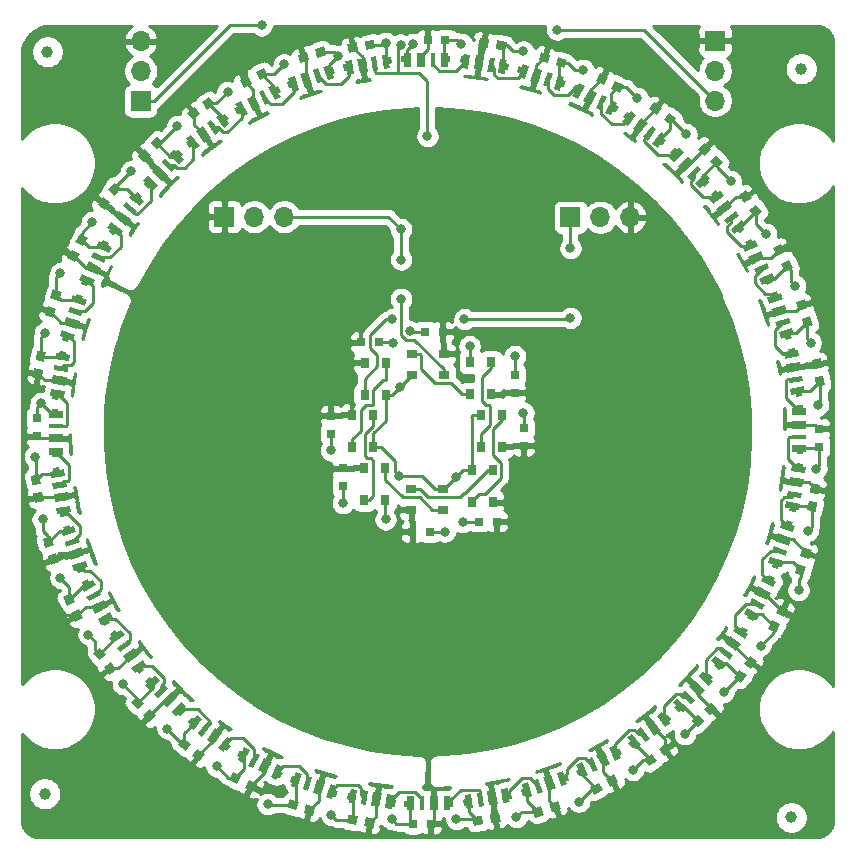
<source format=gbr>
G04 #@! TF.GenerationSoftware,KiCad,Pcbnew,(5.1.5)-3*
G04 #@! TF.CreationDate,2020-01-29T13:04:29+01:00*
G04 #@! TF.ProjectId,StepperClockLedRing,53746570-7065-4724-936c-6f636b4c6564,V0.1*
G04 #@! TF.SameCoordinates,Original*
G04 #@! TF.FileFunction,Copper,L1,Top*
G04 #@! TF.FilePolarity,Positive*
%FSLAX46Y46*%
G04 Gerber Fmt 4.6, Leading zero omitted, Abs format (unit mm)*
G04 Created by KiCad (PCBNEW (5.1.5)-3) date 2020-01-29 13:04:29*
%MOMM*%
%LPD*%
G04 APERTURE LIST*
%ADD10C,1.000000*%
%ADD11R,0.800000X0.950000*%
%ADD12R,0.800000X0.750000*%
%ADD13R,0.750000X0.800000*%
%ADD14R,0.950000X0.800000*%
%ADD15R,1.700000X1.700000*%
%ADD16O,1.700000X1.700000*%
%ADD17C,0.100000*%
%ADD18R,1.200000X0.450000*%
%ADD19R,1.200000X0.700000*%
%ADD20R,0.450000X1.200000*%
%ADD21R,0.700000X1.200000*%
%ADD22C,0.800000*%
%ADD23C,0.250000*%
%ADD24C,0.254000*%
G04 APERTURE END LIST*
D10*
X125350000Y-159175000D03*
X62150000Y-157175000D03*
X126200000Y-95800000D03*
X62375000Y-94350000D03*
D11*
X91015000Y-123410000D03*
X89235000Y-123410000D03*
X91015000Y-120700000D03*
X89235000Y-120700000D03*
X89965000Y-127810000D03*
X88185000Y-127810000D03*
X89965000Y-125100000D03*
X88185000Y-125100000D03*
X99085000Y-125090000D03*
X100865000Y-125090000D03*
X99085000Y-127800000D03*
X100865000Y-127800000D03*
D12*
X88925000Y-118950000D03*
X90425000Y-118950000D03*
D13*
X86375000Y-125175000D03*
X86375000Y-126675000D03*
D11*
X90990000Y-132285000D03*
X89210000Y-132285000D03*
X90990000Y-129575000D03*
X89210000Y-129575000D03*
D14*
X95885000Y-131335000D03*
X95885000Y-133115000D03*
X93175000Y-131335000D03*
X93175000Y-133115000D03*
D11*
X98285000Y-129790000D03*
X100065000Y-129790000D03*
X98285000Y-132500000D03*
X100065000Y-132500000D03*
X98135000Y-120640000D03*
X99915000Y-120640000D03*
X98135000Y-123350000D03*
X99915000Y-123350000D03*
D14*
X93215000Y-121690000D03*
X93215000Y-119910000D03*
X95925000Y-121690000D03*
X95925000Y-119910000D03*
D15*
X106650000Y-108350000D03*
D16*
X109190000Y-108350000D03*
X111730000Y-108350000D03*
D15*
X77350000Y-108325000D03*
D16*
X79890000Y-108325000D03*
X82430000Y-108325000D03*
D13*
X87375000Y-129625000D03*
X87375000Y-131125000D03*
D12*
X93250000Y-135000000D03*
X94750000Y-135000000D03*
X100425000Y-134125000D03*
X98925000Y-134125000D03*
D13*
X102700000Y-127700000D03*
X102700000Y-126200000D03*
X101950000Y-123225000D03*
X101950000Y-121725000D03*
D12*
X95825000Y-118050000D03*
X94325000Y-118050000D03*
D15*
X70275000Y-98525000D03*
D16*
X70275000Y-95985000D03*
X70275000Y-93445000D03*
D15*
X118900000Y-93400000D03*
D16*
X118900000Y-95940000D03*
X118900000Y-98480000D03*
G04 #@! TA.AperFunction,SMDPad,CuDef*
D17*
G36*
X89938628Y-95976129D02*
G01*
X89750906Y-94790903D01*
X90195366Y-94720507D01*
X90383088Y-95905733D01*
X89938628Y-95976129D01*
G37*
G04 #@! TD.AperFunction*
G04 #@! TA.AperFunction,SMDPad,CuDef*
G36*
X91246856Y-94807084D02*
G01*
X91469086Y-94771886D01*
X91555125Y-95315114D01*
X91332895Y-95350312D01*
X91395469Y-95745388D01*
X90852240Y-95831426D01*
X90664519Y-94646200D01*
X91207748Y-94560162D01*
X91246856Y-94807084D01*
G37*
G04 #@! TD.AperFunction*
G04 #@! TA.AperFunction,SMDPad,CuDef*
G36*
X88802787Y-96156028D02*
G01*
X88615065Y-94970802D01*
X89306447Y-94861298D01*
X89494169Y-96046524D01*
X88802787Y-96156028D01*
G37*
G04 #@! TD.AperFunction*
G04 #@! TA.AperFunction,SMDPad,CuDef*
G36*
X88308942Y-96234246D02*
G01*
X87765713Y-96320284D01*
X87703140Y-95925209D01*
X87480910Y-95960407D01*
X87394871Y-95417178D01*
X87617101Y-95381981D01*
X87577992Y-95135058D01*
X88121221Y-95049020D01*
X88308942Y-96234246D01*
G37*
G04 #@! TD.AperFunction*
G04 #@! TA.AperFunction,SMDPad,CuDef*
G36*
X85239609Y-97039302D02*
G01*
X84868789Y-95898034D01*
X85296765Y-95758976D01*
X85667585Y-96900244D01*
X85239609Y-97039302D01*
G37*
G04 #@! TD.AperFunction*
G04 #@! TA.AperFunction,SMDPad,CuDef*
G36*
X86348852Y-95679998D02*
G01*
X86562839Y-95610469D01*
X86732799Y-96133550D01*
X86518811Y-96203079D01*
X86642418Y-96583501D01*
X86119337Y-96753461D01*
X85748516Y-95612193D01*
X86271597Y-95442233D01*
X86348852Y-95679998D01*
G37*
G04 #@! TD.AperFunction*
G04 #@! TA.AperFunction,SMDPad,CuDef*
G36*
X84145894Y-97394671D02*
G01*
X83775074Y-96253403D01*
X84440814Y-96037091D01*
X84811634Y-97178359D01*
X84145894Y-97394671D01*
G37*
G04 #@! TD.AperFunction*
G04 #@! TA.AperFunction,SMDPad,CuDef*
G36*
X83670366Y-97549179D02*
G01*
X83147285Y-97719139D01*
X83023678Y-97338716D01*
X82809690Y-97408245D01*
X82639731Y-96885164D01*
X82853719Y-96815635D01*
X82776464Y-96577871D01*
X83299545Y-96407911D01*
X83670366Y-97549179D01*
G37*
G04 #@! TD.AperFunction*
G04 #@! TA.AperFunction,SMDPad,CuDef*
G36*
X80801072Y-98866658D02*
G01*
X80256283Y-97797450D01*
X80657236Y-97593154D01*
X81202025Y-98662362D01*
X80801072Y-98866658D01*
G37*
G04 #@! TD.AperFunction*
G04 #@! TA.AperFunction,SMDPad,CuDef*
G36*
X81684016Y-97350565D02*
G01*
X81884493Y-97248417D01*
X82134187Y-97738471D01*
X81933711Y-97840619D01*
X82115307Y-98197022D01*
X81625254Y-98446716D01*
X81080465Y-97377508D01*
X81570518Y-97127814D01*
X81684016Y-97350565D01*
G37*
G04 #@! TD.AperFunction*
G04 #@! TA.AperFunction,SMDPad,CuDef*
G36*
X79776415Y-99388747D02*
G01*
X79231626Y-98319539D01*
X79855331Y-98001745D01*
X80400120Y-99070953D01*
X79776415Y-99388747D01*
G37*
G04 #@! TD.AperFunction*
G04 #@! TA.AperFunction,SMDPad,CuDef*
G36*
X79330911Y-99615743D02*
G01*
X78840858Y-99865437D01*
X78659261Y-99509035D01*
X78458785Y-99611183D01*
X78209090Y-99121129D01*
X78409567Y-99018981D01*
X78296069Y-98796229D01*
X78786122Y-98546535D01*
X79330911Y-99615743D01*
G37*
G04 #@! TD.AperFunction*
G04 #@! TA.AperFunction,SMDPad,CuDef*
G36*
X76596503Y-101360602D02*
G01*
X75891161Y-100389781D01*
X76255219Y-100125278D01*
X76960561Y-101096099D01*
X76596503Y-101360602D01*
G37*
G04 #@! TD.AperFunction*
G04 #@! TA.AperFunction,SMDPad,CuDef*
G36*
X77231408Y-99725052D02*
G01*
X77413437Y-99592800D01*
X77736719Y-100037760D01*
X77554690Y-100170011D01*
X77789804Y-100493618D01*
X77344844Y-100816900D01*
X76639502Y-99846080D01*
X77084462Y-99522798D01*
X77231408Y-99725052D01*
G37*
G04 #@! TD.AperFunction*
G04 #@! TA.AperFunction,SMDPad,CuDef*
G36*
X75666134Y-102036554D02*
G01*
X74960792Y-101065734D01*
X75527104Y-100654284D01*
X76232446Y-101625104D01*
X75666134Y-102036554D01*
G37*
G04 #@! TD.AperFunction*
G04 #@! TA.AperFunction,SMDPad,CuDef*
G36*
X75261626Y-102330447D02*
G01*
X74816666Y-102653729D01*
X74581552Y-102330122D01*
X74399524Y-102462374D01*
X74076242Y-102017415D01*
X74258270Y-101885163D01*
X74111324Y-101682909D01*
X74556284Y-101359627D01*
X75261626Y-102330447D01*
G37*
G04 #@! TD.AperFunction*
G04 #@! TA.AperFunction,SMDPad,CuDef*
G36*
X72899784Y-104498744D02*
G01*
X72051256Y-103650216D01*
X72369454Y-103332018D01*
X73217982Y-104180546D01*
X72899784Y-104498744D01*
G37*
G04 #@! TD.AperFunction*
G04 #@! TA.AperFunction,SMDPad,CuDef*
G36*
X73271016Y-102784009D02*
G01*
X73430115Y-102624910D01*
X73819024Y-103013819D01*
X73659925Y-103172918D01*
X73942767Y-103455761D01*
X73553859Y-103844669D01*
X72705331Y-102996141D01*
X73094239Y-102607233D01*
X73271016Y-102784009D01*
G37*
G04 #@! TD.AperFunction*
G04 #@! TA.AperFunction,SMDPad,CuDef*
G36*
X72086612Y-105311916D02*
G01*
X71238084Y-104463388D01*
X71733058Y-103968414D01*
X72581586Y-104816942D01*
X72086612Y-105311916D01*
G37*
G04 #@! TD.AperFunction*
G04 #@! TA.AperFunction,SMDPad,CuDef*
G36*
X71733058Y-105665470D02*
G01*
X71344150Y-106054378D01*
X71061307Y-105771536D01*
X70902208Y-105930635D01*
X70513299Y-105541726D01*
X70672398Y-105382627D01*
X70495622Y-105205850D01*
X70884530Y-104816942D01*
X71733058Y-105665470D01*
G37*
G04 #@! TD.AperFunction*
G04 #@! TA.AperFunction,SMDPad,CuDef*
G36*
X69710219Y-108158839D02*
G01*
X68739398Y-107453497D01*
X69003901Y-107089439D01*
X69974722Y-107794781D01*
X69710219Y-108158839D01*
G37*
G04 #@! TD.AperFunction*
G04 #@! TA.AperFunction,SMDPad,CuDef*
G36*
X69808636Y-106407142D02*
G01*
X69940888Y-106225114D01*
X70385847Y-106548396D01*
X70253595Y-106730424D01*
X70577202Y-106965538D01*
X70253920Y-107410498D01*
X69283100Y-106705156D01*
X69606382Y-106260196D01*
X69808636Y-106407142D01*
G37*
G04 #@! TD.AperFunction*
G04 #@! TA.AperFunction,SMDPad,CuDef*
G36*
X69034266Y-109089208D02*
G01*
X68063446Y-108383866D01*
X68474896Y-107817554D01*
X69445716Y-108522896D01*
X69034266Y-109089208D01*
G37*
G04 #@! TD.AperFunction*
G04 #@! TA.AperFunction,SMDPad,CuDef*
G36*
X68740373Y-109493716D02*
G01*
X68417091Y-109938676D01*
X68093484Y-109703562D01*
X67961233Y-109885591D01*
X67516273Y-109562309D01*
X67648525Y-109380280D01*
X67446271Y-109233334D01*
X67769553Y-108788374D01*
X68740373Y-109493716D01*
G37*
G04 #@! TD.AperFunction*
G04 #@! TA.AperFunction,SMDPad,CuDef*
G36*
X67152550Y-112243717D02*
G01*
X66083342Y-111698928D01*
X66287638Y-111297975D01*
X67356846Y-111842764D01*
X67152550Y-112243717D01*
G37*
G04 #@! TD.AperFunction*
G04 #@! TA.AperFunction,SMDPad,CuDef*
G36*
X66975730Y-110498191D02*
G01*
X67077878Y-110297714D01*
X67567932Y-110547409D01*
X67465784Y-110747885D01*
X67822186Y-110929482D01*
X67572492Y-111419535D01*
X66503284Y-110874746D01*
X66752978Y-110384693D01*
X66975730Y-110498191D01*
G37*
G04 #@! TD.AperFunction*
G04 #@! TA.AperFunction,SMDPad,CuDef*
G36*
X66630461Y-113268374D02*
G01*
X65561253Y-112723585D01*
X65879047Y-112099880D01*
X66948255Y-112644669D01*
X66630461Y-113268374D01*
G37*
G04 #@! TD.AperFunction*
G04 #@! TA.AperFunction,SMDPad,CuDef*
G36*
X66403465Y-113713878D02*
G01*
X66153771Y-114203931D01*
X65797368Y-114022335D01*
X65695220Y-114222811D01*
X65205166Y-113973117D01*
X65307314Y-113772640D01*
X65084563Y-113659142D01*
X65334257Y-113169089D01*
X66403465Y-113713878D01*
G37*
G04 #@! TD.AperFunction*
G04 #@! TA.AperFunction,SMDPad,CuDef*
G36*
X65251966Y-116731211D02*
G01*
X64110698Y-116360391D01*
X64249756Y-115932415D01*
X65391024Y-116303235D01*
X65251966Y-116731211D01*
G37*
G04 #@! TD.AperFunction*
G04 #@! TA.AperFunction,SMDPad,CuDef*
G36*
X64804263Y-115034837D02*
G01*
X64873792Y-114820849D01*
X65396873Y-114990808D01*
X65327344Y-115204796D01*
X65707767Y-115328403D01*
X65537807Y-115851484D01*
X64396539Y-115480663D01*
X64566499Y-114957582D01*
X64804263Y-115034837D01*
G37*
G04 #@! TD.AperFunction*
G04 #@! TA.AperFunction,SMDPad,CuDef*
G36*
X64896597Y-117824926D02*
G01*
X63755329Y-117454106D01*
X63971641Y-116788366D01*
X65112909Y-117159186D01*
X64896597Y-117824926D01*
G37*
G04 #@! TD.AperFunction*
G04 #@! TA.AperFunction,SMDPad,CuDef*
G36*
X64742089Y-118300455D02*
G01*
X64572129Y-118823536D01*
X64191707Y-118699929D01*
X64122178Y-118913917D01*
X63599097Y-118743957D01*
X63668626Y-118529970D01*
X63430861Y-118452715D01*
X63600821Y-117929634D01*
X64742089Y-118300455D01*
G37*
G04 #@! TD.AperFunction*
G04 #@! TA.AperFunction,SMDPad,CuDef*
G36*
X64084097Y-121474094D02*
G01*
X62898871Y-121286372D01*
X62969267Y-120841912D01*
X64154493Y-121029634D01*
X64084097Y-121474094D01*
G37*
G04 #@! TD.AperFunction*
G04 #@! TA.AperFunction,SMDPad,CuDef*
G36*
X63376535Y-119868640D02*
G01*
X63411732Y-119646410D01*
X63954961Y-119732449D01*
X63919763Y-119954679D01*
X64314838Y-120017252D01*
X64228800Y-120560481D01*
X63043574Y-120372760D01*
X63129612Y-119829531D01*
X63376535Y-119868640D01*
G37*
G04 #@! TD.AperFunction*
G04 #@! TA.AperFunction,SMDPad,CuDef*
G36*
X63904198Y-122609935D02*
G01*
X62718972Y-122422213D01*
X62828476Y-121730831D01*
X64013702Y-121918553D01*
X63904198Y-122609935D01*
G37*
G04 #@! TD.AperFunction*
G04 #@! TA.AperFunction,SMDPad,CuDef*
G36*
X63825980Y-123103779D02*
G01*
X63739942Y-123647008D01*
X63344866Y-123584434D01*
X63309668Y-123806664D01*
X62766440Y-123720625D01*
X62801638Y-123498395D01*
X62554716Y-123459287D01*
X62640754Y-122916058D01*
X63825980Y-123103779D01*
G37*
G04 #@! TD.AperFunction*
D18*
X63075000Y-126050000D03*
G04 #@! TA.AperFunction,SMDPad,CuDef*
D17*
G36*
X62725000Y-124800000D02*
G01*
X62725000Y-124575000D01*
X63275000Y-124575000D01*
X63275000Y-124800000D01*
X63675000Y-124800000D01*
X63675000Y-125350000D01*
X62475000Y-125350000D01*
X62475000Y-124800000D01*
X62725000Y-124800000D01*
G37*
G04 #@! TD.AperFunction*
D19*
X63075000Y-127075000D03*
G04 #@! TA.AperFunction,SMDPad,CuDef*
D17*
G36*
X63675000Y-127925000D02*
G01*
X63675000Y-128475000D01*
X63275000Y-128475000D01*
X63275000Y-128700000D01*
X62725000Y-128700000D01*
X62725000Y-128475000D01*
X62475000Y-128475000D01*
X62475000Y-127925000D01*
X63675000Y-127925000D01*
G37*
G04 #@! TD.AperFunction*
G04 #@! TA.AperFunction,SMDPad,CuDef*
G36*
X64026129Y-131161372D02*
G01*
X62840903Y-131349094D01*
X62770507Y-130904634D01*
X63955733Y-130716912D01*
X64026129Y-131161372D01*
G37*
G04 #@! TD.AperFunction*
G04 #@! TA.AperFunction,SMDPad,CuDef*
G36*
X62857084Y-129853144D02*
G01*
X62821886Y-129630914D01*
X63365114Y-129544875D01*
X63400312Y-129767105D01*
X63795388Y-129704531D01*
X63881426Y-130247760D01*
X62696200Y-130435481D01*
X62610162Y-129892252D01*
X62857084Y-129853144D01*
G37*
G04 #@! TD.AperFunction*
G04 #@! TA.AperFunction,SMDPad,CuDef*
G36*
X64206028Y-132297213D02*
G01*
X63020802Y-132484935D01*
X62911298Y-131793553D01*
X64096524Y-131605831D01*
X64206028Y-132297213D01*
G37*
G04 #@! TD.AperFunction*
G04 #@! TA.AperFunction,SMDPad,CuDef*
G36*
X64284246Y-132791058D02*
G01*
X64370284Y-133334287D01*
X63975209Y-133396860D01*
X64010407Y-133619090D01*
X63467178Y-133705129D01*
X63431981Y-133482899D01*
X63185058Y-133522008D01*
X63099020Y-132978779D01*
X64284246Y-132791058D01*
G37*
G04 #@! TD.AperFunction*
G04 #@! TA.AperFunction,SMDPad,CuDef*
G36*
X65114302Y-135885391D02*
G01*
X63973034Y-136256211D01*
X63833976Y-135828235D01*
X64975244Y-135457415D01*
X65114302Y-135885391D01*
G37*
G04 #@! TD.AperFunction*
G04 #@! TA.AperFunction,SMDPad,CuDef*
G36*
X63754998Y-134776148D02*
G01*
X63685469Y-134562161D01*
X64208550Y-134392201D01*
X64278079Y-134606189D01*
X64658501Y-134482582D01*
X64828461Y-135005663D01*
X63687193Y-135376484D01*
X63517233Y-134853403D01*
X63754998Y-134776148D01*
G37*
G04 #@! TD.AperFunction*
G04 #@! TA.AperFunction,SMDPad,CuDef*
G36*
X65469671Y-136979106D02*
G01*
X64328403Y-137349926D01*
X64112091Y-136684186D01*
X65253359Y-136313366D01*
X65469671Y-136979106D01*
G37*
G04 #@! TD.AperFunction*
G04 #@! TA.AperFunction,SMDPad,CuDef*
G36*
X65624179Y-137454634D02*
G01*
X65794139Y-137977715D01*
X65413716Y-138101322D01*
X65483245Y-138315310D01*
X64960164Y-138485269D01*
X64890635Y-138271281D01*
X64652871Y-138348536D01*
X64482911Y-137825455D01*
X65624179Y-137454634D01*
G37*
G04 #@! TD.AperFunction*
G04 #@! TA.AperFunction,SMDPad,CuDef*
G36*
X66941658Y-140348928D02*
G01*
X65872450Y-140893717D01*
X65668154Y-140492764D01*
X66737362Y-139947975D01*
X66941658Y-140348928D01*
G37*
G04 #@! TD.AperFunction*
G04 #@! TA.AperFunction,SMDPad,CuDef*
G36*
X65425565Y-139465984D02*
G01*
X65323417Y-139265507D01*
X65813471Y-139015813D01*
X65915619Y-139216289D01*
X66272022Y-139034693D01*
X66521716Y-139524746D01*
X65452508Y-140069535D01*
X65202814Y-139579482D01*
X65425565Y-139465984D01*
G37*
G04 #@! TD.AperFunction*
G04 #@! TA.AperFunction,SMDPad,CuDef*
G36*
X67463747Y-141373585D02*
G01*
X66394539Y-141918374D01*
X66076745Y-141294669D01*
X67145953Y-140749880D01*
X67463747Y-141373585D01*
G37*
G04 #@! TD.AperFunction*
G04 #@! TA.AperFunction,SMDPad,CuDef*
G36*
X67690743Y-141819089D02*
G01*
X67940437Y-142309142D01*
X67584035Y-142490739D01*
X67686183Y-142691215D01*
X67196129Y-142940910D01*
X67093981Y-142740433D01*
X66871229Y-142853931D01*
X66621535Y-142363878D01*
X67690743Y-141819089D01*
G37*
G04 #@! TD.AperFunction*
G04 #@! TA.AperFunction,SMDPad,CuDef*
G36*
X69460602Y-144478497D02*
G01*
X68489781Y-145183839D01*
X68225278Y-144819781D01*
X69196099Y-144114439D01*
X69460602Y-144478497D01*
G37*
G04 #@! TD.AperFunction*
G04 #@! TA.AperFunction,SMDPad,CuDef*
G36*
X67825052Y-143843592D02*
G01*
X67692800Y-143661563D01*
X68137760Y-143338281D01*
X68270011Y-143520310D01*
X68593618Y-143285196D01*
X68916900Y-143730156D01*
X67946080Y-144435498D01*
X67622798Y-143990538D01*
X67825052Y-143843592D01*
G37*
G04 #@! TD.AperFunction*
G04 #@! TA.AperFunction,SMDPad,CuDef*
G36*
X70136554Y-145408866D02*
G01*
X69165734Y-146114208D01*
X68754284Y-145547896D01*
X69725104Y-144842554D01*
X70136554Y-145408866D01*
G37*
G04 #@! TD.AperFunction*
G04 #@! TA.AperFunction,SMDPad,CuDef*
G36*
X70430447Y-145813374D02*
G01*
X70753729Y-146258334D01*
X70430122Y-146493448D01*
X70562374Y-146675476D01*
X70117415Y-146998758D01*
X69985163Y-146816730D01*
X69782909Y-146963676D01*
X69459627Y-146518716D01*
X70430447Y-145813374D01*
G37*
G04 #@! TD.AperFunction*
G04 #@! TA.AperFunction,SMDPad,CuDef*
G36*
X72548744Y-148200216D02*
G01*
X71700216Y-149048744D01*
X71382018Y-148730546D01*
X72230546Y-147882018D01*
X72548744Y-148200216D01*
G37*
G04 #@! TD.AperFunction*
G04 #@! TA.AperFunction,SMDPad,CuDef*
G36*
X70834009Y-147828984D02*
G01*
X70674910Y-147669885D01*
X71063819Y-147280976D01*
X71222918Y-147440075D01*
X71505761Y-147157233D01*
X71894669Y-147546141D01*
X71046141Y-148394669D01*
X70657233Y-148005761D01*
X70834009Y-147828984D01*
G37*
G04 #@! TD.AperFunction*
G04 #@! TA.AperFunction,SMDPad,CuDef*
G36*
X73361916Y-149013388D02*
G01*
X72513388Y-149861916D01*
X72018414Y-149366942D01*
X72866942Y-148518414D01*
X73361916Y-149013388D01*
G37*
G04 #@! TD.AperFunction*
G04 #@! TA.AperFunction,SMDPad,CuDef*
G36*
X73715470Y-149366942D02*
G01*
X74104378Y-149755850D01*
X73821536Y-150038693D01*
X73980635Y-150197792D01*
X73591726Y-150586701D01*
X73432627Y-150427602D01*
X73255850Y-150604378D01*
X72866942Y-150215470D01*
X73715470Y-149366942D01*
G37*
G04 #@! TD.AperFunction*
G04 #@! TA.AperFunction,SMDPad,CuDef*
G36*
X76208839Y-151364781D02*
G01*
X75503497Y-152335602D01*
X75139439Y-152071099D01*
X75844781Y-151100278D01*
X76208839Y-151364781D01*
G37*
G04 #@! TD.AperFunction*
G04 #@! TA.AperFunction,SMDPad,CuDef*
G36*
X74457142Y-151266364D02*
G01*
X74275114Y-151134112D01*
X74598396Y-150689153D01*
X74780424Y-150821405D01*
X75015538Y-150497798D01*
X75460498Y-150821080D01*
X74755156Y-151791900D01*
X74310196Y-151468618D01*
X74457142Y-151266364D01*
G37*
G04 #@! TD.AperFunction*
G04 #@! TA.AperFunction,SMDPad,CuDef*
G36*
X77139208Y-152040734D02*
G01*
X76433866Y-153011554D01*
X75867554Y-152600104D01*
X76572896Y-151629284D01*
X77139208Y-152040734D01*
G37*
G04 #@! TD.AperFunction*
G04 #@! TA.AperFunction,SMDPad,CuDef*
G36*
X77543716Y-152334627D02*
G01*
X77988676Y-152657909D01*
X77753562Y-152981516D01*
X77935591Y-153113767D01*
X77612309Y-153558727D01*
X77430280Y-153426475D01*
X77283334Y-153628729D01*
X76838374Y-153305447D01*
X77543716Y-152334627D01*
G37*
G04 #@! TD.AperFunction*
G04 #@! TA.AperFunction,SMDPad,CuDef*
G36*
X80343717Y-153922450D02*
G01*
X79798928Y-154991658D01*
X79397975Y-154787362D01*
X79942764Y-153718154D01*
X80343717Y-153922450D01*
G37*
G04 #@! TD.AperFunction*
G04 #@! TA.AperFunction,SMDPad,CuDef*
G36*
X78598191Y-154099270D02*
G01*
X78397714Y-153997122D01*
X78647409Y-153507068D01*
X78847885Y-153609216D01*
X79029482Y-153252814D01*
X79519535Y-153502508D01*
X78974746Y-154571716D01*
X78484693Y-154322022D01*
X78598191Y-154099270D01*
G37*
G04 #@! TD.AperFunction*
G04 #@! TA.AperFunction,SMDPad,CuDef*
G36*
X81368374Y-154444539D02*
G01*
X80823585Y-155513747D01*
X80199880Y-155195953D01*
X80744669Y-154126745D01*
X81368374Y-154444539D01*
G37*
G04 #@! TD.AperFunction*
G04 #@! TA.AperFunction,SMDPad,CuDef*
G36*
X81813878Y-154671535D02*
G01*
X82303931Y-154921229D01*
X82122335Y-155277632D01*
X82322811Y-155379780D01*
X82073117Y-155869834D01*
X81872640Y-155767686D01*
X81759142Y-155990437D01*
X81269089Y-155740743D01*
X81813878Y-154671535D01*
G37*
G04 #@! TD.AperFunction*
G04 #@! TA.AperFunction,SMDPad,CuDef*
G36*
X84781211Y-155798034D02*
G01*
X84410391Y-156939302D01*
X83982415Y-156800244D01*
X84353235Y-155658976D01*
X84781211Y-155798034D01*
G37*
G04 #@! TD.AperFunction*
G04 #@! TA.AperFunction,SMDPad,CuDef*
G36*
X83084837Y-156245737D02*
G01*
X82870849Y-156176208D01*
X83040808Y-155653127D01*
X83254796Y-155722656D01*
X83378403Y-155342233D01*
X83901484Y-155512193D01*
X83530663Y-156653461D01*
X83007582Y-156483501D01*
X83084837Y-156245737D01*
G37*
G04 #@! TD.AperFunction*
G04 #@! TA.AperFunction,SMDPad,CuDef*
G36*
X85874926Y-156153403D02*
G01*
X85504106Y-157294671D01*
X84838366Y-157078359D01*
X85209186Y-155937091D01*
X85874926Y-156153403D01*
G37*
G04 #@! TD.AperFunction*
G04 #@! TA.AperFunction,SMDPad,CuDef*
G36*
X86350455Y-156307911D02*
G01*
X86873536Y-156477871D01*
X86749929Y-156858293D01*
X86963917Y-156927822D01*
X86793957Y-157450903D01*
X86579970Y-157381374D01*
X86502715Y-157619139D01*
X85979634Y-157449179D01*
X86350455Y-156307911D01*
G37*
G04 #@! TD.AperFunction*
G04 #@! TA.AperFunction,SMDPad,CuDef*
G36*
X89524094Y-156965903D02*
G01*
X89336372Y-158151129D01*
X88891912Y-158080733D01*
X89079634Y-156895507D01*
X89524094Y-156965903D01*
G37*
G04 #@! TD.AperFunction*
G04 #@! TA.AperFunction,SMDPad,CuDef*
G36*
X87918640Y-157673465D02*
G01*
X87696410Y-157638268D01*
X87782449Y-157095039D01*
X88004679Y-157130237D01*
X88067252Y-156735162D01*
X88610481Y-156821200D01*
X88422760Y-158006426D01*
X87879531Y-157920388D01*
X87918640Y-157673465D01*
G37*
G04 #@! TD.AperFunction*
G04 #@! TA.AperFunction,SMDPad,CuDef*
G36*
X90659935Y-157145802D02*
G01*
X90472213Y-158331028D01*
X89780831Y-158221524D01*
X89968553Y-157036298D01*
X90659935Y-157145802D01*
G37*
G04 #@! TD.AperFunction*
G04 #@! TA.AperFunction,SMDPad,CuDef*
G36*
X91153779Y-157224020D02*
G01*
X91697008Y-157310058D01*
X91634434Y-157705134D01*
X91856664Y-157740332D01*
X91770625Y-158283560D01*
X91548395Y-158248362D01*
X91509287Y-158495284D01*
X90966058Y-158409246D01*
X91153779Y-157224020D01*
G37*
G04 #@! TD.AperFunction*
D20*
X94075000Y-157975000D03*
G04 #@! TA.AperFunction,SMDPad,CuDef*
D17*
G36*
X92825000Y-158325000D02*
G01*
X92600000Y-158325000D01*
X92600000Y-157775000D01*
X92825000Y-157775000D01*
X92825000Y-157375000D01*
X93375000Y-157375000D01*
X93375000Y-158575000D01*
X92825000Y-158575000D01*
X92825000Y-158325000D01*
G37*
G04 #@! TD.AperFunction*
D21*
X95100000Y-157975000D03*
G04 #@! TA.AperFunction,SMDPad,CuDef*
D17*
G36*
X95950000Y-157375000D02*
G01*
X96500000Y-157375000D01*
X96500000Y-157775000D01*
X96725000Y-157775000D01*
X96725000Y-158325000D01*
X96500000Y-158325000D01*
X96500000Y-158575000D01*
X95950000Y-158575000D01*
X95950000Y-157375000D01*
G37*
G04 #@! TD.AperFunction*
G04 #@! TA.AperFunction,SMDPad,CuDef*
G36*
X99161372Y-157023871D02*
G01*
X99349094Y-158209097D01*
X98904634Y-158279493D01*
X98716912Y-157094267D01*
X99161372Y-157023871D01*
G37*
G04 #@! TD.AperFunction*
G04 #@! TA.AperFunction,SMDPad,CuDef*
G36*
X97853144Y-158192916D02*
G01*
X97630914Y-158228114D01*
X97544875Y-157684886D01*
X97767105Y-157649688D01*
X97704531Y-157254612D01*
X98247760Y-157168574D01*
X98435481Y-158353800D01*
X97892252Y-158439838D01*
X97853144Y-158192916D01*
G37*
G04 #@! TD.AperFunction*
G04 #@! TA.AperFunction,SMDPad,CuDef*
G36*
X100297213Y-156843972D02*
G01*
X100484935Y-158029198D01*
X99793553Y-158138702D01*
X99605831Y-156953476D01*
X100297213Y-156843972D01*
G37*
G04 #@! TD.AperFunction*
G04 #@! TA.AperFunction,SMDPad,CuDef*
G36*
X100791058Y-156765754D02*
G01*
X101334287Y-156679716D01*
X101396860Y-157074791D01*
X101619090Y-157039593D01*
X101705129Y-157582822D01*
X101482899Y-157618019D01*
X101522008Y-157864942D01*
X100978779Y-157950980D01*
X100791058Y-156765754D01*
G37*
G04 #@! TD.AperFunction*
G04 #@! TA.AperFunction,SMDPad,CuDef*
G36*
X103935391Y-155910698D02*
G01*
X104306211Y-157051966D01*
X103878235Y-157191024D01*
X103507415Y-156049756D01*
X103935391Y-155910698D01*
G37*
G04 #@! TD.AperFunction*
G04 #@! TA.AperFunction,SMDPad,CuDef*
G36*
X102826148Y-157270002D02*
G01*
X102612161Y-157339531D01*
X102442201Y-156816450D01*
X102656189Y-156746921D01*
X102532582Y-156366499D01*
X103055663Y-156196539D01*
X103426484Y-157337807D01*
X102903403Y-157507767D01*
X102826148Y-157270002D01*
G37*
G04 #@! TD.AperFunction*
G04 #@! TA.AperFunction,SMDPad,CuDef*
G36*
X105029106Y-155555329D02*
G01*
X105399926Y-156696597D01*
X104734186Y-156912909D01*
X104363366Y-155771641D01*
X105029106Y-155555329D01*
G37*
G04 #@! TD.AperFunction*
G04 #@! TA.AperFunction,SMDPad,CuDef*
G36*
X105504634Y-155400821D02*
G01*
X106027715Y-155230861D01*
X106151322Y-155611284D01*
X106365310Y-155541755D01*
X106535269Y-156064836D01*
X106321281Y-156134365D01*
X106398536Y-156372129D01*
X105875455Y-156542089D01*
X105504634Y-155400821D01*
G37*
G04 #@! TD.AperFunction*
G04 #@! TA.AperFunction,SMDPad,CuDef*
G36*
X108448928Y-154083342D02*
G01*
X108993717Y-155152550D01*
X108592764Y-155356846D01*
X108047975Y-154287638D01*
X108448928Y-154083342D01*
G37*
G04 #@! TD.AperFunction*
G04 #@! TA.AperFunction,SMDPad,CuDef*
G36*
X107565984Y-155599435D02*
G01*
X107365507Y-155701583D01*
X107115813Y-155211529D01*
X107316289Y-155109381D01*
X107134693Y-154752978D01*
X107624746Y-154503284D01*
X108169535Y-155572492D01*
X107679482Y-155822186D01*
X107565984Y-155599435D01*
G37*
G04 #@! TD.AperFunction*
G04 #@! TA.AperFunction,SMDPad,CuDef*
G36*
X109473585Y-153561253D02*
G01*
X110018374Y-154630461D01*
X109394669Y-154948255D01*
X108849880Y-153879047D01*
X109473585Y-153561253D01*
G37*
G04 #@! TD.AperFunction*
G04 #@! TA.AperFunction,SMDPad,CuDef*
G36*
X109919089Y-153334257D02*
G01*
X110409142Y-153084563D01*
X110590739Y-153440965D01*
X110791215Y-153338817D01*
X111040910Y-153828871D01*
X110840433Y-153931019D01*
X110953931Y-154153771D01*
X110463878Y-154403465D01*
X109919089Y-153334257D01*
G37*
G04 #@! TD.AperFunction*
G04 #@! TA.AperFunction,SMDPad,CuDef*
G36*
X112653497Y-151539398D02*
G01*
X113358839Y-152510219D01*
X112994781Y-152774722D01*
X112289439Y-151803901D01*
X112653497Y-151539398D01*
G37*
G04 #@! TD.AperFunction*
G04 #@! TA.AperFunction,SMDPad,CuDef*
G36*
X112018592Y-153174948D02*
G01*
X111836563Y-153307200D01*
X111513281Y-152862240D01*
X111695310Y-152729989D01*
X111460196Y-152406382D01*
X111905156Y-152083100D01*
X112610498Y-153053920D01*
X112165538Y-153377202D01*
X112018592Y-153174948D01*
G37*
G04 #@! TD.AperFunction*
G04 #@! TA.AperFunction,SMDPad,CuDef*
G36*
X113583866Y-150863446D02*
G01*
X114289208Y-151834266D01*
X113722896Y-152245716D01*
X113017554Y-151274896D01*
X113583866Y-150863446D01*
G37*
G04 #@! TD.AperFunction*
G04 #@! TA.AperFunction,SMDPad,CuDef*
G36*
X113988374Y-150569553D02*
G01*
X114433334Y-150246271D01*
X114668448Y-150569878D01*
X114850476Y-150437626D01*
X115173758Y-150882585D01*
X114991730Y-151014837D01*
X115138676Y-151217091D01*
X114693716Y-151540373D01*
X113988374Y-150569553D01*
G37*
G04 #@! TD.AperFunction*
G04 #@! TA.AperFunction,SMDPad,CuDef*
G36*
X116350216Y-148376256D02*
G01*
X117198744Y-149224784D01*
X116880546Y-149542982D01*
X116032018Y-148694454D01*
X116350216Y-148376256D01*
G37*
G04 #@! TD.AperFunction*
G04 #@! TA.AperFunction,SMDPad,CuDef*
G36*
X115978984Y-150090991D02*
G01*
X115819885Y-150250090D01*
X115430976Y-149861181D01*
X115590075Y-149702082D01*
X115307233Y-149419239D01*
X115696141Y-149030331D01*
X116544669Y-149878859D01*
X116155761Y-150267767D01*
X115978984Y-150090991D01*
G37*
G04 #@! TD.AperFunction*
G04 #@! TA.AperFunction,SMDPad,CuDef*
G36*
X117163388Y-147563084D02*
G01*
X118011916Y-148411612D01*
X117516942Y-148906586D01*
X116668414Y-148058058D01*
X117163388Y-147563084D01*
G37*
G04 #@! TD.AperFunction*
G04 #@! TA.AperFunction,SMDPad,CuDef*
G36*
X117516942Y-147209530D02*
G01*
X117905850Y-146820622D01*
X118188693Y-147103464D01*
X118347792Y-146944365D01*
X118736701Y-147333274D01*
X118577602Y-147492373D01*
X118754378Y-147669150D01*
X118365470Y-148058058D01*
X117516942Y-147209530D01*
G37*
G04 #@! TD.AperFunction*
G04 #@! TA.AperFunction,SMDPad,CuDef*
G36*
X119464781Y-144741161D02*
G01*
X120435602Y-145446503D01*
X120171099Y-145810561D01*
X119200278Y-145105219D01*
X119464781Y-144741161D01*
G37*
G04 #@! TD.AperFunction*
G04 #@! TA.AperFunction,SMDPad,CuDef*
G36*
X119366364Y-146492858D02*
G01*
X119234112Y-146674886D01*
X118789153Y-146351604D01*
X118921405Y-146169576D01*
X118597798Y-145934462D01*
X118921080Y-145489502D01*
X119891900Y-146194844D01*
X119568618Y-146639804D01*
X119366364Y-146492858D01*
G37*
G04 #@! TD.AperFunction*
G04 #@! TA.AperFunction,SMDPad,CuDef*
G36*
X120140734Y-143810792D02*
G01*
X121111554Y-144516134D01*
X120700104Y-145082446D01*
X119729284Y-144377104D01*
X120140734Y-143810792D01*
G37*
G04 #@! TD.AperFunction*
G04 #@! TA.AperFunction,SMDPad,CuDef*
G36*
X120434627Y-143406284D02*
G01*
X120757909Y-142961324D01*
X121081516Y-143196438D01*
X121213767Y-143014409D01*
X121658727Y-143337691D01*
X121526475Y-143519720D01*
X121728729Y-143666666D01*
X121405447Y-144111626D01*
X120434627Y-143406284D01*
G37*
G04 #@! TD.AperFunction*
G04 #@! TA.AperFunction,SMDPad,CuDef*
G36*
X122022450Y-140631283D02*
G01*
X123091658Y-141176072D01*
X122887362Y-141577025D01*
X121818154Y-141032236D01*
X122022450Y-140631283D01*
G37*
G04 #@! TD.AperFunction*
G04 #@! TA.AperFunction,SMDPad,CuDef*
G36*
X122199270Y-142376809D02*
G01*
X122097122Y-142577286D01*
X121607068Y-142327591D01*
X121709216Y-142127115D01*
X121352814Y-141945518D01*
X121602508Y-141455465D01*
X122671716Y-142000254D01*
X122422022Y-142490307D01*
X122199270Y-142376809D01*
G37*
G04 #@! TD.AperFunction*
G04 #@! TA.AperFunction,SMDPad,CuDef*
G36*
X122544539Y-139606626D02*
G01*
X123613747Y-140151415D01*
X123295953Y-140775120D01*
X122226745Y-140230331D01*
X122544539Y-139606626D01*
G37*
G04 #@! TD.AperFunction*
G04 #@! TA.AperFunction,SMDPad,CuDef*
G36*
X122771535Y-139161122D02*
G01*
X123021229Y-138671069D01*
X123377632Y-138852665D01*
X123479780Y-138652189D01*
X123969834Y-138901883D01*
X123867686Y-139102360D01*
X124090437Y-139215858D01*
X123840743Y-139705911D01*
X122771535Y-139161122D01*
G37*
G04 #@! TD.AperFunction*
G04 #@! TA.AperFunction,SMDPad,CuDef*
G36*
X123873034Y-136218789D02*
G01*
X125014302Y-136589609D01*
X124875244Y-137017585D01*
X123733976Y-136646765D01*
X123873034Y-136218789D01*
G37*
G04 #@! TD.AperFunction*
G04 #@! TA.AperFunction,SMDPad,CuDef*
G36*
X124320737Y-137915163D02*
G01*
X124251208Y-138129151D01*
X123728127Y-137959192D01*
X123797656Y-137745204D01*
X123417233Y-137621597D01*
X123587193Y-137098516D01*
X124728461Y-137469337D01*
X124558501Y-137992418D01*
X124320737Y-137915163D01*
G37*
G04 #@! TD.AperFunction*
G04 #@! TA.AperFunction,SMDPad,CuDef*
G36*
X124228403Y-135125074D02*
G01*
X125369671Y-135495894D01*
X125153359Y-136161634D01*
X124012091Y-135790814D01*
X124228403Y-135125074D01*
G37*
G04 #@! TD.AperFunction*
G04 #@! TA.AperFunction,SMDPad,CuDef*
G36*
X124382911Y-134649545D02*
G01*
X124552871Y-134126464D01*
X124933293Y-134250071D01*
X125002822Y-134036083D01*
X125525903Y-134206043D01*
X125456374Y-134420030D01*
X125694139Y-134497285D01*
X125524179Y-135020366D01*
X124382911Y-134649545D01*
G37*
G04 #@! TD.AperFunction*
G04 #@! TA.AperFunction,SMDPad,CuDef*
G36*
X125040903Y-131500906D02*
G01*
X126226129Y-131688628D01*
X126155733Y-132133088D01*
X124970507Y-131945366D01*
X125040903Y-131500906D01*
G37*
G04 #@! TD.AperFunction*
G04 #@! TA.AperFunction,SMDPad,CuDef*
G36*
X125748465Y-133106360D02*
G01*
X125713268Y-133328590D01*
X125170039Y-133242551D01*
X125205237Y-133020321D01*
X124810162Y-132957748D01*
X124896200Y-132414519D01*
X126081426Y-132602240D01*
X125995388Y-133145469D01*
X125748465Y-133106360D01*
G37*
G04 #@! TD.AperFunction*
G04 #@! TA.AperFunction,SMDPad,CuDef*
G36*
X125220802Y-130365065D02*
G01*
X126406028Y-130552787D01*
X126296524Y-131244169D01*
X125111298Y-131056447D01*
X125220802Y-130365065D01*
G37*
G04 #@! TD.AperFunction*
G04 #@! TA.AperFunction,SMDPad,CuDef*
G36*
X125299020Y-129871221D02*
G01*
X125385058Y-129327992D01*
X125780134Y-129390566D01*
X125815332Y-129168336D01*
X126358560Y-129254375D01*
X126323362Y-129476605D01*
X126570284Y-129515713D01*
X126484246Y-130058942D01*
X125299020Y-129871221D01*
G37*
G04 #@! TD.AperFunction*
D18*
X126025000Y-126950000D03*
G04 #@! TA.AperFunction,SMDPad,CuDef*
D17*
G36*
X126375000Y-128200000D02*
G01*
X126375000Y-128425000D01*
X125825000Y-128425000D01*
X125825000Y-128200000D01*
X125425000Y-128200000D01*
X125425000Y-127650000D01*
X126625000Y-127650000D01*
X126625000Y-128200000D01*
X126375000Y-128200000D01*
G37*
G04 #@! TD.AperFunction*
D19*
X126025000Y-125925000D03*
G04 #@! TA.AperFunction,SMDPad,CuDef*
D17*
G36*
X125425000Y-125075000D02*
G01*
X125425000Y-124525000D01*
X125825000Y-124525000D01*
X125825000Y-124300000D01*
X126375000Y-124300000D01*
X126375000Y-124525000D01*
X126625000Y-124525000D01*
X126625000Y-125075000D01*
X125425000Y-125075000D01*
G37*
G04 #@! TD.AperFunction*
G04 #@! TA.AperFunction,SMDPad,CuDef*
G36*
X125098871Y-121963628D02*
G01*
X126284097Y-121775906D01*
X126354493Y-122220366D01*
X125169267Y-122408088D01*
X125098871Y-121963628D01*
G37*
G04 #@! TD.AperFunction*
G04 #@! TA.AperFunction,SMDPad,CuDef*
G36*
X126267916Y-123271856D02*
G01*
X126303114Y-123494086D01*
X125759886Y-123580125D01*
X125724688Y-123357895D01*
X125329612Y-123420469D01*
X125243574Y-122877240D01*
X126428800Y-122689519D01*
X126514838Y-123232748D01*
X126267916Y-123271856D01*
G37*
G04 #@! TD.AperFunction*
G04 #@! TA.AperFunction,SMDPad,CuDef*
G36*
X124918972Y-120827787D02*
G01*
X126104198Y-120640065D01*
X126213702Y-121331447D01*
X125028476Y-121519169D01*
X124918972Y-120827787D01*
G37*
G04 #@! TD.AperFunction*
G04 #@! TA.AperFunction,SMDPad,CuDef*
G36*
X124840754Y-120333942D02*
G01*
X124754716Y-119790713D01*
X125149791Y-119728140D01*
X125114593Y-119505910D01*
X125657822Y-119419871D01*
X125693019Y-119642101D01*
X125939942Y-119602992D01*
X126025980Y-120146221D01*
X124840754Y-120333942D01*
G37*
G04 #@! TD.AperFunction*
G04 #@! TA.AperFunction,SMDPad,CuDef*
G36*
X124010698Y-117239609D02*
G01*
X125151966Y-116868789D01*
X125291024Y-117296765D01*
X124149756Y-117667585D01*
X124010698Y-117239609D01*
G37*
G04 #@! TD.AperFunction*
G04 #@! TA.AperFunction,SMDPad,CuDef*
G36*
X125370002Y-118348852D02*
G01*
X125439531Y-118562839D01*
X124916450Y-118732799D01*
X124846921Y-118518811D01*
X124466499Y-118642418D01*
X124296539Y-118119337D01*
X125437807Y-117748516D01*
X125607767Y-118271597D01*
X125370002Y-118348852D01*
G37*
G04 #@! TD.AperFunction*
G04 #@! TA.AperFunction,SMDPad,CuDef*
G36*
X123655329Y-116145894D02*
G01*
X124796597Y-115775074D01*
X125012909Y-116440814D01*
X123871641Y-116811634D01*
X123655329Y-116145894D01*
G37*
G04 #@! TD.AperFunction*
G04 #@! TA.AperFunction,SMDPad,CuDef*
G36*
X123500821Y-115670366D02*
G01*
X123330861Y-115147285D01*
X123711284Y-115023678D01*
X123641755Y-114809690D01*
X124164836Y-114639731D01*
X124234365Y-114853719D01*
X124472129Y-114776464D01*
X124642089Y-115299545D01*
X123500821Y-115670366D01*
G37*
G04 #@! TD.AperFunction*
G04 #@! TA.AperFunction,SMDPad,CuDef*
G36*
X122208342Y-112776072D02*
G01*
X123277550Y-112231283D01*
X123481846Y-112632236D01*
X122412638Y-113177025D01*
X122208342Y-112776072D01*
G37*
G04 #@! TD.AperFunction*
G04 #@! TA.AperFunction,SMDPad,CuDef*
G36*
X123724435Y-113659016D02*
G01*
X123826583Y-113859493D01*
X123336529Y-114109187D01*
X123234381Y-113908711D01*
X122877978Y-114090307D01*
X122628284Y-113600254D01*
X123697492Y-113055465D01*
X123947186Y-113545518D01*
X123724435Y-113659016D01*
G37*
G04 #@! TD.AperFunction*
G04 #@! TA.AperFunction,SMDPad,CuDef*
G36*
X121686253Y-111751415D02*
G01*
X122755461Y-111206626D01*
X123073255Y-111830331D01*
X122004047Y-112375120D01*
X121686253Y-111751415D01*
G37*
G04 #@! TD.AperFunction*
G04 #@! TA.AperFunction,SMDPad,CuDef*
G36*
X121459257Y-111305911D02*
G01*
X121209563Y-110815858D01*
X121565965Y-110634261D01*
X121463817Y-110433785D01*
X121953871Y-110184090D01*
X122056019Y-110384567D01*
X122278771Y-110271069D01*
X122528465Y-110761122D01*
X121459257Y-111305911D01*
G37*
G04 #@! TD.AperFunction*
G04 #@! TA.AperFunction,SMDPad,CuDef*
G36*
X119664398Y-108571503D02*
G01*
X120635219Y-107866161D01*
X120899722Y-108230219D01*
X119928901Y-108935561D01*
X119664398Y-108571503D01*
G37*
G04 #@! TD.AperFunction*
G04 #@! TA.AperFunction,SMDPad,CuDef*
G36*
X121299948Y-109206408D02*
G01*
X121432200Y-109388437D01*
X120987240Y-109711719D01*
X120854989Y-109529690D01*
X120531382Y-109764804D01*
X120208100Y-109319844D01*
X121178920Y-108614502D01*
X121502202Y-109059462D01*
X121299948Y-109206408D01*
G37*
G04 #@! TD.AperFunction*
G04 #@! TA.AperFunction,SMDPad,CuDef*
G36*
X118988446Y-107641134D02*
G01*
X119959266Y-106935792D01*
X120370716Y-107502104D01*
X119399896Y-108207446D01*
X118988446Y-107641134D01*
G37*
G04 #@! TD.AperFunction*
G04 #@! TA.AperFunction,SMDPad,CuDef*
G36*
X118694553Y-107236626D02*
G01*
X118371271Y-106791666D01*
X118694878Y-106556552D01*
X118562626Y-106374524D01*
X119007585Y-106051242D01*
X119139837Y-106233270D01*
X119342091Y-106086324D01*
X119665373Y-106531284D01*
X118694553Y-107236626D01*
G37*
G04 #@! TD.AperFunction*
G04 #@! TA.AperFunction,SMDPad,CuDef*
G36*
X116551256Y-104849784D02*
G01*
X117399784Y-104001256D01*
X117717982Y-104319454D01*
X116869454Y-105167982D01*
X116551256Y-104849784D01*
G37*
G04 #@! TD.AperFunction*
G04 #@! TA.AperFunction,SMDPad,CuDef*
G36*
X118265991Y-105221016D02*
G01*
X118425090Y-105380115D01*
X118036181Y-105769024D01*
X117877082Y-105609925D01*
X117594239Y-105892767D01*
X117205331Y-105503859D01*
X118053859Y-104655331D01*
X118442767Y-105044239D01*
X118265991Y-105221016D01*
G37*
G04 #@! TD.AperFunction*
G04 #@! TA.AperFunction,SMDPad,CuDef*
G36*
X115738084Y-104036612D02*
G01*
X116586612Y-103188084D01*
X117081586Y-103683058D01*
X116233058Y-104531586D01*
X115738084Y-104036612D01*
G37*
G04 #@! TD.AperFunction*
G04 #@! TA.AperFunction,SMDPad,CuDef*
G36*
X115384530Y-103683058D02*
G01*
X114995622Y-103294150D01*
X115278464Y-103011307D01*
X115119365Y-102852208D01*
X115508274Y-102463299D01*
X115667373Y-102622398D01*
X115844150Y-102445622D01*
X116233058Y-102834530D01*
X115384530Y-103683058D01*
G37*
G04 #@! TD.AperFunction*
G04 #@! TA.AperFunction,SMDPad,CuDef*
G36*
X112841161Y-101610219D02*
G01*
X113546503Y-100639398D01*
X113910561Y-100903901D01*
X113205219Y-101874722D01*
X112841161Y-101610219D01*
G37*
G04 #@! TD.AperFunction*
G04 #@! TA.AperFunction,SMDPad,CuDef*
G36*
X114592858Y-101708636D02*
G01*
X114774886Y-101840888D01*
X114451604Y-102285847D01*
X114269576Y-102153595D01*
X114034462Y-102477202D01*
X113589502Y-102153920D01*
X114294844Y-101183100D01*
X114739804Y-101506382D01*
X114592858Y-101708636D01*
G37*
G04 #@! TD.AperFunction*
G04 #@! TA.AperFunction,SMDPad,CuDef*
G36*
X111910792Y-100934266D02*
G01*
X112616134Y-99963446D01*
X113182446Y-100374896D01*
X112477104Y-101345716D01*
X111910792Y-100934266D01*
G37*
G04 #@! TD.AperFunction*
G04 #@! TA.AperFunction,SMDPad,CuDef*
G36*
X111506284Y-100640373D02*
G01*
X111061324Y-100317091D01*
X111296438Y-99993484D01*
X111114409Y-99861233D01*
X111437691Y-99416273D01*
X111619720Y-99548525D01*
X111766666Y-99346271D01*
X112211626Y-99669553D01*
X111506284Y-100640373D01*
G37*
G04 #@! TD.AperFunction*
G04 #@! TA.AperFunction,SMDPad,CuDef*
G36*
X108781283Y-99077550D02*
G01*
X109326072Y-98008342D01*
X109727025Y-98212638D01*
X109182236Y-99281846D01*
X108781283Y-99077550D01*
G37*
G04 #@! TD.AperFunction*
G04 #@! TA.AperFunction,SMDPad,CuDef*
G36*
X110526809Y-98900730D02*
G01*
X110727286Y-99002878D01*
X110477591Y-99492932D01*
X110277115Y-99390784D01*
X110095518Y-99747186D01*
X109605465Y-99497492D01*
X110150254Y-98428284D01*
X110640307Y-98677978D01*
X110526809Y-98900730D01*
G37*
G04 #@! TD.AperFunction*
G04 #@! TA.AperFunction,SMDPad,CuDef*
G36*
X107756626Y-98555461D02*
G01*
X108301415Y-97486253D01*
X108925120Y-97804047D01*
X108380331Y-98873255D01*
X107756626Y-98555461D01*
G37*
G04 #@! TD.AperFunction*
G04 #@! TA.AperFunction,SMDPad,CuDef*
G36*
X107311122Y-98328465D02*
G01*
X106821069Y-98078771D01*
X107002665Y-97722368D01*
X106802189Y-97620220D01*
X107051883Y-97130166D01*
X107252360Y-97232314D01*
X107365858Y-97009563D01*
X107855911Y-97259257D01*
X107311122Y-98328465D01*
G37*
G04 #@! TD.AperFunction*
G04 #@! TA.AperFunction,SMDPad,CuDef*
G36*
X104343789Y-97201966D02*
G01*
X104714609Y-96060698D01*
X105142585Y-96199756D01*
X104771765Y-97341024D01*
X104343789Y-97201966D01*
G37*
G04 #@! TD.AperFunction*
G04 #@! TA.AperFunction,SMDPad,CuDef*
G36*
X106040163Y-96754263D02*
G01*
X106254151Y-96823792D01*
X106084192Y-97346873D01*
X105870204Y-97277344D01*
X105746597Y-97657767D01*
X105223516Y-97487807D01*
X105594337Y-96346539D01*
X106117418Y-96516499D01*
X106040163Y-96754263D01*
G37*
G04 #@! TD.AperFunction*
G04 #@! TA.AperFunction,SMDPad,CuDef*
G36*
X103250074Y-96846597D02*
G01*
X103620894Y-95705329D01*
X104286634Y-95921641D01*
X103915814Y-97062909D01*
X103250074Y-96846597D01*
G37*
G04 #@! TD.AperFunction*
G04 #@! TA.AperFunction,SMDPad,CuDef*
G36*
X102774545Y-96692089D02*
G01*
X102251464Y-96522129D01*
X102375071Y-96141707D01*
X102161083Y-96072178D01*
X102331043Y-95549097D01*
X102545030Y-95618626D01*
X102622285Y-95380861D01*
X103145366Y-95550821D01*
X102774545Y-96692089D01*
G37*
G04 #@! TD.AperFunction*
G04 #@! TA.AperFunction,SMDPad,CuDef*
G36*
X88545646Y-93559369D02*
G01*
X88662972Y-94300135D01*
X87872822Y-94425283D01*
X87755496Y-93684517D01*
X88545646Y-93559369D01*
G37*
G04 #@! TD.AperFunction*
G04 #@! TA.AperFunction,SMDPad,CuDef*
G36*
X90027178Y-93324717D02*
G01*
X90144504Y-94065483D01*
X89354354Y-94190631D01*
X89237028Y-93449865D01*
X90027178Y-93324717D01*
G37*
G04 #@! TD.AperFunction*
G04 #@! TA.AperFunction,SMDPad,CuDef*
G36*
X84326249Y-94351510D02*
G01*
X84558012Y-95064802D01*
X83797167Y-95312016D01*
X83565404Y-94598724D01*
X84326249Y-94351510D01*
G37*
G04 #@! TD.AperFunction*
G04 #@! TA.AperFunction,SMDPad,CuDef*
G36*
X85752833Y-93887984D02*
G01*
X85984596Y-94601276D01*
X85223751Y-94848490D01*
X84991988Y-94135198D01*
X85752833Y-93887984D01*
G37*
G04 #@! TD.AperFunction*
G04 #@! TA.AperFunction,SMDPad,CuDef*
G36*
X79367901Y-96399769D02*
G01*
X79708394Y-97068024D01*
X78995589Y-97431217D01*
X78655096Y-96762962D01*
X79367901Y-96399769D01*
G37*
G04 #@! TD.AperFunction*
G04 #@! TA.AperFunction,SMDPad,CuDef*
G36*
X80704411Y-95718783D02*
G01*
X81044904Y-96387038D01*
X80332099Y-96750231D01*
X79991606Y-96081976D01*
X80704411Y-95718783D01*
G37*
G04 #@! TD.AperFunction*
G04 #@! TA.AperFunction,SMDPad,CuDef*
G36*
X74871424Y-99052344D02*
G01*
X75312263Y-99659106D01*
X74665050Y-100129334D01*
X74224211Y-99522572D01*
X74871424Y-99052344D01*
G37*
G04 #@! TD.AperFunction*
G04 #@! TA.AperFunction,SMDPad,CuDef*
G36*
X76084950Y-98170666D02*
G01*
X76525789Y-98777428D01*
X75878576Y-99247656D01*
X75437737Y-98640894D01*
X76084950Y-98170666D01*
G37*
G04 #@! TD.AperFunction*
G04 #@! TA.AperFunction,SMDPad,CuDef*
G36*
X70587348Y-102582322D02*
G01*
X71117678Y-103112652D01*
X70551992Y-103678338D01*
X70021662Y-103148008D01*
X70587348Y-102582322D01*
G37*
G04 #@! TD.AperFunction*
G04 #@! TA.AperFunction,SMDPad,CuDef*
G36*
X71648008Y-101521662D02*
G01*
X72178338Y-102051992D01*
X71612652Y-102617678D01*
X71082322Y-102087348D01*
X71648008Y-101521662D01*
G37*
G04 #@! TD.AperFunction*
G04 #@! TA.AperFunction,SMDPad,CuDef*
G36*
X67090894Y-106662737D02*
G01*
X67697656Y-107103576D01*
X67227428Y-107750789D01*
X66620666Y-107309950D01*
X67090894Y-106662737D01*
G37*
G04 #@! TD.AperFunction*
G04 #@! TA.AperFunction,SMDPad,CuDef*
G36*
X67972572Y-105449211D02*
G01*
X68579334Y-105890050D01*
X68109106Y-106537263D01*
X67502344Y-106096424D01*
X67972572Y-105449211D01*
G37*
G04 #@! TD.AperFunction*
G04 #@! TA.AperFunction,SMDPad,CuDef*
G36*
X64431976Y-111116606D02*
G01*
X65100231Y-111457099D01*
X64737038Y-112169904D01*
X64068783Y-111829411D01*
X64431976Y-111116606D01*
G37*
G04 #@! TD.AperFunction*
G04 #@! TA.AperFunction,SMDPad,CuDef*
G36*
X65112962Y-109780096D02*
G01*
X65781217Y-110120589D01*
X65418024Y-110833394D01*
X64749769Y-110492901D01*
X65112962Y-109780096D01*
G37*
G04 #@! TD.AperFunction*
G04 #@! TA.AperFunction,SMDPad,CuDef*
G36*
X62410198Y-115891988D02*
G01*
X63123490Y-116123751D01*
X62876276Y-116884596D01*
X62162984Y-116652833D01*
X62410198Y-115891988D01*
G37*
G04 #@! TD.AperFunction*
G04 #@! TA.AperFunction,SMDPad,CuDef*
G36*
X62873724Y-114465404D02*
G01*
X63587016Y-114697167D01*
X63339802Y-115458012D01*
X62626510Y-115226249D01*
X62873724Y-114465404D01*
G37*
G04 #@! TD.AperFunction*
G04 #@! TA.AperFunction,SMDPad,CuDef*
G36*
X61274865Y-121162028D02*
G01*
X62015631Y-121279354D01*
X61890483Y-122069504D01*
X61149717Y-121952178D01*
X61274865Y-121162028D01*
G37*
G04 #@! TD.AperFunction*
G04 #@! TA.AperFunction,SMDPad,CuDef*
G36*
X61509517Y-119680496D02*
G01*
X62250283Y-119797822D01*
X62125135Y-120587972D01*
X61384369Y-120470646D01*
X61509517Y-119680496D01*
G37*
G04 #@! TD.AperFunction*
D13*
X61475000Y-126900000D03*
X61475000Y-125400000D03*
G04 #@! TA.AperFunction,SMDPad,CuDef*
D17*
G36*
X61184369Y-131729354D02*
G01*
X61925135Y-131612028D01*
X62050283Y-132402178D01*
X61309517Y-132519504D01*
X61184369Y-131729354D01*
G37*
G04 #@! TD.AperFunction*
G04 #@! TA.AperFunction,SMDPad,CuDef*
G36*
X60949717Y-130247822D02*
G01*
X61690483Y-130130496D01*
X61815631Y-130920646D01*
X61074865Y-131037972D01*
X60949717Y-130247822D01*
G37*
G04 #@! TD.AperFunction*
G04 #@! TA.AperFunction,SMDPad,CuDef*
G36*
X62426510Y-137048751D02*
G01*
X63139802Y-136816988D01*
X63387016Y-137577833D01*
X62673724Y-137809596D01*
X62426510Y-137048751D01*
G37*
G04 #@! TD.AperFunction*
G04 #@! TA.AperFunction,SMDPad,CuDef*
G36*
X61962984Y-135622167D02*
G01*
X62676276Y-135390404D01*
X62923490Y-136151249D01*
X62210198Y-136383012D01*
X61962984Y-135622167D01*
G37*
G04 #@! TD.AperFunction*
G04 #@! TA.AperFunction,SMDPad,CuDef*
G36*
X64374769Y-141882099D02*
G01*
X65043024Y-141541606D01*
X65406217Y-142254411D01*
X64737962Y-142594904D01*
X64374769Y-141882099D01*
G37*
G04 #@! TD.AperFunction*
G04 #@! TA.AperFunction,SMDPad,CuDef*
G36*
X63693783Y-140545589D02*
G01*
X64362038Y-140205096D01*
X64725231Y-140917901D01*
X64056976Y-141258394D01*
X63693783Y-140545589D01*
G37*
G04 #@! TD.AperFunction*
G04 #@! TA.AperFunction,SMDPad,CuDef*
G36*
X67127344Y-146453576D02*
G01*
X67734106Y-146012737D01*
X68204334Y-146659950D01*
X67597572Y-147100789D01*
X67127344Y-146453576D01*
G37*
G04 #@! TD.AperFunction*
G04 #@! TA.AperFunction,SMDPad,CuDef*
G36*
X66245666Y-145240050D02*
G01*
X66852428Y-144799211D01*
X67322656Y-145446424D01*
X66715894Y-145887263D01*
X66245666Y-145240050D01*
G37*
G04 #@! TD.AperFunction*
G04 #@! TA.AperFunction,SMDPad,CuDef*
G36*
X70507322Y-150512652D02*
G01*
X71037652Y-149982322D01*
X71603338Y-150548008D01*
X71073008Y-151078338D01*
X70507322Y-150512652D01*
G37*
G04 #@! TD.AperFunction*
G04 #@! TA.AperFunction,SMDPad,CuDef*
G36*
X69446662Y-149451992D02*
G01*
X69976992Y-148921662D01*
X70542678Y-149487348D01*
X70012348Y-150017678D01*
X69446662Y-149451992D01*
G37*
G04 #@! TD.AperFunction*
G04 #@! TA.AperFunction,SMDPad,CuDef*
G36*
X74637737Y-153959106D02*
G01*
X75078576Y-153352344D01*
X75725789Y-153822572D01*
X75284950Y-154429334D01*
X74637737Y-153959106D01*
G37*
G04 #@! TD.AperFunction*
G04 #@! TA.AperFunction,SMDPad,CuDef*
G36*
X73424211Y-153077428D02*
G01*
X73865050Y-152470666D01*
X74512263Y-152940894D01*
X74071424Y-153547656D01*
X73424211Y-153077428D01*
G37*
G04 #@! TD.AperFunction*
G04 #@! TA.AperFunction,SMDPad,CuDef*
G36*
X79066606Y-156668024D02*
G01*
X79407099Y-155999769D01*
X80119904Y-156362962D01*
X79779411Y-157031217D01*
X79066606Y-156668024D01*
G37*
G04 #@! TD.AperFunction*
G04 #@! TA.AperFunction,SMDPad,CuDef*
G36*
X77730096Y-155987038D02*
G01*
X78070589Y-155318783D01*
X78783394Y-155681976D01*
X78442901Y-156350231D01*
X77730096Y-155987038D01*
G37*
G04 #@! TD.AperFunction*
G04 #@! TA.AperFunction,SMDPad,CuDef*
G36*
X84066988Y-158789802D02*
G01*
X84298751Y-158076510D01*
X85059596Y-158323724D01*
X84827833Y-159037016D01*
X84066988Y-158789802D01*
G37*
G04 #@! TD.AperFunction*
G04 #@! TA.AperFunction,SMDPad,CuDef*
G36*
X82640404Y-158326276D02*
G01*
X82872167Y-157612984D01*
X83633012Y-157860198D01*
X83401249Y-158573490D01*
X82640404Y-158326276D01*
G37*
G04 #@! TD.AperFunction*
G04 #@! TA.AperFunction,SMDPad,CuDef*
G36*
X89212028Y-159925135D02*
G01*
X89329354Y-159184369D01*
X90119504Y-159309517D01*
X90002178Y-160050283D01*
X89212028Y-159925135D01*
G37*
G04 #@! TD.AperFunction*
G04 #@! TA.AperFunction,SMDPad,CuDef*
G36*
X87730496Y-159690483D02*
G01*
X87847822Y-158949717D01*
X88637972Y-159074865D01*
X88520646Y-159815631D01*
X87730496Y-159690483D01*
G37*
G04 #@! TD.AperFunction*
D12*
X94825000Y-159700000D03*
X93325000Y-159700000D03*
G04 #@! TA.AperFunction,SMDPad,CuDef*
D17*
G36*
X99954354Y-159665631D02*
G01*
X99837028Y-158924865D01*
X100627178Y-158799717D01*
X100744504Y-159540483D01*
X99954354Y-159665631D01*
G37*
G04 #@! TD.AperFunction*
G04 #@! TA.AperFunction,SMDPad,CuDef*
G36*
X98472822Y-159900283D02*
G01*
X98355496Y-159159517D01*
X99145646Y-159034369D01*
X99262972Y-159775135D01*
X98472822Y-159900283D01*
G37*
G04 #@! TD.AperFunction*
G04 #@! TA.AperFunction,SMDPad,CuDef*
G36*
X105098751Y-158723490D02*
G01*
X104866988Y-158010198D01*
X105627833Y-157762984D01*
X105859596Y-158476276D01*
X105098751Y-158723490D01*
G37*
G04 #@! TD.AperFunction*
G04 #@! TA.AperFunction,SMDPad,CuDef*
G36*
X103672167Y-159187016D02*
G01*
X103440404Y-158473724D01*
X104201249Y-158226510D01*
X104433012Y-158939802D01*
X103672167Y-159187016D01*
G37*
G04 #@! TD.AperFunction*
G04 #@! TA.AperFunction,SMDPad,CuDef*
G36*
X110007099Y-156575231D02*
G01*
X109666606Y-155906976D01*
X110379411Y-155543783D01*
X110719904Y-156212038D01*
X110007099Y-156575231D01*
G37*
G04 #@! TD.AperFunction*
G04 #@! TA.AperFunction,SMDPad,CuDef*
G36*
X108670589Y-157256217D02*
G01*
X108330096Y-156587962D01*
X109042901Y-156224769D01*
X109383394Y-156893024D01*
X108670589Y-157256217D01*
G37*
G04 #@! TD.AperFunction*
G04 #@! TA.AperFunction,SMDPad,CuDef*
G36*
X114553576Y-153972656D02*
G01*
X114112737Y-153365894D01*
X114759950Y-152895666D01*
X115200789Y-153502428D01*
X114553576Y-153972656D01*
G37*
G04 #@! TD.AperFunction*
G04 #@! TA.AperFunction,SMDPad,CuDef*
G36*
X113340050Y-154854334D02*
G01*
X112899211Y-154247572D01*
X113546424Y-153777344D01*
X113987263Y-154384106D01*
X113340050Y-154854334D01*
G37*
G04 #@! TD.AperFunction*
G04 #@! TA.AperFunction,SMDPad,CuDef*
G36*
X118512652Y-150492678D02*
G01*
X117982322Y-149962348D01*
X118548008Y-149396662D01*
X119078338Y-149926992D01*
X118512652Y-150492678D01*
G37*
G04 #@! TD.AperFunction*
G04 #@! TA.AperFunction,SMDPad,CuDef*
G36*
X117451992Y-151553338D02*
G01*
X116921662Y-151023008D01*
X117487348Y-150457322D01*
X118017678Y-150987652D01*
X117451992Y-151553338D01*
G37*
G04 #@! TD.AperFunction*
G04 #@! TA.AperFunction,SMDPad,CuDef*
G36*
X121984106Y-146587263D02*
G01*
X121377344Y-146146424D01*
X121847572Y-145499211D01*
X122454334Y-145940050D01*
X121984106Y-146587263D01*
G37*
G04 #@! TD.AperFunction*
G04 #@! TA.AperFunction,SMDPad,CuDef*
G36*
X121102428Y-147800789D02*
G01*
X120495666Y-147359950D01*
X120965894Y-146712737D01*
X121572656Y-147153576D01*
X121102428Y-147800789D01*
G37*
G04 #@! TD.AperFunction*
G04 #@! TA.AperFunction,SMDPad,CuDef*
G36*
X124718024Y-142208394D02*
G01*
X124049769Y-141867901D01*
X124412962Y-141155096D01*
X125081217Y-141495589D01*
X124718024Y-142208394D01*
G37*
G04 #@! TD.AperFunction*
G04 #@! TA.AperFunction,SMDPad,CuDef*
G36*
X124037038Y-143544904D02*
G01*
X123368783Y-143204411D01*
X123731976Y-142491606D01*
X124400231Y-142832099D01*
X124037038Y-143544904D01*
G37*
G04 #@! TD.AperFunction*
G04 #@! TA.AperFunction,SMDPad,CuDef*
G36*
X126839802Y-137283012D02*
G01*
X126126510Y-137051249D01*
X126373724Y-136290404D01*
X127087016Y-136522167D01*
X126839802Y-137283012D01*
G37*
G04 #@! TD.AperFunction*
G04 #@! TA.AperFunction,SMDPad,CuDef*
G36*
X126376276Y-138709596D02*
G01*
X125662984Y-138477833D01*
X125910198Y-137716988D01*
X126623490Y-137948751D01*
X126376276Y-138709596D01*
G37*
G04 #@! TD.AperFunction*
G04 #@! TA.AperFunction,SMDPad,CuDef*
G36*
X127675135Y-131812972D02*
G01*
X126934369Y-131695646D01*
X127059517Y-130905496D01*
X127800283Y-131022822D01*
X127675135Y-131812972D01*
G37*
G04 #@! TD.AperFunction*
G04 #@! TA.AperFunction,SMDPad,CuDef*
G36*
X127440483Y-133294504D02*
G01*
X126699717Y-133177178D01*
X126824865Y-132387028D01*
X127565631Y-132504354D01*
X127440483Y-133294504D01*
G37*
G04 #@! TD.AperFunction*
D13*
X127725000Y-126275000D03*
X127725000Y-127775000D03*
G04 #@! TA.AperFunction,SMDPad,CuDef*
D17*
G36*
X127965631Y-121095646D02*
G01*
X127224865Y-121212972D01*
X127099717Y-120422822D01*
X127840483Y-120305496D01*
X127965631Y-121095646D01*
G37*
G04 #@! TD.AperFunction*
G04 #@! TA.AperFunction,SMDPad,CuDef*
G36*
X128200283Y-122577178D02*
G01*
X127459517Y-122694504D01*
X127334369Y-121904354D01*
X128075135Y-121787028D01*
X128200283Y-122577178D01*
G37*
G04 #@! TD.AperFunction*
G04 #@! TA.AperFunction,SMDPad,CuDef*
G36*
X126723490Y-116076249D02*
G01*
X126010198Y-116308012D01*
X125762984Y-115547167D01*
X126476276Y-115315404D01*
X126723490Y-116076249D01*
G37*
G04 #@! TD.AperFunction*
G04 #@! TA.AperFunction,SMDPad,CuDef*
G36*
X127187016Y-117502833D02*
G01*
X126473724Y-117734596D01*
X126226510Y-116973751D01*
X126939802Y-116741988D01*
X127187016Y-117502833D01*
G37*
G04 #@! TD.AperFunction*
G04 #@! TA.AperFunction,SMDPad,CuDef*
G36*
X124825231Y-111317901D02*
G01*
X124156976Y-111658394D01*
X123793783Y-110945589D01*
X124462038Y-110605096D01*
X124825231Y-111317901D01*
G37*
G04 #@! TD.AperFunction*
G04 #@! TA.AperFunction,SMDPad,CuDef*
G36*
X125506217Y-112654411D02*
G01*
X124837962Y-112994904D01*
X124474769Y-112282099D01*
X125143024Y-111941606D01*
X125506217Y-112654411D01*
G37*
G04 #@! TD.AperFunction*
G04 #@! TA.AperFunction,SMDPad,CuDef*
G36*
X121997656Y-106721424D02*
G01*
X121390894Y-107162263D01*
X120920666Y-106515050D01*
X121527428Y-106074211D01*
X121997656Y-106721424D01*
G37*
G04 #@! TD.AperFunction*
G04 #@! TA.AperFunction,SMDPad,CuDef*
G36*
X122879334Y-107934950D02*
G01*
X122272572Y-108375789D01*
X121802344Y-107728576D01*
X122409106Y-107287737D01*
X122879334Y-107934950D01*
G37*
G04 #@! TD.AperFunction*
G04 #@! TA.AperFunction,SMDPad,CuDef*
G36*
X118517678Y-102612348D02*
G01*
X117987348Y-103142678D01*
X117421662Y-102576992D01*
X117951992Y-102046662D01*
X118517678Y-102612348D01*
G37*
G04 #@! TD.AperFunction*
G04 #@! TA.AperFunction,SMDPad,CuDef*
G36*
X119578338Y-103673008D02*
G01*
X119048008Y-104203338D01*
X118482322Y-103637652D01*
X119012652Y-103107322D01*
X119578338Y-103673008D01*
G37*
G04 #@! TD.AperFunction*
G04 #@! TA.AperFunction,SMDPad,CuDef*
G36*
X114412263Y-99090894D02*
G01*
X113971424Y-99697656D01*
X113324211Y-99227428D01*
X113765050Y-98620666D01*
X114412263Y-99090894D01*
G37*
G04 #@! TD.AperFunction*
G04 #@! TA.AperFunction,SMDPad,CuDef*
G36*
X115625789Y-99972572D02*
G01*
X115184950Y-100579334D01*
X114537737Y-100109106D01*
X114978576Y-99502344D01*
X115625789Y-99972572D01*
G37*
G04 #@! TD.AperFunction*
G04 #@! TA.AperFunction,SMDPad,CuDef*
G36*
X109833394Y-96481976D02*
G01*
X109492901Y-97150231D01*
X108780096Y-96787038D01*
X109120589Y-96118783D01*
X109833394Y-96481976D01*
G37*
G04 #@! TD.AperFunction*
G04 #@! TA.AperFunction,SMDPad,CuDef*
G36*
X111169904Y-97162962D02*
G01*
X110829411Y-97831217D01*
X110116606Y-97468024D01*
X110457099Y-96799769D01*
X111169904Y-97162962D01*
G37*
G04 #@! TD.AperFunction*
G04 #@! TA.AperFunction,SMDPad,CuDef*
G36*
X104958012Y-94585198D02*
G01*
X104726249Y-95298490D01*
X103965404Y-95051276D01*
X104197167Y-94337984D01*
X104958012Y-94585198D01*
G37*
G04 #@! TD.AperFunction*
G04 #@! TA.AperFunction,SMDPad,CuDef*
G36*
X106384596Y-95048724D02*
G01*
X106152833Y-95762016D01*
X105391988Y-95514802D01*
X105623751Y-94801510D01*
X106384596Y-95048724D01*
G37*
G04 #@! TD.AperFunction*
G04 #@! TA.AperFunction,SMDPad,CuDef*
G36*
X99625906Y-96034097D02*
G01*
X99813628Y-94848871D01*
X100258088Y-94919267D01*
X100070366Y-96104493D01*
X99625906Y-96034097D01*
G37*
G04 #@! TD.AperFunction*
G04 #@! TA.AperFunction,SMDPad,CuDef*
G36*
X101231360Y-95326535D02*
G01*
X101453590Y-95361732D01*
X101367551Y-95904961D01*
X101145321Y-95869763D01*
X101082748Y-96264838D01*
X100539519Y-96178800D01*
X100727240Y-94993574D01*
X101270469Y-95079612D01*
X101231360Y-95326535D01*
G37*
G04 #@! TD.AperFunction*
G04 #@! TA.AperFunction,SMDPad,CuDef*
G36*
X98490065Y-95854198D02*
G01*
X98677787Y-94668972D01*
X99369169Y-94778476D01*
X99181447Y-95963702D01*
X98490065Y-95854198D01*
G37*
G04 #@! TD.AperFunction*
G04 #@! TA.AperFunction,SMDPad,CuDef*
G36*
X97996221Y-95775980D02*
G01*
X97452992Y-95689942D01*
X97515566Y-95294866D01*
X97293336Y-95259668D01*
X97379375Y-94716440D01*
X97601605Y-94751638D01*
X97640713Y-94504716D01*
X98183942Y-94590754D01*
X97996221Y-95775980D01*
G37*
G04 #@! TD.AperFunction*
D20*
X95000000Y-95025000D03*
G04 #@! TA.AperFunction,SMDPad,CuDef*
D17*
G36*
X96250000Y-94675000D02*
G01*
X96475000Y-94675000D01*
X96475000Y-95225000D01*
X96250000Y-95225000D01*
X96250000Y-95625000D01*
X95700000Y-95625000D01*
X95700000Y-94425000D01*
X96250000Y-94425000D01*
X96250000Y-94675000D01*
G37*
G04 #@! TD.AperFunction*
D21*
X93975000Y-95025000D03*
G04 #@! TA.AperFunction,SMDPad,CuDef*
D17*
G36*
X93125000Y-95625000D02*
G01*
X92575000Y-95625000D01*
X92575000Y-95225000D01*
X92350000Y-95225000D01*
X92350000Y-94675000D01*
X92575000Y-94675000D01*
X92575000Y-94425000D01*
X93125000Y-94425000D01*
X93125000Y-95625000D01*
G37*
G04 #@! TD.AperFunction*
G04 #@! TA.AperFunction,SMDPad,CuDef*
G36*
X99762972Y-93274865D02*
G01*
X99645646Y-94015631D01*
X98855496Y-93890483D01*
X98972822Y-93149717D01*
X99762972Y-93274865D01*
G37*
G04 #@! TD.AperFunction*
G04 #@! TA.AperFunction,SMDPad,CuDef*
G36*
X101244504Y-93509517D02*
G01*
X101127178Y-94250283D01*
X100337028Y-94125135D01*
X100454354Y-93384369D01*
X101244504Y-93509517D01*
G37*
G04 #@! TD.AperFunction*
D12*
X94575000Y-93350000D03*
X96075000Y-93350000D03*
D22*
X75175000Y-156725000D03*
X116200000Y-155725000D03*
X126100000Y-111125000D03*
X126100000Y-142150000D03*
X63160923Y-142164877D03*
X79875000Y-94575000D03*
X109750000Y-94350000D03*
X63300000Y-110675000D03*
X116350000Y-152125000D03*
X111950000Y-155150000D03*
X102075000Y-159150000D03*
X97000000Y-159325000D03*
X91525000Y-159300000D03*
X86425000Y-158975000D03*
X81025000Y-158050000D03*
X76700000Y-154850000D03*
X72525000Y-151650000D03*
X68750000Y-147875000D03*
X65850000Y-143700000D03*
X63475000Y-138900000D03*
X61975000Y-133950000D03*
X61300000Y-128625000D03*
X62150000Y-118175000D03*
X63475000Y-113100000D03*
X66150000Y-108775000D03*
X69450000Y-104475000D03*
X73375000Y-100625000D03*
X77625000Y-97750000D03*
X82400000Y-95425000D03*
X97400000Y-93675000D03*
X102650000Y-94325000D03*
X107700000Y-95875000D03*
X112325000Y-98250000D03*
X116475000Y-101325000D03*
X120225000Y-105275000D03*
X123200000Y-109775000D03*
X125675000Y-114175000D03*
X127000000Y-119000000D03*
X127600000Y-124250000D03*
X127475000Y-129650000D03*
X126750000Y-134900000D03*
X125975000Y-139925000D03*
X122750000Y-144625000D03*
X119625000Y-148575000D03*
X86950000Y-94700000D03*
X61850000Y-124100000D03*
X107375000Y-157850000D03*
X97000000Y-130325000D03*
X86400000Y-128100000D03*
X87400000Y-132575000D03*
X96025000Y-134975000D03*
X97525000Y-134150000D03*
X102675000Y-124925000D03*
X101950000Y-120125000D03*
X91000000Y-133950000D03*
X93100000Y-118025000D03*
X98125000Y-119275000D03*
X91675000Y-118975000D03*
X92200000Y-122725000D03*
X92175000Y-130300000D03*
X91025000Y-93625000D03*
X93350000Y-93675000D03*
X105525000Y-92475000D03*
X92300000Y-109375000D03*
X92325000Y-115275000D03*
X92325000Y-111950000D03*
X94550000Y-101500000D03*
X80500000Y-92125000D03*
X92275000Y-93750000D03*
X91575000Y-117000000D03*
X97675000Y-117000000D03*
X106650000Y-116875000D03*
X106650000Y-110975000D03*
D23*
X75181763Y-156718237D02*
X75175000Y-156725000D01*
X124309507Y-111131745D02*
X126093255Y-111131745D01*
X126093255Y-111131745D02*
X126100000Y-111125000D01*
X125033748Y-142150000D02*
X124565493Y-141681745D01*
X126100000Y-142150000D02*
X125033748Y-142150000D01*
X64890493Y-142068255D02*
X63257545Y-142068255D01*
X63257545Y-142068255D02*
X63160923Y-142164877D01*
X79181745Y-96915493D02*
X79181745Y-95268255D01*
X79181745Y-95268255D02*
X79875000Y-94575000D01*
X109750000Y-96191252D02*
X109306745Y-96634507D01*
X109750000Y-94350000D02*
X109750000Y-96191252D01*
X63616252Y-110675000D02*
X64584507Y-111643255D01*
X63300000Y-110675000D02*
X63616252Y-110675000D01*
X98929617Y-93962291D02*
X99309234Y-93582674D01*
X98929617Y-95316337D02*
X98929617Y-93962291D01*
X103768354Y-95511591D02*
X104461708Y-94818237D01*
X103768354Y-96384119D02*
X103768354Y-95511591D01*
X108340873Y-97600379D02*
X109306745Y-96634507D01*
X108340873Y-98179754D02*
X108340873Y-97600379D01*
X112546619Y-100480779D02*
X113868237Y-99159161D01*
X112546619Y-100654581D02*
X112546619Y-100480779D01*
X116704505Y-103859835D02*
X117969670Y-102594670D01*
X116409835Y-103859835D02*
X116704505Y-103859835D01*
X120632963Y-106618237D02*
X121459161Y-106618237D01*
X119679581Y-107571619D02*
X120632963Y-106618237D01*
X123650379Y-111790873D02*
X124309507Y-111131745D01*
X122379754Y-111790873D02*
X123650379Y-111790873D01*
X125761591Y-116293354D02*
X126243237Y-115811708D01*
X124334119Y-116293354D02*
X125761591Y-116293354D01*
X127212291Y-121079617D02*
X127532674Y-120759234D01*
X125566337Y-121079617D02*
X127212291Y-121079617D01*
X127375000Y-125925000D02*
X127725000Y-126275000D01*
X126025000Y-125925000D02*
X127375000Y-125925000D01*
X126812709Y-130804617D02*
X127367326Y-131359234D01*
X125758663Y-130804617D02*
X126812709Y-130804617D01*
X125463409Y-135643354D02*
X126606763Y-136786708D01*
X124690881Y-135643354D02*
X125463409Y-135643354D01*
X123074621Y-140190873D02*
X124565493Y-141681745D01*
X122920246Y-140190873D02*
X123074621Y-140190873D01*
X120420419Y-144547817D02*
X121915839Y-146043237D01*
X120420419Y-144446619D02*
X120420419Y-144547817D01*
X117340165Y-148754505D02*
X118530330Y-149944670D01*
X117340165Y-148234835D02*
X117340165Y-148754505D01*
X114656763Y-152557963D02*
X114656763Y-153434161D01*
X113653381Y-151554581D02*
X114656763Y-152557963D01*
X109434127Y-155300379D02*
X110193255Y-156059507D01*
X109434127Y-154254754D02*
X109434127Y-155300379D01*
X104881646Y-157761591D02*
X105363292Y-158243237D01*
X104881646Y-156234119D02*
X104881646Y-157761591D01*
X100045383Y-158987291D02*
X100290766Y-159232674D01*
X100045383Y-157491337D02*
X100045383Y-158987291D01*
X90220383Y-159062709D02*
X89665766Y-159617326D01*
X90220383Y-157683663D02*
X90220383Y-159062709D01*
X85356646Y-157763409D02*
X84563292Y-158556763D01*
X85356646Y-156615881D02*
X85356646Y-157763409D01*
X80784127Y-155324621D02*
X79593255Y-156515493D01*
X80784127Y-154820246D02*
X80784127Y-155324621D01*
X76503381Y-152569221D02*
X75181763Y-153890839D01*
X76503381Y-152320419D02*
X76503381Y-152569221D01*
X72395495Y-149190165D02*
X71055330Y-150530330D01*
X72690165Y-149190165D02*
X72395495Y-149190165D01*
X68367037Y-146556763D02*
X69445419Y-145478381D01*
X67665839Y-146556763D02*
X68367037Y-146556763D01*
X65624621Y-141334127D02*
X64890493Y-142068255D01*
X66770246Y-141334127D02*
X65624621Y-141334127D01*
X63388409Y-136831646D02*
X62906763Y-137313292D01*
X64790881Y-136831646D02*
X63388409Y-136831646D01*
X61637709Y-132045383D02*
X61617326Y-132065766D01*
X63558663Y-132045383D02*
X61637709Y-132045383D01*
X61650000Y-127075000D02*
X61475000Y-126900000D01*
X63075000Y-127075000D02*
X61650000Y-127075000D01*
X62137291Y-122170383D02*
X61582674Y-121615766D01*
X63366337Y-122170383D02*
X62137291Y-122170383D01*
X63561591Y-117306646D02*
X62643237Y-116388292D01*
X64434119Y-117306646D02*
X63561591Y-117306646D01*
X65625379Y-112684127D02*
X64584507Y-111643255D01*
X66254754Y-112684127D02*
X65625379Y-112684127D01*
X68405779Y-108453381D02*
X67159161Y-107206763D01*
X68754581Y-108453381D02*
X68405779Y-108453381D01*
X71909835Y-104470495D02*
X70569670Y-103130330D01*
X71909835Y-104640165D02*
X71909835Y-104470495D01*
X74768237Y-100517037D02*
X74768237Y-99590839D01*
X75596619Y-101345419D02*
X74768237Y-100517037D01*
X79815873Y-97549621D02*
X79181745Y-96915493D01*
X79815873Y-98695246D02*
X79815873Y-97549621D01*
X89054617Y-94837709D02*
X88209234Y-93992326D01*
X89054617Y-95508663D02*
X89054617Y-94837709D01*
X95100000Y-159425000D02*
X94825000Y-159700000D01*
X95100000Y-157975000D02*
X95100000Y-159425000D01*
X116200000Y-154977398D02*
X114656763Y-153434161D01*
X116200000Y-155725000D02*
X116200000Y-154977398D01*
X74913293Y-154159309D02*
X74913293Y-154161707D01*
X75181763Y-153890839D02*
X74913293Y-154159309D01*
X74913293Y-154161707D02*
X74325000Y-154750000D01*
X74325000Y-155875000D02*
X75175000Y-156725000D01*
X74325000Y-154750000D02*
X74325000Y-155875000D01*
X84293354Y-95063409D02*
X84061708Y-94831763D01*
X84293354Y-96715881D02*
X84293354Y-95063409D01*
X93975000Y-95025000D02*
X93975000Y-94700000D01*
X94575000Y-94100000D02*
X94575000Y-93350000D01*
X93975000Y-94700000D02*
X94575000Y-94100000D01*
X119030330Y-103655330D02*
X119030330Y-103964088D01*
X122340839Y-107831763D02*
X122108244Y-107831763D01*
X117469670Y-151005330D02*
X116350000Y-152125000D01*
X113443237Y-154315839D02*
X112784161Y-154315839D01*
X112784161Y-154315839D02*
X111950000Y-155150000D01*
X103936708Y-158706763D02*
X102518237Y-158706763D01*
X102518237Y-158706763D02*
X102075000Y-159150000D01*
X88184234Y-159382674D02*
X86832674Y-159382674D01*
X86832674Y-159382674D02*
X86425000Y-158975000D01*
X78256745Y-155834507D02*
X77684507Y-155834507D01*
X77684507Y-155834507D02*
X76700000Y-154850000D01*
X73968237Y-153009161D02*
X73884161Y-153009161D01*
X73884161Y-153009161D02*
X72525000Y-151650000D01*
X69994670Y-149469670D02*
X69994670Y-149119670D01*
X69994670Y-149119670D02*
X68750000Y-147875000D01*
X66427083Y-144986159D02*
X66427083Y-144277083D01*
X66784161Y-145343237D02*
X66427083Y-144986159D01*
X66427083Y-144277083D02*
X65850000Y-143700000D01*
X64209507Y-140731745D02*
X64209507Y-139634507D01*
X64209507Y-139634507D02*
X63475000Y-138900000D01*
X62443237Y-135366124D02*
X61975000Y-134897887D01*
X62443237Y-135886708D02*
X62443237Y-135366124D01*
X61975000Y-134897887D02*
X61975000Y-133950000D01*
X61382674Y-130584234D02*
X61382674Y-128707674D01*
X61382674Y-128707674D02*
X61300000Y-128625000D01*
X61817326Y-120134234D02*
X61817326Y-118507674D01*
X61817326Y-118507674D02*
X62150000Y-118175000D01*
X65265493Y-110306745D02*
X65265493Y-109659507D01*
X65265493Y-109659507D02*
X66150000Y-108775000D01*
X68040839Y-105993237D02*
X68040839Y-105884161D01*
X68040839Y-105884161D02*
X69450000Y-104475000D01*
X71630330Y-102069670D02*
X71930330Y-102069670D01*
X71930330Y-102069670D02*
X73375000Y-100625000D01*
X75981763Y-98709161D02*
X76665839Y-98709161D01*
X76665839Y-98709161D02*
X77625000Y-97750000D01*
X80518255Y-96234507D02*
X81590493Y-96234507D01*
X81590493Y-96234507D02*
X82400000Y-95425000D01*
X101295751Y-93817326D02*
X101803425Y-94325000D01*
X100790766Y-93817326D02*
X101295751Y-93817326D01*
X101803425Y-94325000D02*
X102650000Y-94325000D01*
X106408876Y-95281763D02*
X107002113Y-95875000D01*
X105888292Y-95281763D02*
X106408876Y-95281763D01*
X107002113Y-95875000D02*
X107700000Y-95875000D01*
X110643255Y-97315493D02*
X111390493Y-97315493D01*
X111390493Y-97315493D02*
X112325000Y-98250000D01*
X115081763Y-100040839D02*
X115190839Y-100040839D01*
X115190839Y-100040839D02*
X116475000Y-101325000D01*
X119030330Y-103655330D02*
X119030330Y-104080330D01*
X119030330Y-104080330D02*
X120225000Y-105275000D01*
X122340839Y-107831763D02*
X122340839Y-108915839D01*
X122340839Y-108915839D02*
X123200000Y-109775000D01*
X125358601Y-112836363D02*
X125358601Y-113858601D01*
X124990493Y-112468255D02*
X125358601Y-112836363D01*
X125358601Y-113858601D02*
X125675000Y-114175000D01*
X126706763Y-117238292D02*
X126706763Y-118706763D01*
X126706763Y-118706763D02*
X127000000Y-119000000D01*
X127767326Y-122240766D02*
X127767326Y-124082674D01*
X127767326Y-124082674D02*
X127600000Y-124250000D01*
X127725000Y-127775000D02*
X127725000Y-129400000D01*
X127725000Y-129400000D02*
X127475000Y-129650000D01*
X127082674Y-132840766D02*
X127082674Y-134567326D01*
X127082674Y-134567326D02*
X126750000Y-134900000D01*
X126143237Y-138213292D02*
X126143237Y-138831763D01*
X123884507Y-143018255D02*
X123884507Y-143490493D01*
X123884507Y-143490493D02*
X122750000Y-144625000D01*
X121034161Y-147256763D02*
X120943237Y-147256763D01*
X120943237Y-147256763D02*
X119625000Y-148575000D01*
X85488292Y-94368237D02*
X86618237Y-94368237D01*
X86618237Y-94368237D02*
X86950000Y-94700000D01*
X61475000Y-125400000D02*
X61475000Y-124475000D01*
X61475000Y-124475000D02*
X61850000Y-124100000D01*
X98666908Y-159325000D02*
X98809234Y-159467326D01*
X97000000Y-159325000D02*
X98666908Y-159325000D01*
X91925000Y-159700000D02*
X91525000Y-159300000D01*
X93325000Y-159700000D02*
X91925000Y-159700000D01*
X108856745Y-156740493D02*
X108484507Y-156740493D01*
X108484507Y-156740493D02*
X107375000Y-157850000D01*
X125975000Y-139000000D02*
X125975000Y-139925000D01*
X126143237Y-138831763D02*
X125975000Y-139000000D01*
X100904994Y-93931554D02*
X100790766Y-93817326D01*
X100904994Y-95629206D02*
X100904994Y-93931554D01*
X105670467Y-95499588D02*
X105888292Y-95281763D01*
X105670467Y-97002153D02*
X105670467Y-95499588D01*
X110122886Y-97835862D02*
X110643255Y-97315493D01*
X110122886Y-99087735D02*
X110122886Y-97835862D01*
X115081763Y-100913041D02*
X115081763Y-100040839D01*
X114164653Y-101830151D02*
X115081763Y-100913041D01*
X117824049Y-104861611D02*
X119030330Y-103655330D01*
X117824049Y-105274049D02*
X117824049Y-104861611D01*
X120982949Y-109189653D02*
X122340839Y-107831763D01*
X120855151Y-109189653D02*
X120982949Y-109189653D01*
X123885862Y-113572886D02*
X124990493Y-112468255D01*
X123287735Y-113572886D02*
X123885862Y-113572886D01*
X125749588Y-118195467D02*
X126706763Y-117238292D01*
X124952153Y-118195467D02*
X125749588Y-118195467D01*
X126953098Y-123054994D02*
X127767326Y-122240766D01*
X125879206Y-123054994D02*
X126953098Y-123054994D01*
X127575000Y-127925000D02*
X127725000Y-127775000D01*
X126025000Y-127925000D02*
X127575000Y-127925000D01*
X127071902Y-132779994D02*
X127132674Y-132840766D01*
X125445794Y-132779994D02*
X127071902Y-132779994D01*
X125475412Y-137545467D02*
X126143237Y-138213292D01*
X124072847Y-137545467D02*
X125475412Y-137545467D01*
X122839138Y-141972886D02*
X123884507Y-143018255D01*
X122012265Y-141972886D02*
X122839138Y-141972886D01*
X119842051Y-146064653D02*
X121034161Y-147256763D01*
X119244849Y-146064653D02*
X119842051Y-146064653D01*
X116113389Y-149649049D02*
X117469670Y-151005330D01*
X115925951Y-149649049D02*
X116113389Y-149649049D01*
X112035347Y-152907949D02*
X113443237Y-154315839D01*
X112035347Y-152730151D02*
X112035347Y-152907949D01*
X107652114Y-155535862D02*
X108856745Y-156740493D01*
X107652114Y-155162735D02*
X107652114Y-155535862D01*
X102979533Y-157749588D02*
X103936708Y-158706763D01*
X102979533Y-156852153D02*
X102979533Y-157749588D01*
X98070006Y-158728098D02*
X98809234Y-159467326D01*
X98070006Y-157804206D02*
X98070006Y-158728098D01*
X93100000Y-159475000D02*
X93325000Y-159700000D01*
X93100000Y-157975000D02*
X93100000Y-159475000D01*
X88245006Y-159321902D02*
X88184234Y-159382674D01*
X88245006Y-157370794D02*
X88245006Y-159321902D01*
X83454533Y-157775412D02*
X83136708Y-158093237D01*
X83454533Y-155997847D02*
X83454533Y-157775412D01*
X79002114Y-155089138D02*
X78256745Y-155834507D01*
X79002114Y-153912265D02*
X79002114Y-155089138D01*
X73968237Y-152061959D02*
X74885347Y-151144849D01*
X73968237Y-153009161D02*
X73968237Y-152061959D01*
X68267051Y-143860347D02*
X66784161Y-145343237D01*
X68269849Y-143860347D02*
X68267051Y-143860347D01*
X65389138Y-139552114D02*
X64209507Y-140731745D01*
X65862265Y-139552114D02*
X65389138Y-139552114D01*
X63400412Y-134929533D02*
X62443237Y-135886708D01*
X64172847Y-134929533D02*
X63400412Y-134929533D01*
X61896902Y-130070006D02*
X61382674Y-130584234D01*
X63245794Y-130070006D02*
X61896902Y-130070006D01*
X62825000Y-125075000D02*
X61850000Y-124100000D01*
X63075000Y-125075000D02*
X62825000Y-125075000D01*
X61878098Y-120195006D02*
X61817326Y-120134234D01*
X63679206Y-120195006D02*
X61878098Y-120195006D01*
X63549588Y-115404533D02*
X63106763Y-114961708D01*
X65052153Y-115404533D02*
X63549588Y-115404533D01*
X65860862Y-110902114D02*
X65265493Y-110306745D01*
X67162735Y-110902114D02*
X65860862Y-110902114D01*
X69088041Y-105993237D02*
X68040839Y-105993237D01*
X69930151Y-106835347D02*
X69088041Y-105993237D01*
X72786611Y-103225951D02*
X71630330Y-102069670D01*
X73324049Y-103225951D02*
X72786611Y-103225951D01*
X77214653Y-99942051D02*
X75981763Y-98709161D01*
X77214653Y-100169849D02*
X77214653Y-99942051D01*
X81597886Y-97314138D02*
X80518255Y-96234507D01*
X81597886Y-97787265D02*
X81597886Y-97314138D01*
X86195467Y-95454533D02*
X86950000Y-94700000D01*
X86195467Y-96097847D02*
X86195467Y-95454533D01*
X71275951Y-148188389D02*
X69994670Y-149469670D01*
X71275951Y-147775951D02*
X71275951Y-148188389D01*
X91015000Y-124135000D02*
X91015000Y-123410000D01*
X91015000Y-125608174D02*
X91015000Y-124135000D01*
X89965000Y-126658174D02*
X91015000Y-125608174D01*
X89965000Y-127810000D02*
X89965000Y-126658174D01*
X98435000Y-125090000D02*
X98275000Y-125250000D01*
X99085000Y-125090000D02*
X98435000Y-125090000D01*
X98285000Y-125260000D02*
X98285000Y-129790000D01*
X98275000Y-125250000D02*
X98285000Y-125260000D01*
X86375000Y-126675000D02*
X86375000Y-128075000D01*
X86375000Y-128075000D02*
X86400000Y-128100000D01*
X87375000Y-131125000D02*
X87375000Y-132550000D01*
X87375000Y-132550000D02*
X87400000Y-132575000D01*
X95400000Y-135000000D02*
X95425000Y-134975000D01*
X94750000Y-135000000D02*
X95400000Y-135000000D01*
X95425000Y-134975000D02*
X96025000Y-134975000D01*
X98275000Y-134125000D02*
X98250000Y-134150000D01*
X98925000Y-134125000D02*
X98275000Y-134125000D01*
X98250000Y-134150000D02*
X97525000Y-134150000D01*
X102700000Y-126200000D02*
X102700000Y-124950000D01*
X102700000Y-124950000D02*
X102675000Y-124925000D01*
X101950000Y-121725000D02*
X101950000Y-120125000D01*
X90990000Y-132285000D02*
X90990000Y-133940000D01*
X90990000Y-133940000D02*
X91000000Y-133950000D01*
X94325000Y-118050000D02*
X93125000Y-118050000D01*
X93125000Y-118050000D02*
X93100000Y-118025000D01*
X98135000Y-120640000D02*
X98135000Y-119285000D01*
X98135000Y-119285000D02*
X98125000Y-119275000D01*
X90425000Y-118950000D02*
X91650000Y-118950000D01*
X91650000Y-118950000D02*
X91675000Y-118975000D01*
X91515000Y-123410000D02*
X92200000Y-122725000D01*
X91015000Y-123410000D02*
X91515000Y-123410000D01*
X93215000Y-121710000D02*
X92200000Y-122725000D01*
X93215000Y-121690000D02*
X93215000Y-121710000D01*
X97535000Y-129790000D02*
X97000000Y-130325000D01*
X98285000Y-129790000D02*
X97535000Y-129790000D01*
X95990000Y-131335000D02*
X97000000Y-130325000D01*
X95885000Y-131335000D02*
X95990000Y-131335000D01*
X94125000Y-130300000D02*
X92175000Y-130300000D01*
X95885000Y-131335000D02*
X95160000Y-131335000D01*
X95160000Y-131335000D02*
X94125000Y-130300000D01*
X90615000Y-127810000D02*
X89965000Y-127810000D01*
X91775001Y-128970001D02*
X90615000Y-127810000D01*
X92175000Y-130300000D02*
X91775001Y-129900001D01*
X91775001Y-129900001D02*
X91775001Y-128970001D01*
X63106763Y-113468237D02*
X63475000Y-113100000D01*
X63106763Y-114961708D02*
X63106763Y-113468237D01*
X90807674Y-93757674D02*
X90950000Y-93900000D01*
X81068237Y-158093237D02*
X81025000Y-158050000D01*
X83136708Y-158093237D02*
X81068237Y-158093237D01*
X90892326Y-93757674D02*
X91025000Y-93625000D01*
X89690766Y-93757674D02*
X90892326Y-93757674D01*
X91025000Y-95190800D02*
X91029994Y-95195794D01*
X91025000Y-93625000D02*
X91025000Y-95190800D01*
X95975000Y-93450000D02*
X96075000Y-93350000D01*
X95975000Y-95025000D02*
X95975000Y-93450000D01*
X97075000Y-93350000D02*
X97400000Y-93675000D01*
X96075000Y-93350000D02*
X97075000Y-93350000D01*
X106090685Y-92475000D02*
X105525000Y-92475000D01*
X118900000Y-98480000D02*
X112894999Y-92474999D01*
X112894999Y-92474999D02*
X106090685Y-92475000D01*
X92850000Y-94175000D02*
X93350000Y-93675000D01*
X92850000Y-95025000D02*
X92850000Y-94175000D01*
X97416932Y-95541883D02*
X97818467Y-95140348D01*
X97008805Y-95950010D02*
X97416932Y-95541883D01*
X95565374Y-95950010D02*
X97008805Y-95950010D01*
X95000000Y-95384636D02*
X95565374Y-95950010D01*
X95000000Y-95025000D02*
X95000000Y-95384636D01*
X102199383Y-96535507D02*
X102698415Y-96036475D01*
X102145042Y-96589848D02*
X102199383Y-96535507D01*
X100490931Y-96589848D02*
X102145042Y-96589848D01*
X100209364Y-96308281D02*
X100490931Y-96589848D01*
X100209364Y-95744049D02*
X100209364Y-96308281D01*
X99941997Y-95476682D02*
X100209364Y-95744049D01*
X106797953Y-97669014D02*
X107338490Y-97669014D01*
X106484190Y-97982777D02*
X106797953Y-97669014D01*
X105258850Y-97982777D02*
X106484190Y-97982777D01*
X104743187Y-97467114D02*
X105258850Y-97982777D01*
X104743187Y-96700861D02*
X104743187Y-97467114D01*
X111136213Y-100493584D02*
X111636475Y-99993322D01*
X110141921Y-100493584D02*
X111136213Y-100493584D01*
X109254154Y-99605817D02*
X110141921Y-100493584D01*
X109254154Y-98645094D02*
X109254154Y-99605817D01*
X112875599Y-101757322D02*
X113375861Y-101257060D01*
X112875599Y-101899653D02*
X112875599Y-101757322D01*
X114040286Y-103064340D02*
X112875599Y-101899653D01*
X115614340Y-103064340D02*
X114040286Y-103064340D01*
X118450464Y-106661475D02*
X119018322Y-106661475D01*
X117903313Y-106661475D02*
X118450464Y-106661475D01*
X116880321Y-105638483D02*
X117903313Y-106661475D01*
X116880321Y-105257115D02*
X116880321Y-105638483D01*
X117134619Y-105002817D02*
X116880321Y-105257115D01*
X117134619Y-104584619D02*
X117134619Y-105002817D01*
X121163276Y-110788490D02*
X121869014Y-110788490D01*
X121095432Y-110788490D02*
X121163276Y-110788490D01*
X119883090Y-109576148D02*
X121095432Y-110788490D01*
X119883090Y-109185218D02*
X119883090Y-109576148D01*
X120282060Y-108786248D02*
X119883090Y-109185218D01*
X120282060Y-108400861D02*
X120282060Y-108786248D01*
X123604258Y-114841198D02*
X123986475Y-115223415D01*
X123169235Y-114841198D02*
X123604258Y-114841198D01*
X122250000Y-113921963D02*
X123169235Y-114841198D01*
X122250000Y-113299248D02*
X122250000Y-113921963D01*
X122845094Y-112704154D02*
X122250000Y-113299248D01*
X124682870Y-119968467D02*
X125390348Y-119968467D01*
X123971529Y-119257126D02*
X124682870Y-119968467D01*
X123971529Y-117947519D02*
X123971529Y-119257126D01*
X124650861Y-117268187D02*
X123971529Y-117947519D01*
X125019203Y-122091997D02*
X125726682Y-122091997D01*
X124918564Y-122192636D02*
X125019203Y-122091997D01*
X124918564Y-123693564D02*
X124918564Y-122192636D01*
X126025000Y-124800000D02*
X124918564Y-123693564D01*
X125533117Y-129291932D02*
X125934652Y-129693467D01*
X125099990Y-128858805D02*
X125533117Y-129291932D01*
X125099990Y-127025010D02*
X125099990Y-128858805D01*
X125175000Y-126950000D02*
X125099990Y-127025010D01*
X126025000Y-126950000D02*
X125175000Y-126950000D01*
X124539493Y-134074383D02*
X125038525Y-134573415D01*
X124485152Y-134020042D02*
X124539493Y-134074383D01*
X124485152Y-132365931D02*
X124485152Y-134020042D01*
X124766719Y-132084364D02*
X124485152Y-132365931D01*
X125330951Y-132084364D02*
X124766719Y-132084364D01*
X125598318Y-131816997D02*
X125330951Y-132084364D01*
X122914179Y-138671683D02*
X123430986Y-139188490D01*
X122914179Y-137311894D02*
X122914179Y-138671683D01*
X123607886Y-136618187D02*
X122914179Y-137311894D01*
X124374139Y-136618187D02*
X123607886Y-136618187D01*
X120581416Y-143036213D02*
X121081678Y-143536475D01*
X120581416Y-142016921D02*
X120581416Y-143036213D01*
X121494183Y-141104154D02*
X120581416Y-142016921D01*
X122454906Y-141104154D02*
X121494183Y-141104154D01*
X118135660Y-146950432D02*
X118135660Y-147439340D01*
X118135660Y-145815286D02*
X118135660Y-146950432D01*
X119088751Y-144862195D02*
X118135660Y-145815286D01*
X119404274Y-144862195D02*
X119088751Y-144862195D01*
X119817940Y-145275861D02*
X119404274Y-144862195D01*
X114563525Y-150325464D02*
X114563525Y-150893322D01*
X114563525Y-149703313D02*
X114563525Y-150325464D01*
X115561517Y-148705321D02*
X114563525Y-149703313D01*
X115942885Y-148705321D02*
X115561517Y-148705321D01*
X116197183Y-148959619D02*
X115942885Y-148705321D01*
X116615381Y-148959619D02*
X116197183Y-148959619D01*
X110436510Y-153038276D02*
X110436510Y-153744014D01*
X110436510Y-152970432D02*
X110436510Y-153038276D01*
X111648852Y-151758090D02*
X110436510Y-152970432D01*
X112047054Y-151758090D02*
X111648852Y-151758090D01*
X112446024Y-152157060D02*
X112047054Y-151758090D01*
X112824139Y-152157060D02*
X112446024Y-152157060D01*
X106333802Y-155504258D02*
X105951585Y-155886475D01*
X106333802Y-155094235D02*
X106333802Y-155504258D01*
X107303037Y-154125000D02*
X106333802Y-155094235D01*
X107925752Y-154125000D02*
X107303037Y-154125000D01*
X108520846Y-154720094D02*
X107925752Y-154125000D01*
X101467843Y-157004038D02*
X101156533Y-157315348D01*
X101467843Y-156971603D02*
X101467843Y-157004038D01*
X102567917Y-155871529D02*
X101467843Y-156971603D01*
X103227481Y-155871529D02*
X102567917Y-155871529D01*
X103906813Y-156550861D02*
X103227481Y-155871529D01*
X96570710Y-157629290D02*
X96225000Y-157975000D01*
X97356436Y-156843564D02*
X96570710Y-157629290D01*
X98932364Y-156843564D02*
X97356436Y-156843564D01*
X99033003Y-156944203D02*
X98932364Y-156843564D01*
X99033003Y-157651682D02*
X99033003Y-156944203D01*
X91733068Y-157458117D02*
X91331533Y-157859652D01*
X92141195Y-157049990D02*
X91733068Y-157458117D01*
X93509626Y-157049990D02*
X92141195Y-157049990D01*
X94075000Y-157615364D02*
X93509626Y-157049990D01*
X94075000Y-157975000D02*
X94075000Y-157615364D01*
X86925617Y-156464493D02*
X86426585Y-156963525D01*
X86979958Y-156410152D02*
X86925617Y-156464493D01*
X88659069Y-156410152D02*
X86979958Y-156410152D01*
X88935491Y-156686574D02*
X88659069Y-156410152D01*
X88935491Y-157250806D02*
X88935491Y-156686574D01*
X89208003Y-157523318D02*
X88935491Y-157250806D01*
X82303317Y-154814179D02*
X81786510Y-155330986D01*
X83663106Y-154814179D02*
X82303317Y-154814179D01*
X84381813Y-156299139D02*
X84381813Y-155532886D01*
X84381813Y-155532886D02*
X83663106Y-154814179D01*
X77913787Y-152481416D02*
X77413525Y-152981678D01*
X78958079Y-152481416D02*
X77913787Y-152481416D01*
X79870846Y-154354906D02*
X79870846Y-153394183D01*
X79870846Y-153394183D02*
X78958079Y-152481416D01*
X73974568Y-149985660D02*
X73485660Y-149985660D01*
X75084714Y-149985660D02*
X73974568Y-149985660D01*
X76174401Y-151075347D02*
X75084714Y-149985660D01*
X76174401Y-151217678D02*
X76174401Y-151075347D01*
X75674139Y-151717940D02*
X76174401Y-151217678D01*
X70674536Y-146388525D02*
X70106678Y-146388525D01*
X71196687Y-146388525D02*
X70674536Y-146388525D01*
X72219679Y-147411517D02*
X71196687Y-146388525D01*
X72219679Y-147792885D02*
X72219679Y-147411517D01*
X71965381Y-148047183D02*
X72219679Y-147792885D01*
X71965381Y-148465381D02*
X71965381Y-148047183D01*
X67986724Y-142336510D02*
X67280986Y-142336510D01*
X68104568Y-142336510D02*
X67986724Y-142336510D01*
X69343202Y-143575144D02*
X68104568Y-142336510D01*
X69343202Y-144148877D02*
X69343202Y-143575144D01*
X68842940Y-144649139D02*
X69343202Y-144148877D01*
X65520742Y-138283802D02*
X65138525Y-137901585D01*
X65980765Y-138283802D02*
X65520742Y-138283802D01*
X66900000Y-139203037D02*
X65980765Y-138283802D01*
X66900000Y-139825752D02*
X66900000Y-139203037D01*
X66304906Y-140420846D02*
X66900000Y-139825752D01*
X64045962Y-133467843D02*
X63734652Y-133156533D01*
X64103397Y-133467843D02*
X64045962Y-133467843D01*
X65153471Y-134517917D02*
X64103397Y-133467843D01*
X65153471Y-135177481D02*
X65153471Y-134517917D01*
X64474139Y-135856813D02*
X65153471Y-135177481D01*
X63420710Y-128545710D02*
X63075000Y-128200000D01*
X64206436Y-129331436D02*
X63420710Y-128545710D01*
X64206436Y-130586291D02*
X64206436Y-129331436D01*
X64101109Y-130691618D02*
X64206436Y-130586291D01*
X63739703Y-130691618D02*
X64101109Y-130691618D01*
X63398318Y-131033003D02*
X63739703Y-130691618D01*
X63591883Y-123683068D02*
X63190348Y-123281533D01*
X64000010Y-124091195D02*
X63591883Y-123683068D01*
X64000010Y-125974990D02*
X64000010Y-124091195D01*
X63925000Y-126050000D02*
X64000010Y-125974990D01*
X63075000Y-126050000D02*
X63925000Y-126050000D01*
X64585507Y-118875617D02*
X64086475Y-118376585D01*
X64639848Y-118929958D02*
X64585507Y-118875617D01*
X64639848Y-120609069D02*
X64639848Y-118929958D01*
X64358281Y-120890636D02*
X64639848Y-120609069D01*
X63794049Y-120890636D02*
X64358281Y-120890636D01*
X63526682Y-121158003D02*
X63794049Y-120890636D01*
X66260821Y-114203317D02*
X65744014Y-113686510D01*
X66260821Y-115588106D02*
X66260821Y-114203317D01*
X65517114Y-116331813D02*
X66260821Y-115588106D01*
X64750861Y-116331813D02*
X65517114Y-116331813D01*
X68593584Y-109863787D02*
X68093322Y-109363525D01*
X68593584Y-110858079D02*
X68593584Y-109863787D01*
X67680817Y-111770846D02*
X68593584Y-110858079D01*
X66720094Y-111770846D02*
X67680817Y-111770846D01*
X71114340Y-105924568D02*
X71114340Y-105435660D01*
X71114340Y-107009714D02*
X71114340Y-105924568D01*
X69999653Y-108124401D02*
X71114340Y-107009714D01*
X69857322Y-108124401D02*
X69999653Y-108124401D01*
X69357060Y-107624139D02*
X69857322Y-108124401D01*
X74686475Y-102574536D02*
X74686475Y-102006678D01*
X74686475Y-103463525D02*
X74686475Y-102574536D01*
X73980321Y-104169679D02*
X74686475Y-103463525D01*
X73307115Y-104169679D02*
X73980321Y-104169679D01*
X73052817Y-103915381D02*
X73307115Y-104169679D01*
X72634619Y-103915381D02*
X73052817Y-103915381D01*
X78813490Y-99911724D02*
X78813490Y-99205986D01*
X78813490Y-99929568D02*
X78813490Y-99911724D01*
X77601148Y-101141910D02*
X78813490Y-99929568D01*
X77202946Y-101141910D02*
X77601148Y-101141910D01*
X76803976Y-100742940D02*
X77202946Y-101141910D01*
X76425861Y-100742940D02*
X76803976Y-100742940D01*
X83223415Y-97794402D02*
X83223415Y-97063525D01*
X82217817Y-98800000D02*
X83223415Y-97794402D01*
X81299248Y-98800000D02*
X82217817Y-98800000D01*
X80729154Y-98229906D02*
X81299248Y-98800000D01*
X87943467Y-96392130D02*
X87943467Y-95684652D01*
X87257126Y-97078471D02*
X87943467Y-96392130D01*
X85947519Y-97078471D02*
X87257126Y-97078471D01*
X85268187Y-96399139D02*
X85947519Y-97078471D01*
X90167636Y-96156436D02*
X91444057Y-96156436D01*
X90066997Y-95348318D02*
X90066997Y-96055797D01*
X90066997Y-96055797D02*
X90167636Y-96156436D01*
X95925000Y-121244636D02*
X95925000Y-121690000D01*
X93430365Y-118750001D02*
X95925000Y-121244636D01*
X92751999Y-118750001D02*
X93430365Y-118750001D01*
X92300000Y-118298002D02*
X92751999Y-118750001D01*
X92300000Y-115300000D02*
X92325000Y-115275000D01*
X92300000Y-115475000D02*
X92300000Y-115300000D01*
X92300000Y-115475000D02*
X92300000Y-118298002D01*
X92325000Y-109400000D02*
X92300000Y-109375000D01*
X92325000Y-111950000D02*
X92325000Y-109400000D01*
X91250000Y-108325000D02*
X92300000Y-109375000D01*
X82430000Y-108325000D02*
X91250000Y-108325000D01*
X93482575Y-96156436D02*
X93856436Y-96156436D01*
X93856436Y-96156436D02*
X94525000Y-96825000D01*
X94525000Y-96825000D02*
X94525000Y-101475000D01*
X94525000Y-101475000D02*
X94550000Y-101500000D01*
X71425000Y-98525000D02*
X70275000Y-98525000D01*
X77825000Y-92125000D02*
X80500000Y-92125000D01*
X77825000Y-92125000D02*
X71425000Y-98525000D01*
X92024990Y-96149990D02*
X92025000Y-96150000D01*
X92275000Y-93750000D02*
X92024990Y-94000010D01*
X92024990Y-94000010D02*
X92024990Y-96149990D01*
X91444057Y-96156436D02*
X92025000Y-96150000D01*
X92025000Y-96150000D02*
X93482575Y-96156436D01*
X89235000Y-123410000D02*
X89235000Y-122935000D01*
X98240685Y-117000000D02*
X97675000Y-117000000D01*
X99100000Y-117000000D02*
X98240685Y-117000000D01*
X106650000Y-108350000D02*
X106650000Y-109450000D01*
X91009315Y-117000000D02*
X91575000Y-117000000D01*
X89699999Y-118309316D02*
X91009315Y-117000000D01*
X90289999Y-120979637D02*
X90289999Y-120060001D01*
X90289999Y-120060001D02*
X89699999Y-119470001D01*
X89235000Y-122034636D02*
X90289999Y-120979637D01*
X89699999Y-119470001D02*
X89699999Y-118309316D01*
X89235000Y-123410000D02*
X89235000Y-122034636D01*
X99100000Y-117000000D02*
X106525000Y-117000000D01*
X106525000Y-117000000D02*
X106650000Y-116875000D01*
X106650000Y-110975000D02*
X106650000Y-108350000D01*
X93940000Y-119910000D02*
X93215000Y-119910000D01*
X98135000Y-123350000D02*
X97485000Y-123350000D01*
X94015001Y-119985001D02*
X93940000Y-119910000D01*
X97485000Y-123350000D02*
X96550001Y-122415001D01*
X96550001Y-122415001D02*
X95189999Y-122415001D01*
X94015001Y-121240003D02*
X94015001Y-119985001D01*
X95189999Y-122415001D02*
X94015001Y-121240003D01*
X99915000Y-121115000D02*
X99175000Y-121855000D01*
X99915000Y-120640000D02*
X99915000Y-121115000D01*
X99085000Y-127075000D02*
X99085000Y-127800000D01*
X99810001Y-125983589D02*
X99085000Y-126708590D01*
X99085000Y-126708590D02*
X99085000Y-127075000D01*
X99745001Y-124289999D02*
X99810001Y-124354999D01*
X99810001Y-124354999D02*
X99810001Y-125983589D01*
X99520363Y-124289999D02*
X99745001Y-124289999D01*
X99175000Y-123944636D02*
X99520363Y-124289999D01*
X99175000Y-121855000D02*
X99175000Y-123944636D01*
X98285000Y-132425000D02*
X98285000Y-132500000D01*
X98935000Y-131775000D02*
X98285000Y-132425000D01*
X99414636Y-131775000D02*
X98935000Y-131775000D01*
X100790010Y-130399626D02*
X99414636Y-131775000D01*
X100139990Y-128530354D02*
X100790010Y-129180374D01*
X100790010Y-129180374D02*
X100790010Y-130399626D01*
X100139990Y-126290010D02*
X100139990Y-128530354D01*
X100865000Y-125565000D02*
X100139990Y-126290010D01*
X100865000Y-125090000D02*
X100865000Y-125565000D01*
X99665000Y-129790000D02*
X100065000Y-129790000D01*
X97755001Y-131699999D02*
X99665000Y-129790000D01*
X97624999Y-131699999D02*
X97755001Y-131699999D01*
X97264997Y-132060001D02*
X97624999Y-131699999D01*
X94625001Y-132060001D02*
X97264997Y-132060001D01*
X93900000Y-131335000D02*
X94625001Y-132060001D01*
X93175000Y-131335000D02*
X93900000Y-131335000D01*
X90990000Y-130300000D02*
X90990000Y-129575000D01*
X90990000Y-130610002D02*
X90990000Y-130300000D01*
X92439999Y-132060001D02*
X90990000Y-130610002D01*
X93910001Y-132060001D02*
X92439999Y-132060001D01*
X94965000Y-133115000D02*
X93910001Y-132060001D01*
X95885000Y-133115000D02*
X94965000Y-133115000D01*
X89744626Y-128774990D02*
X89935010Y-128965374D01*
X89469988Y-128774990D02*
X89744626Y-128774990D01*
X89239999Y-128545001D02*
X89469988Y-128774990D01*
X89610000Y-132285000D02*
X89210000Y-132285000D01*
X89239999Y-126746765D02*
X89239999Y-128545001D01*
X89935010Y-128965374D02*
X89935010Y-131959990D01*
X89965000Y-126021764D02*
X89239999Y-126746765D01*
X89935010Y-131959990D02*
X89610000Y-132285000D01*
X89965000Y-125100000D02*
X89965000Y-126021764D01*
X91015000Y-120700000D02*
X91015000Y-122160000D01*
X88185000Y-127165354D02*
X88185000Y-127335000D01*
X88910010Y-126440344D02*
X88185000Y-127165354D01*
X89960010Y-124299999D02*
X89304999Y-124299999D01*
X89960010Y-123004988D02*
X89960010Y-124299999D01*
X88185000Y-127335000D02*
X88185000Y-127810000D01*
X88910010Y-124694988D02*
X88910010Y-126440344D01*
X90804998Y-122160000D02*
X89960010Y-123004988D01*
X89304999Y-124299999D02*
X88910010Y-124694988D01*
X91015000Y-122160000D02*
X90804998Y-122160000D01*
D24*
G36*
X69393645Y-92249822D02*
G01*
X69177412Y-92444731D01*
X69003359Y-92678080D01*
X68878175Y-92940901D01*
X68833524Y-93088110D01*
X68954845Y-93318000D01*
X70148000Y-93318000D01*
X70148000Y-93298000D01*
X70402000Y-93298000D01*
X70402000Y-93318000D01*
X71595155Y-93318000D01*
X71716476Y-93088110D01*
X71671825Y-92940901D01*
X71546641Y-92678080D01*
X71372588Y-92444731D01*
X71156355Y-92249822D01*
X71005564Y-92160000D01*
X76715198Y-92160000D01*
X71610081Y-97265118D01*
X71576185Y-97223815D01*
X71479494Y-97144463D01*
X71369180Y-97085498D01*
X71296620Y-97063487D01*
X71428475Y-96931632D01*
X71590990Y-96688411D01*
X71702932Y-96418158D01*
X71760000Y-96131260D01*
X71760000Y-95838740D01*
X71702932Y-95551842D01*
X71590990Y-95281589D01*
X71428475Y-95038368D01*
X71221632Y-94831525D01*
X71039466Y-94709805D01*
X71156355Y-94640178D01*
X71372588Y-94445269D01*
X71546641Y-94211920D01*
X71671825Y-93949099D01*
X71716476Y-93801890D01*
X71595155Y-93572000D01*
X70402000Y-93572000D01*
X70402000Y-93592000D01*
X70148000Y-93592000D01*
X70148000Y-93572000D01*
X68954845Y-93572000D01*
X68833524Y-93801890D01*
X68878175Y-93949099D01*
X69003359Y-94211920D01*
X69177412Y-94445269D01*
X69393645Y-94640178D01*
X69510534Y-94709805D01*
X69328368Y-94831525D01*
X69121525Y-95038368D01*
X68959010Y-95281589D01*
X68847068Y-95551842D01*
X68790000Y-95838740D01*
X68790000Y-96131260D01*
X68847068Y-96418158D01*
X68959010Y-96688411D01*
X69121525Y-96931632D01*
X69253380Y-97063487D01*
X69180820Y-97085498D01*
X69070506Y-97144463D01*
X68973815Y-97223815D01*
X68894463Y-97320506D01*
X68835498Y-97430820D01*
X68799188Y-97550518D01*
X68786928Y-97675000D01*
X68786928Y-99375000D01*
X68799188Y-99499482D01*
X68835498Y-99619180D01*
X68894463Y-99729494D01*
X68973815Y-99826185D01*
X69070506Y-99905537D01*
X69180820Y-99964502D01*
X69300518Y-100000812D01*
X69425000Y-100013072D01*
X71125000Y-100013072D01*
X71249482Y-100000812D01*
X71369180Y-99964502D01*
X71479494Y-99905537D01*
X71576185Y-99826185D01*
X71655537Y-99729494D01*
X71714502Y-99619180D01*
X71750812Y-99499482D01*
X71763072Y-99375000D01*
X71763072Y-99206052D01*
X71849276Y-99159974D01*
X71965001Y-99065001D01*
X71988804Y-99035997D01*
X78139802Y-92885000D01*
X79796289Y-92885000D01*
X79840226Y-92928937D01*
X80009744Y-93042205D01*
X80198102Y-93120226D01*
X80398061Y-93160000D01*
X80601939Y-93160000D01*
X80801898Y-93120226D01*
X80990256Y-93042205D01*
X81159774Y-92928937D01*
X81303937Y-92784774D01*
X81417205Y-92615256D01*
X81495226Y-92426898D01*
X81535000Y-92226939D01*
X81535000Y-92160000D01*
X104535201Y-92160000D01*
X104529774Y-92173102D01*
X104490000Y-92373061D01*
X104490000Y-92576939D01*
X104529774Y-92776898D01*
X104607795Y-92965256D01*
X104721063Y-93134774D01*
X104865226Y-93278937D01*
X105034744Y-93392205D01*
X105223102Y-93470226D01*
X105423061Y-93510000D01*
X105626939Y-93510000D01*
X105826898Y-93470226D01*
X106015256Y-93392205D01*
X106184774Y-93278937D01*
X106228711Y-93235000D01*
X112580197Y-93234998D01*
X117458790Y-98113592D01*
X117415000Y-98333740D01*
X117415000Y-98626260D01*
X117472068Y-98913158D01*
X117584010Y-99183411D01*
X117746525Y-99426632D01*
X117953368Y-99633475D01*
X118196589Y-99795990D01*
X118466842Y-99907932D01*
X118753740Y-99965000D01*
X119046260Y-99965000D01*
X119333158Y-99907932D01*
X119603411Y-99795990D01*
X119846632Y-99633475D01*
X120053475Y-99426632D01*
X120215990Y-99183411D01*
X120327932Y-98913158D01*
X120385000Y-98626260D01*
X120385000Y-98333740D01*
X120327932Y-98046842D01*
X120215990Y-97776589D01*
X120053475Y-97533368D01*
X119846632Y-97326525D01*
X119672240Y-97210000D01*
X119846632Y-97093475D01*
X120053475Y-96886632D01*
X120215990Y-96643411D01*
X120327932Y-96373158D01*
X120385000Y-96086260D01*
X120385000Y-95793740D01*
X120358877Y-95662408D01*
X124803000Y-95662408D01*
X124803000Y-95937592D01*
X124856686Y-96207490D01*
X124961995Y-96461727D01*
X125114880Y-96690535D01*
X125309465Y-96885120D01*
X125538273Y-97038005D01*
X125792510Y-97143314D01*
X126062408Y-97197000D01*
X126337592Y-97197000D01*
X126607490Y-97143314D01*
X126861727Y-97038005D01*
X127090535Y-96885120D01*
X127285120Y-96690535D01*
X127438005Y-96461727D01*
X127543314Y-96207490D01*
X127597000Y-95937592D01*
X127597000Y-95662408D01*
X127543314Y-95392510D01*
X127438005Y-95138273D01*
X127285120Y-94909465D01*
X127090535Y-94714880D01*
X126861727Y-94561995D01*
X126607490Y-94456686D01*
X126337592Y-94403000D01*
X126062408Y-94403000D01*
X125792510Y-94456686D01*
X125538273Y-94561995D01*
X125309465Y-94714880D01*
X125114880Y-94909465D01*
X124961995Y-95138273D01*
X124856686Y-95392510D01*
X124803000Y-95662408D01*
X120358877Y-95662408D01*
X120327932Y-95506842D01*
X120215990Y-95236589D01*
X120053475Y-94993368D01*
X119921620Y-94861513D01*
X119994180Y-94839502D01*
X120104494Y-94780537D01*
X120201185Y-94701185D01*
X120280537Y-94604494D01*
X120339502Y-94494180D01*
X120375812Y-94374482D01*
X120388072Y-94250000D01*
X120385000Y-93685750D01*
X120226250Y-93527000D01*
X119027000Y-93527000D01*
X119027000Y-93547000D01*
X118773000Y-93547000D01*
X118773000Y-93527000D01*
X117573750Y-93527000D01*
X117415000Y-93685750D01*
X117411928Y-94250000D01*
X117424188Y-94374482D01*
X117460498Y-94494180D01*
X117519463Y-94604494D01*
X117598815Y-94701185D01*
X117695506Y-94780537D01*
X117805820Y-94839502D01*
X117878380Y-94861513D01*
X117746525Y-94993368D01*
X117584010Y-95236589D01*
X117472068Y-95506842D01*
X117415000Y-95793740D01*
X117415000Y-95920198D01*
X113654801Y-92160000D01*
X117548602Y-92160000D01*
X117519463Y-92195506D01*
X117460498Y-92305820D01*
X117424188Y-92425518D01*
X117411928Y-92550000D01*
X117415000Y-93114250D01*
X117573750Y-93273000D01*
X118773000Y-93273000D01*
X118773000Y-93253000D01*
X119027000Y-93253000D01*
X119027000Y-93273000D01*
X120226250Y-93273000D01*
X120385000Y-93114250D01*
X120388072Y-92550000D01*
X120375812Y-92425518D01*
X120339502Y-92305820D01*
X120280537Y-92195506D01*
X120251398Y-92160000D01*
X127517721Y-92160000D01*
X127809659Y-92188625D01*
X128059429Y-92264035D01*
X128289792Y-92386522D01*
X128491980Y-92551422D01*
X128658286Y-92752450D01*
X128782378Y-92981954D01*
X128859531Y-93231195D01*
X128890001Y-93521098D01*
X128890001Y-101866757D01*
X128700762Y-101583542D01*
X128216458Y-101099238D01*
X127646977Y-100718722D01*
X127014204Y-100456619D01*
X126342455Y-100323000D01*
X125657545Y-100323000D01*
X124985796Y-100456619D01*
X124353023Y-100718722D01*
X123783542Y-101099238D01*
X123299238Y-101583542D01*
X122918722Y-102153023D01*
X122656619Y-102785796D01*
X122523000Y-103457545D01*
X122523000Y-104142455D01*
X122656619Y-104814204D01*
X122918722Y-105446977D01*
X123299238Y-106016458D01*
X123783542Y-106500762D01*
X124353023Y-106881278D01*
X124985796Y-107143381D01*
X125657545Y-107277000D01*
X126342455Y-107277000D01*
X127014204Y-107143381D01*
X127646977Y-106881278D01*
X128216458Y-106500762D01*
X128700762Y-106016458D01*
X128890001Y-105733243D01*
X128890000Y-148066756D01*
X128700762Y-147783542D01*
X128216458Y-147299238D01*
X127646977Y-146918722D01*
X127014204Y-146656619D01*
X126342455Y-146523000D01*
X125657545Y-146523000D01*
X124985796Y-146656619D01*
X124353023Y-146918722D01*
X123783542Y-147299238D01*
X123299238Y-147783542D01*
X122918722Y-148353023D01*
X122656619Y-148985796D01*
X122523000Y-149657545D01*
X122523000Y-150342455D01*
X122656619Y-151014204D01*
X122918722Y-151646977D01*
X123299238Y-152216458D01*
X123783542Y-152700762D01*
X124353023Y-153081278D01*
X124985796Y-153343381D01*
X125657545Y-153477000D01*
X126342455Y-153477000D01*
X127014204Y-153343381D01*
X127646977Y-153081278D01*
X128216458Y-152700762D01*
X128700762Y-152216458D01*
X128890000Y-151933244D01*
X128890000Y-159467721D01*
X128861375Y-159759660D01*
X128785965Y-160009429D01*
X128663477Y-160239794D01*
X128498579Y-160441979D01*
X128297546Y-160608288D01*
X128068046Y-160732378D01*
X127818805Y-160809531D01*
X127528911Y-160840000D01*
X61582279Y-160840000D01*
X61290340Y-160811375D01*
X61040571Y-160735965D01*
X60810206Y-160613477D01*
X60608021Y-160448579D01*
X60441712Y-160247546D01*
X60317622Y-160018046D01*
X60240469Y-159768805D01*
X60210000Y-159478911D01*
X60210000Y-157037408D01*
X60753000Y-157037408D01*
X60753000Y-157312592D01*
X60806686Y-157582490D01*
X60911995Y-157836727D01*
X61064880Y-158065535D01*
X61259465Y-158260120D01*
X61488273Y-158413005D01*
X61742510Y-158518314D01*
X62012408Y-158572000D01*
X62287592Y-158572000D01*
X62557490Y-158518314D01*
X62811727Y-158413005D01*
X63040535Y-158260120D01*
X63235120Y-158065535D01*
X63388005Y-157836727D01*
X63493314Y-157582490D01*
X63547000Y-157312592D01*
X63547000Y-157037408D01*
X63493314Y-156767510D01*
X63388005Y-156513273D01*
X63235120Y-156284465D01*
X63040535Y-156089880D01*
X62811727Y-155936995D01*
X62557490Y-155831686D01*
X62287592Y-155778000D01*
X62012408Y-155778000D01*
X61742510Y-155831686D01*
X61488273Y-155936995D01*
X61259465Y-156089880D01*
X61064880Y-156284465D01*
X60911995Y-156513273D01*
X60806686Y-156767510D01*
X60753000Y-157037408D01*
X60210000Y-157037408D01*
X60210000Y-152082904D01*
X60299238Y-152216458D01*
X60783542Y-152700762D01*
X61353023Y-153081278D01*
X61985796Y-153343381D01*
X62657545Y-153477000D01*
X63342455Y-153477000D01*
X64014204Y-153343381D01*
X64646977Y-153081278D01*
X65216458Y-152700762D01*
X65700762Y-152216458D01*
X66081278Y-151646977D01*
X66343381Y-151014204D01*
X66477000Y-150342455D01*
X66477000Y-149657545D01*
X66343381Y-148985796D01*
X66081278Y-148353023D01*
X65700762Y-147783542D01*
X65216458Y-147299238D01*
X64646977Y-146918722D01*
X64014204Y-146656619D01*
X63342455Y-146523000D01*
X62657545Y-146523000D01*
X61985796Y-146656619D01*
X61353023Y-146918722D01*
X60783542Y-147299238D01*
X60299238Y-147783542D01*
X60210000Y-147917096D01*
X60210000Y-128523061D01*
X60265000Y-128523061D01*
X60265000Y-128726939D01*
X60304774Y-128926898D01*
X60382795Y-129115256D01*
X60496063Y-129284774D01*
X60622675Y-129411386D01*
X60622674Y-129700696D01*
X60616325Y-129703776D01*
X60516593Y-129779272D01*
X60433506Y-129872773D01*
X60370256Y-129980687D01*
X60329275Y-130098867D01*
X60312137Y-130222772D01*
X60319501Y-130347639D01*
X60444649Y-131137789D01*
X60476231Y-131258820D01*
X60530819Y-131371364D01*
X60603239Y-131467034D01*
X60563927Y-131580398D01*
X60546789Y-131704303D01*
X60554153Y-131829170D01*
X60575060Y-131941533D01*
X60756689Y-132073494D01*
X61472022Y-131960197D01*
X61468893Y-131940443D01*
X61719766Y-131900708D01*
X61722895Y-131920462D01*
X61742649Y-131917333D01*
X61782384Y-132168206D01*
X61762630Y-132171335D01*
X61765759Y-132191089D01*
X61514886Y-132230824D01*
X61511757Y-132211070D01*
X60796423Y-132324367D01*
X60664462Y-132505997D01*
X60679300Y-132619321D01*
X60710883Y-132740352D01*
X60765471Y-132852896D01*
X60840967Y-132952628D01*
X60934467Y-133035715D01*
X61042381Y-133098965D01*
X61160561Y-133139947D01*
X61284466Y-133157085D01*
X61305441Y-133155848D01*
X61171063Y-133290226D01*
X61057795Y-133459744D01*
X60979774Y-133648102D01*
X60940000Y-133848061D01*
X60940000Y-134051939D01*
X60979774Y-134251898D01*
X61057795Y-134440256D01*
X61171063Y-134609774D01*
X61215000Y-134653711D01*
X61215000Y-134860564D01*
X61211324Y-134897887D01*
X61215000Y-134935209D01*
X61215000Y-134935219D01*
X61225997Y-135046872D01*
X61258157Y-135152891D01*
X61269454Y-135190133D01*
X61340026Y-135322163D01*
X61379618Y-135370405D01*
X61348868Y-135448969D01*
X61326879Y-135572105D01*
X61329335Y-135697165D01*
X61356142Y-135819342D01*
X61603356Y-136580187D01*
X61653483Y-136694788D01*
X61725004Y-136797407D01*
X61811499Y-136880569D01*
X61790405Y-136998688D01*
X61792860Y-137123748D01*
X61819667Y-137245926D01*
X61857894Y-137353635D01*
X62057931Y-137455559D01*
X62746734Y-137231753D01*
X62740553Y-137212731D01*
X62982122Y-137134242D01*
X62988302Y-137153263D01*
X63571621Y-136963731D01*
X63728061Y-137043441D01*
X64630852Y-136750107D01*
X64624672Y-136731085D01*
X64866240Y-136652596D01*
X64872420Y-136671617D01*
X65775210Y-136378282D01*
X65877134Y-136178246D01*
X65860201Y-136116191D01*
X65810074Y-136001590D01*
X65750013Y-135915415D01*
X65747951Y-135810393D01*
X65721144Y-135688216D01*
X65720108Y-135685026D01*
X65752676Y-135645342D01*
X66384936Y-137456252D01*
X66386188Y-137459456D01*
X66387247Y-137462765D01*
X66402542Y-137501303D01*
X66500498Y-137727168D01*
X66405041Y-137648828D01*
X66348337Y-137618519D01*
X66231021Y-137257458D01*
X66180894Y-137142858D01*
X66109373Y-137040239D01*
X66104616Y-137035665D01*
X66105776Y-137029168D01*
X66103320Y-136904108D01*
X66076513Y-136781930D01*
X66053737Y-136721774D01*
X65853701Y-136619851D01*
X64950910Y-136913185D01*
X64957090Y-136932207D01*
X64715522Y-137010696D01*
X64709342Y-136991675D01*
X63912036Y-137250736D01*
X63755595Y-137171025D01*
X63066792Y-137394831D01*
X63072973Y-137413853D01*
X62831404Y-137492342D01*
X62825224Y-137473321D01*
X62136421Y-137697127D01*
X62034498Y-137897164D01*
X62066881Y-138006771D01*
X62117008Y-138121372D01*
X62188530Y-138223991D01*
X62278698Y-138310685D01*
X62384045Y-138378122D01*
X62500525Y-138423711D01*
X62548464Y-138432272D01*
X62479774Y-138598102D01*
X62440000Y-138798061D01*
X62440000Y-139001939D01*
X62479774Y-139201898D01*
X62557795Y-139390256D01*
X62671063Y-139559774D01*
X62815226Y-139703937D01*
X62984744Y-139817205D01*
X63173102Y-139895226D01*
X63373061Y-139935000D01*
X63435198Y-139935000D01*
X63449508Y-139949309D01*
X63449508Y-139953929D01*
X63404104Y-139977063D01*
X63298756Y-140044501D01*
X63208589Y-140131195D01*
X63137067Y-140233814D01*
X63086940Y-140348414D01*
X63060134Y-140470592D01*
X63057678Y-140595652D01*
X63079667Y-140718788D01*
X63125257Y-140835268D01*
X63488450Y-141548073D01*
X63555887Y-141653421D01*
X63642581Y-141743588D01*
X63741021Y-141812196D01*
X63738664Y-141932161D01*
X63760653Y-142055297D01*
X63806243Y-142171777D01*
X63860849Y-142272180D01*
X64074367Y-142341557D01*
X64719678Y-142012754D01*
X64710598Y-141994934D01*
X64936914Y-141879620D01*
X64945994Y-141897440D01*
X64963814Y-141888360D01*
X65079128Y-142114676D01*
X65061308Y-142123756D01*
X65070388Y-142141576D01*
X64844072Y-142256890D01*
X64834992Y-142239070D01*
X64189680Y-142567872D01*
X64120304Y-142781391D01*
X64169435Y-142884583D01*
X64236873Y-142989931D01*
X64323567Y-143080098D01*
X64426187Y-143151619D01*
X64540787Y-143201747D01*
X64662964Y-143228553D01*
X64788024Y-143231010D01*
X64911160Y-143209020D01*
X64941112Y-143197297D01*
X64932795Y-143209744D01*
X64854774Y-143398102D01*
X64815000Y-143598061D01*
X64815000Y-143801939D01*
X64854774Y-144001898D01*
X64932795Y-144190256D01*
X65046063Y-144359774D01*
X65190226Y-144503937D01*
X65359744Y-144617205D01*
X65548102Y-144695226D01*
X65667083Y-144718893D01*
X65667083Y-144948837D01*
X65663496Y-144985260D01*
X65647032Y-145019203D01*
X65615450Y-145140234D01*
X65608086Y-145265101D01*
X65625224Y-145389005D01*
X65666205Y-145507185D01*
X65729455Y-145615099D01*
X66199683Y-146262312D01*
X66282771Y-146355814D01*
X66382503Y-146431309D01*
X66490462Y-146483673D01*
X66506901Y-146602530D01*
X66547882Y-146720711D01*
X66611132Y-146828625D01*
X66680772Y-146919249D01*
X66902515Y-146954370D01*
X67488445Y-146528667D01*
X67476689Y-146512486D01*
X67682180Y-146363189D01*
X67693935Y-146379369D01*
X67710116Y-146367613D01*
X67859413Y-146573104D01*
X67843233Y-146584859D01*
X67854989Y-146601040D01*
X67649498Y-146750337D01*
X67637743Y-146734157D01*
X67051812Y-147159860D01*
X67016691Y-147381603D01*
X67081361Y-147475839D01*
X67164448Y-147569340D01*
X67264180Y-147644836D01*
X67376725Y-147699423D01*
X67497755Y-147731005D01*
X67622622Y-147738369D01*
X67724709Y-147724250D01*
X67715000Y-147773061D01*
X67715000Y-147976939D01*
X67754774Y-148176898D01*
X67832795Y-148365256D01*
X67946063Y-148534774D01*
X68090226Y-148678937D01*
X68259744Y-148792205D01*
X68448102Y-148870226D01*
X68648061Y-148910000D01*
X68710199Y-148910000D01*
X68909706Y-149109507D01*
X68857160Y-149207812D01*
X68820850Y-149327510D01*
X68808590Y-149451992D01*
X68820850Y-149576474D01*
X68857160Y-149696172D01*
X68916125Y-149806486D01*
X68995477Y-149903177D01*
X69561163Y-150468863D01*
X69657854Y-150548215D01*
X69768168Y-150607180D01*
X69882990Y-150642011D01*
X69917820Y-150756832D01*
X69976784Y-150867146D01*
X70056137Y-150963837D01*
X70139096Y-151042452D01*
X70363603Y-151042452D01*
X70875725Y-150530330D01*
X70861583Y-150516188D01*
X71041188Y-150336583D01*
X71055330Y-150350725D01*
X71069473Y-150336583D01*
X71249078Y-150516188D01*
X71234935Y-150530330D01*
X71249078Y-150544473D01*
X71069473Y-150724078D01*
X71055330Y-150709935D01*
X70543208Y-151222057D01*
X70543208Y-151446564D01*
X70621823Y-151529523D01*
X70718514Y-151608876D01*
X70828828Y-151667840D01*
X70948526Y-151704149D01*
X71073008Y-151716410D01*
X71197489Y-151704149D01*
X71317187Y-151667840D01*
X71427502Y-151608876D01*
X71490000Y-151557585D01*
X71490000Y-151751939D01*
X71529774Y-151951898D01*
X71607795Y-152140256D01*
X71721063Y-152309774D01*
X71865226Y-152453937D01*
X72034744Y-152567205D01*
X72223102Y-152645226D01*
X72423061Y-152685000D01*
X72485199Y-152685000D01*
X72794644Y-152994445D01*
X72786631Y-153052377D01*
X72793995Y-153177244D01*
X72825577Y-153298275D01*
X72880165Y-153410820D01*
X72955660Y-153510552D01*
X73049162Y-153593639D01*
X73696375Y-154063867D01*
X73804289Y-154127117D01*
X73922469Y-154168098D01*
X74041327Y-154184538D01*
X74093690Y-154292498D01*
X74169186Y-154392230D01*
X74262687Y-154475317D01*
X74356923Y-154539987D01*
X74578666Y-154504866D01*
X75004369Y-153918935D01*
X74988189Y-153907180D01*
X75137486Y-153701689D01*
X75153667Y-153713445D01*
X75165422Y-153697265D01*
X75370913Y-153846562D01*
X75359157Y-153862743D01*
X75375337Y-153874498D01*
X75226040Y-154079989D01*
X75209859Y-154068233D01*
X74784156Y-154654163D01*
X74819277Y-154875906D01*
X74909901Y-154945546D01*
X75017815Y-155008796D01*
X75135996Y-155049777D01*
X75259900Y-155066914D01*
X75384767Y-155059551D01*
X75505797Y-155027968D01*
X75618342Y-154973381D01*
X75665000Y-154938062D01*
X75665000Y-154951939D01*
X75704774Y-155151898D01*
X75782795Y-155340256D01*
X75896063Y-155509774D01*
X76040226Y-155653937D01*
X76209744Y-155767205D01*
X76398102Y-155845226D01*
X76598061Y-155885000D01*
X76660198Y-155885000D01*
X77120708Y-156345510D01*
X77144506Y-156374508D01*
X77173504Y-156398306D01*
X77260230Y-156469481D01*
X77366809Y-156526449D01*
X77392260Y-156540053D01*
X77437736Y-156553848D01*
X77440417Y-156555564D01*
X78153222Y-156918757D01*
X78269702Y-156964347D01*
X78392838Y-156986336D01*
X78512805Y-156983980D01*
X78581412Y-157082419D01*
X78671579Y-157169113D01*
X78776927Y-157236551D01*
X78880119Y-157285682D01*
X79093638Y-157216306D01*
X79422440Y-156570994D01*
X79404620Y-156561914D01*
X79519934Y-156335598D01*
X79537754Y-156344678D01*
X79546834Y-156326858D01*
X79773150Y-156442172D01*
X79764070Y-156459992D01*
X80431656Y-156800144D01*
X80645175Y-156730768D01*
X80688430Y-156652640D01*
X80734020Y-156536160D01*
X80756010Y-156413024D01*
X80753553Y-156287964D01*
X80726747Y-156165787D01*
X80715223Y-156139441D01*
X80773523Y-156149852D01*
X80780121Y-156149722D01*
X80783896Y-156155138D01*
X80874063Y-156241832D01*
X80979411Y-156309270D01*
X81469464Y-156558964D01*
X81585942Y-156604552D01*
X81709078Y-156626542D01*
X81834138Y-156624086D01*
X81956316Y-156597280D01*
X82070916Y-156547153D01*
X82133153Y-156503777D01*
X82148115Y-156503483D01*
X82270293Y-156476676D01*
X82301247Y-156463137D01*
X82302323Y-156465886D01*
X82369760Y-156571234D01*
X82380130Y-156582020D01*
X82393466Y-156656699D01*
X82439055Y-156773179D01*
X82506493Y-156878527D01*
X82593187Y-156968694D01*
X82658953Y-157014530D01*
X82582489Y-157044458D01*
X82477141Y-157111895D01*
X82386973Y-157198589D01*
X82315452Y-157301208D01*
X82301442Y-157333237D01*
X81771948Y-157333237D01*
X81684774Y-157246063D01*
X81515256Y-157132795D01*
X81326898Y-157054774D01*
X81126939Y-157015000D01*
X80923061Y-157015000D01*
X80723102Y-157054774D01*
X80534744Y-157132795D01*
X80383688Y-157233727D01*
X80316343Y-157026460D01*
X79648756Y-156686308D01*
X79319953Y-157331619D01*
X79389330Y-157545137D01*
X79489733Y-157599743D01*
X79606213Y-157645333D01*
X79729349Y-157667322D01*
X79854409Y-157664865D01*
X79976586Y-157638059D01*
X80091186Y-157587932D01*
X80098121Y-157583099D01*
X80029774Y-157748102D01*
X79990000Y-157948061D01*
X79990000Y-158151939D01*
X80029774Y-158351898D01*
X80107795Y-158540256D01*
X80221063Y-158709774D01*
X80365226Y-158853937D01*
X80534744Y-158967205D01*
X80723102Y-159045226D01*
X80923061Y-159085000D01*
X81126939Y-159085000D01*
X81326898Y-159045226D01*
X81515256Y-158967205D01*
X81684774Y-158853937D01*
X81685474Y-158853237D01*
X82285937Y-158853237D01*
X82328628Y-158882991D01*
X82443229Y-158933118D01*
X83204074Y-159180332D01*
X83326251Y-159207139D01*
X83451311Y-159209595D01*
X83569431Y-159188502D01*
X83652593Y-159274996D01*
X83755212Y-159346518D01*
X83869813Y-159396645D01*
X83979420Y-159429028D01*
X84179457Y-159327105D01*
X84403263Y-158638302D01*
X84384242Y-158632122D01*
X84462731Y-158390553D01*
X84481753Y-158396734D01*
X84487933Y-158377713D01*
X84729502Y-158456202D01*
X84723321Y-158475224D01*
X84742342Y-158481404D01*
X84663853Y-158722973D01*
X84644831Y-158716792D01*
X84421025Y-159405595D01*
X84522949Y-159605632D01*
X84630658Y-159643859D01*
X84752836Y-159670666D01*
X84877896Y-159673121D01*
X85001032Y-159651131D01*
X85117512Y-159605542D01*
X85222859Y-159538105D01*
X85313027Y-159451411D01*
X85384549Y-159348792D01*
X85425467Y-159255245D01*
X85429774Y-159276898D01*
X85507795Y-159465256D01*
X85621063Y-159634774D01*
X85765226Y-159778937D01*
X85934744Y-159892205D01*
X86123102Y-159970226D01*
X86323061Y-160010000D01*
X86399079Y-160010000D01*
X86408398Y-160017648D01*
X86540427Y-160088220D01*
X86683688Y-160131677D01*
X86795341Y-160142674D01*
X86795350Y-160142674D01*
X86832673Y-160146350D01*
X86869996Y-160142674D01*
X87282835Y-160142674D01*
X87297372Y-160159033D01*
X87397104Y-160234529D01*
X87509648Y-160289116D01*
X87630679Y-160320699D01*
X88420829Y-160445847D01*
X88545696Y-160453211D01*
X88669601Y-160436073D01*
X88782968Y-160396761D01*
X88878636Y-160469181D01*
X88991180Y-160523769D01*
X89112211Y-160555352D01*
X89225535Y-160570190D01*
X89407165Y-160438229D01*
X89520462Y-159722895D01*
X89500708Y-159719766D01*
X89540443Y-159468893D01*
X89560197Y-159472022D01*
X89563326Y-159452268D01*
X89814199Y-159492003D01*
X89811070Y-159511757D01*
X89830824Y-159514886D01*
X89791089Y-159765759D01*
X89771335Y-159762630D01*
X89658038Y-160477963D01*
X89789999Y-160659592D01*
X89902362Y-160680499D01*
X90027229Y-160687863D01*
X90151134Y-160670725D01*
X90269314Y-160629743D01*
X90377228Y-160566494D01*
X90470729Y-160483407D01*
X90546224Y-160383675D01*
X90600812Y-160271131D01*
X90632395Y-160150099D01*
X90643322Y-160061468D01*
X90511363Y-159879840D01*
X90668156Y-159904674D01*
X90671239Y-159885207D01*
X90721063Y-159959774D01*
X90865226Y-160103937D01*
X91034744Y-160217205D01*
X91223102Y-160295226D01*
X91423061Y-160335000D01*
X91500773Y-160335000D01*
X91632753Y-160405546D01*
X91776014Y-160449003D01*
X91887667Y-160460000D01*
X91887676Y-160460000D01*
X91924999Y-160463676D01*
X91962322Y-160460000D01*
X92419499Y-160460000D01*
X92473815Y-160526185D01*
X92570506Y-160605537D01*
X92680820Y-160664502D01*
X92800518Y-160700812D01*
X92925000Y-160713072D01*
X93725000Y-160713072D01*
X93849482Y-160700812D01*
X93969180Y-160664502D01*
X94075000Y-160607939D01*
X94180820Y-160664502D01*
X94300518Y-160700812D01*
X94425000Y-160713072D01*
X94539250Y-160710000D01*
X94698000Y-160551250D01*
X94698000Y-159827000D01*
X94952000Y-159827000D01*
X94952000Y-160551250D01*
X95110750Y-160710000D01*
X95225000Y-160713072D01*
X95349482Y-160700812D01*
X95469180Y-160664502D01*
X95579494Y-160605537D01*
X95676185Y-160526185D01*
X95755537Y-160429494D01*
X95814502Y-160319180D01*
X95850812Y-160199482D01*
X95863072Y-160075000D01*
X95860000Y-159985750D01*
X95701250Y-159827000D01*
X94952000Y-159827000D01*
X94698000Y-159827000D01*
X94678000Y-159827000D01*
X94678000Y-159573000D01*
X94698000Y-159573000D01*
X94698000Y-159553000D01*
X94952000Y-159553000D01*
X94952000Y-159573000D01*
X95701250Y-159573000D01*
X95860000Y-159414250D01*
X95863072Y-159325000D01*
X95851089Y-159203330D01*
X95950000Y-159213072D01*
X95966987Y-159213072D01*
X95965000Y-159223061D01*
X95965000Y-159426939D01*
X96004774Y-159626898D01*
X96082795Y-159815256D01*
X96196063Y-159984774D01*
X96340226Y-160128937D01*
X96509744Y-160242205D01*
X96698102Y-160320226D01*
X96898061Y-160360000D01*
X97101939Y-160360000D01*
X97301898Y-160320226D01*
X97490256Y-160242205D01*
X97659774Y-160128937D01*
X97703711Y-160085000D01*
X97864761Y-160085000D01*
X97874189Y-160121131D01*
X97928776Y-160233675D01*
X98004272Y-160333407D01*
X98097773Y-160416494D01*
X98205687Y-160479744D01*
X98323867Y-160520725D01*
X98447772Y-160537863D01*
X98572639Y-160530499D01*
X99362789Y-160405351D01*
X99483820Y-160373769D01*
X99596364Y-160319181D01*
X99692034Y-160246761D01*
X99805398Y-160286073D01*
X99929303Y-160303211D01*
X100054170Y-160295847D01*
X100166533Y-160274940D01*
X100298494Y-160093311D01*
X100185197Y-159377978D01*
X100165443Y-159381107D01*
X100125708Y-159130234D01*
X100145462Y-159127105D01*
X100063336Y-158608577D01*
X100088309Y-158574204D01*
X99939814Y-157636641D01*
X99920060Y-157639770D01*
X99880325Y-157388897D01*
X99900079Y-157385768D01*
X99751584Y-156448205D01*
X99569954Y-156316243D01*
X99506015Y-156323260D01*
X99491614Y-156327018D01*
X99479934Y-156312786D01*
X99538953Y-156305070D01*
X99542350Y-156304499D01*
X99545802Y-156304139D01*
X99586653Y-156297047D01*
X101452171Y-155912473D01*
X101320200Y-156044444D01*
X101234472Y-156049500D01*
X100691243Y-156135538D01*
X100570211Y-156167120D01*
X100457666Y-156221708D01*
X100452403Y-156225692D01*
X100446169Y-156223530D01*
X100322264Y-156206391D01*
X100197397Y-156213756D01*
X100134418Y-156226841D01*
X100002457Y-156408470D01*
X100150952Y-157346033D01*
X100170706Y-157342904D01*
X100210441Y-157593777D01*
X100190687Y-157596906D01*
X100308011Y-158337664D01*
X100283038Y-158372037D01*
X100396335Y-159087370D01*
X100416089Y-159084241D01*
X100455824Y-159335114D01*
X100436070Y-159338243D01*
X100549367Y-160053577D01*
X100730997Y-160185538D01*
X100844321Y-160170700D01*
X100965352Y-160139117D01*
X101077896Y-160084529D01*
X101177628Y-160009033D01*
X101260715Y-159915533D01*
X101303620Y-159842331D01*
X101415226Y-159953937D01*
X101584744Y-160067205D01*
X101773102Y-160145226D01*
X101973061Y-160185000D01*
X102176939Y-160185000D01*
X102376898Y-160145226D01*
X102565256Y-160067205D01*
X102734774Y-159953937D01*
X102878937Y-159809774D01*
X102992205Y-159640256D01*
X103064069Y-159466763D01*
X103101442Y-159466763D01*
X103115452Y-159498792D01*
X103186973Y-159601411D01*
X103277141Y-159688105D01*
X103382489Y-159755542D01*
X103498969Y-159801132D01*
X103622105Y-159823121D01*
X103747165Y-159820665D01*
X103869342Y-159793858D01*
X104630187Y-159546644D01*
X104744788Y-159496517D01*
X104847407Y-159424996D01*
X104930569Y-159338501D01*
X105048688Y-159359595D01*
X105173748Y-159357140D01*
X105295926Y-159330333D01*
X105403635Y-159292106D01*
X105505559Y-159092069D01*
X105281753Y-158403266D01*
X105262731Y-158409447D01*
X105184242Y-158167878D01*
X105203263Y-158161698D01*
X105197082Y-158142676D01*
X105438651Y-158064187D01*
X105444831Y-158083208D01*
X105463853Y-158077027D01*
X105542342Y-158318596D01*
X105523321Y-158324776D01*
X105747127Y-159013579D01*
X105947164Y-159115502D01*
X106056771Y-159083119D01*
X106161276Y-159037408D01*
X123953000Y-159037408D01*
X123953000Y-159312592D01*
X124006686Y-159582490D01*
X124111995Y-159836727D01*
X124264880Y-160065535D01*
X124459465Y-160260120D01*
X124688273Y-160413005D01*
X124942510Y-160518314D01*
X125212408Y-160572000D01*
X125487592Y-160572000D01*
X125757490Y-160518314D01*
X126011727Y-160413005D01*
X126240535Y-160260120D01*
X126435120Y-160065535D01*
X126588005Y-159836727D01*
X126693314Y-159582490D01*
X126747000Y-159312592D01*
X126747000Y-159037408D01*
X126693314Y-158767510D01*
X126588005Y-158513273D01*
X126435120Y-158284465D01*
X126240535Y-158089880D01*
X126011727Y-157936995D01*
X125757490Y-157831686D01*
X125487592Y-157778000D01*
X125212408Y-157778000D01*
X124942510Y-157831686D01*
X124688273Y-157936995D01*
X124459465Y-158089880D01*
X124264880Y-158284465D01*
X124111995Y-158513273D01*
X124006686Y-158767510D01*
X123953000Y-159037408D01*
X106161276Y-159037408D01*
X106171372Y-159032992D01*
X106273991Y-158961470D01*
X106360685Y-158871302D01*
X106428122Y-158765955D01*
X106473711Y-158649475D01*
X106495701Y-158526339D01*
X106493246Y-158401279D01*
X106490643Y-158389417D01*
X106571063Y-158509774D01*
X106715226Y-158653937D01*
X106884744Y-158767205D01*
X107073102Y-158845226D01*
X107273061Y-158885000D01*
X107476939Y-158885000D01*
X107676898Y-158845226D01*
X107865256Y-158767205D01*
X108034774Y-158653937D01*
X108178937Y-158509774D01*
X108292205Y-158340256D01*
X108370226Y-158151898D01*
X108410000Y-157951939D01*
X108410000Y-157889801D01*
X108447901Y-157851900D01*
X108473414Y-157863060D01*
X108595592Y-157889866D01*
X108720652Y-157892322D01*
X108843788Y-157870333D01*
X108960268Y-157824743D01*
X109673073Y-157461550D01*
X109778421Y-157394113D01*
X109868588Y-157307419D01*
X109937196Y-157208979D01*
X110057161Y-157211336D01*
X110180297Y-157189347D01*
X110296777Y-157143757D01*
X110397180Y-157089151D01*
X110466557Y-156875633D01*
X110137754Y-156230322D01*
X110119934Y-156239402D01*
X110004620Y-156013086D01*
X110022440Y-156004006D01*
X110013360Y-155986186D01*
X110239676Y-155870872D01*
X110248756Y-155888692D01*
X110266576Y-155879612D01*
X110381890Y-156105928D01*
X110364070Y-156115008D01*
X110692872Y-156760320D01*
X110906391Y-156829696D01*
X111009583Y-156780565D01*
X111114931Y-156713127D01*
X111205098Y-156626433D01*
X111276619Y-156523813D01*
X111326747Y-156409213D01*
X111353553Y-156287036D01*
X111356010Y-156161976D01*
X111334020Y-156038840D01*
X111304530Y-155963495D01*
X111459744Y-156067205D01*
X111648102Y-156145226D01*
X111848061Y-156185000D01*
X112051939Y-156185000D01*
X112251898Y-156145226D01*
X112440256Y-156067205D01*
X112609774Y-155953937D01*
X112753937Y-155809774D01*
X112867205Y-155640256D01*
X112945226Y-155451898D01*
X112962518Y-155364967D01*
X113006658Y-155398380D01*
X113119203Y-155452968D01*
X113240234Y-155484550D01*
X113365101Y-155491914D01*
X113489005Y-155474776D01*
X113607185Y-155433795D01*
X113715099Y-155370545D01*
X114362312Y-154900317D01*
X114455814Y-154817229D01*
X114531309Y-154717497D01*
X114583673Y-154609538D01*
X114702530Y-154593099D01*
X114820711Y-154552118D01*
X114928625Y-154488868D01*
X115019249Y-154419228D01*
X115054370Y-154197485D01*
X114628667Y-153611555D01*
X114612486Y-153623311D01*
X114495475Y-153462257D01*
X114834157Y-153462257D01*
X115259860Y-154048188D01*
X115481603Y-154083309D01*
X115575839Y-154018639D01*
X115669340Y-153935552D01*
X115744836Y-153835820D01*
X115799423Y-153723275D01*
X115831005Y-153602245D01*
X115838369Y-153477378D01*
X115821232Y-153353473D01*
X115780250Y-153235293D01*
X115717000Y-153127379D01*
X115662055Y-153056980D01*
X115440313Y-153021859D01*
X114834157Y-153462257D01*
X114495475Y-153462257D01*
X114463189Y-153417820D01*
X114479369Y-153406065D01*
X114467613Y-153389884D01*
X114673104Y-153240587D01*
X114684859Y-153256767D01*
X115291015Y-152816369D01*
X115326136Y-152594627D01*
X115276161Y-152520616D01*
X115193074Y-152427114D01*
X115093342Y-152351619D01*
X114980797Y-152297032D01*
X114859767Y-152265449D01*
X114763524Y-152259774D01*
X114833254Y-152167658D01*
X114836135Y-152161719D01*
X114842671Y-152160815D01*
X114960851Y-152119834D01*
X115068765Y-152056584D01*
X115348802Y-151853125D01*
X115315000Y-152023061D01*
X115315000Y-152226939D01*
X115354774Y-152426898D01*
X115432795Y-152615256D01*
X115546063Y-152784774D01*
X115690226Y-152928937D01*
X115859744Y-153042205D01*
X116048102Y-153120226D01*
X116248061Y-153160000D01*
X116451939Y-153160000D01*
X116651898Y-153120226D01*
X116840256Y-153042205D01*
X117009774Y-152928937D01*
X117153937Y-152784774D01*
X117267205Y-152615256D01*
X117345226Y-152426898D01*
X117385000Y-152226939D01*
X117385000Y-152184812D01*
X117451992Y-152191410D01*
X117576474Y-152179150D01*
X117696172Y-152142840D01*
X117806486Y-152083875D01*
X117903177Y-152004523D01*
X118468863Y-151438837D01*
X118548215Y-151342146D01*
X118607180Y-151231832D01*
X118642011Y-151117010D01*
X118756832Y-151082180D01*
X118867146Y-151023216D01*
X118963837Y-150943863D01*
X119042452Y-150860904D01*
X119042452Y-150636397D01*
X118530330Y-150124275D01*
X118516188Y-150138418D01*
X118336583Y-149958813D01*
X118350725Y-149944670D01*
X118336583Y-149930528D01*
X118516188Y-149750923D01*
X118530330Y-149765065D01*
X118544473Y-149750923D01*
X118724078Y-149930528D01*
X118709935Y-149944670D01*
X119222057Y-150456792D01*
X119446564Y-150456792D01*
X119529523Y-150378177D01*
X119608876Y-150281486D01*
X119667840Y-150171172D01*
X119704149Y-150051474D01*
X119716410Y-149926992D01*
X119704149Y-149802511D01*
X119667840Y-149682813D01*
X119628921Y-149610000D01*
X119726939Y-149610000D01*
X119926898Y-149570226D01*
X120115256Y-149492205D01*
X120284774Y-149378937D01*
X120428937Y-149234774D01*
X120542205Y-149065256D01*
X120620226Y-148876898D01*
X120660000Y-148676939D01*
X120660000Y-148614801D01*
X120879294Y-148395508D01*
X120953473Y-148421231D01*
X121077377Y-148438369D01*
X121202244Y-148431005D01*
X121323275Y-148399423D01*
X121435820Y-148344835D01*
X121535552Y-148269340D01*
X121618639Y-148175838D01*
X122088867Y-147528625D01*
X122152117Y-147420711D01*
X122193098Y-147302531D01*
X122209538Y-147183673D01*
X122317498Y-147131310D01*
X122417230Y-147055814D01*
X122500317Y-146962313D01*
X122564987Y-146868077D01*
X122529866Y-146646334D01*
X121943935Y-146220631D01*
X121932180Y-146236811D01*
X121726689Y-146087514D01*
X121738445Y-146071333D01*
X121722265Y-146059578D01*
X121871562Y-145854087D01*
X121887743Y-145865843D01*
X121899498Y-145849663D01*
X122104989Y-145998960D01*
X122093233Y-146015141D01*
X122679163Y-146440844D01*
X122900906Y-146405723D01*
X122970546Y-146315099D01*
X123033796Y-146207185D01*
X123074777Y-146089004D01*
X123091914Y-145965100D01*
X123084551Y-145840233D01*
X123052968Y-145719203D01*
X123009092Y-145628741D01*
X123051898Y-145620226D01*
X123240256Y-145542205D01*
X123409774Y-145428937D01*
X123553937Y-145284774D01*
X123667205Y-145115256D01*
X123745226Y-144926898D01*
X123785000Y-144726939D01*
X123785000Y-144664801D01*
X124347691Y-144102111D01*
X124348813Y-144101620D01*
X124451432Y-144030098D01*
X124538126Y-143939931D01*
X124605564Y-143834583D01*
X124968757Y-143121778D01*
X125014347Y-143005298D01*
X125036336Y-142882162D01*
X125033980Y-142762195D01*
X125132419Y-142693588D01*
X125219113Y-142603421D01*
X125286551Y-142498073D01*
X125335682Y-142394881D01*
X125266306Y-142181362D01*
X124620994Y-141852560D01*
X124611914Y-141870380D01*
X124385598Y-141755066D01*
X124394678Y-141737246D01*
X124376858Y-141728166D01*
X124428789Y-141626244D01*
X124736308Y-141626244D01*
X125381619Y-141955047D01*
X125595137Y-141885670D01*
X125649743Y-141785267D01*
X125695333Y-141668787D01*
X125717322Y-141545651D01*
X125714865Y-141420591D01*
X125688059Y-141298414D01*
X125637932Y-141183814D01*
X125566411Y-141081194D01*
X125476244Y-140994500D01*
X125370895Y-140927063D01*
X125289978Y-140889281D01*
X125076460Y-140958657D01*
X124736308Y-141626244D01*
X124428789Y-141626244D01*
X124492172Y-141501850D01*
X124509992Y-141510930D01*
X124850144Y-140843344D01*
X124780768Y-140629825D01*
X124702640Y-140586570D01*
X124586160Y-140540980D01*
X124463024Y-140518990D01*
X124337964Y-140521447D01*
X124215787Y-140548253D01*
X124101187Y-140598381D01*
X124058356Y-140628232D01*
X123936851Y-140566321D01*
X124150367Y-140496946D01*
X124182273Y-140441094D01*
X124227863Y-140324613D01*
X124249852Y-140201477D01*
X124249722Y-140194879D01*
X124255138Y-140191104D01*
X124341832Y-140100937D01*
X124409270Y-139995589D01*
X124658964Y-139505536D01*
X124704552Y-139389058D01*
X124726542Y-139265922D01*
X124724086Y-139140862D01*
X124697280Y-139018684D01*
X124647153Y-138904084D01*
X124603777Y-138841847D01*
X124603483Y-138826885D01*
X124576676Y-138704707D01*
X124566445Y-138681316D01*
X124646234Y-138630240D01*
X124657020Y-138619870D01*
X124731699Y-138606534D01*
X124848179Y-138560945D01*
X124953527Y-138493507D01*
X125028979Y-138420961D01*
X125026879Y-138527895D01*
X125048868Y-138651031D01*
X125094458Y-138767511D01*
X125161895Y-138872859D01*
X125218089Y-138931305D01*
X125215000Y-138962668D01*
X125215000Y-138962678D01*
X125211324Y-139000000D01*
X125215000Y-139037323D01*
X125215000Y-139221289D01*
X125171063Y-139265226D01*
X125057795Y-139434744D01*
X124979774Y-139623102D01*
X124940000Y-139823061D01*
X124940000Y-140026939D01*
X124979774Y-140226898D01*
X125057795Y-140415256D01*
X125171063Y-140584774D01*
X125315226Y-140728937D01*
X125484744Y-140842205D01*
X125673102Y-140920226D01*
X125873061Y-140960000D01*
X126076939Y-140960000D01*
X126276898Y-140920226D01*
X126465256Y-140842205D01*
X126634774Y-140728937D01*
X126778937Y-140584774D01*
X126892205Y-140415256D01*
X126970226Y-140226898D01*
X127010000Y-140026939D01*
X127010000Y-139823061D01*
X126970226Y-139623102D01*
X126892205Y-139434744D01*
X126778937Y-139265226D01*
X126774397Y-139260686D01*
X126778211Y-139256039D01*
X126835390Y-139149066D01*
X126861470Y-139123991D01*
X126932991Y-139021372D01*
X126983118Y-138906771D01*
X127230332Y-138145926D01*
X127257139Y-138023749D01*
X127259595Y-137898689D01*
X127238502Y-137780569D01*
X127324996Y-137697407D01*
X127396518Y-137594788D01*
X127446645Y-137480187D01*
X127479028Y-137370580D01*
X127377105Y-137170543D01*
X126688302Y-136946737D01*
X126682122Y-136965758D01*
X126440553Y-136887269D01*
X126446734Y-136868247D01*
X126427713Y-136862067D01*
X126506202Y-136620498D01*
X126525224Y-136626679D01*
X126531404Y-136607658D01*
X126772973Y-136686147D01*
X126766792Y-136705169D01*
X127455595Y-136928975D01*
X127655632Y-136827051D01*
X127693859Y-136719342D01*
X127720666Y-136597164D01*
X127723121Y-136472104D01*
X127701131Y-136348968D01*
X127655542Y-136232488D01*
X127588105Y-136127141D01*
X127501411Y-136036973D01*
X127398792Y-135965451D01*
X127284191Y-135915324D01*
X127198360Y-135890666D01*
X126998326Y-135992588D01*
X127028445Y-135899891D01*
X127051898Y-135895226D01*
X127240256Y-135817205D01*
X127409774Y-135703937D01*
X127553937Y-135559774D01*
X127667205Y-135390256D01*
X127745226Y-135201898D01*
X127785000Y-135001939D01*
X127785000Y-134865597D01*
X127788220Y-134859573D01*
X127831677Y-134716312D01*
X127842674Y-134604659D01*
X127842674Y-134604650D01*
X127846350Y-134567327D01*
X127842674Y-134530004D01*
X127842674Y-133786596D01*
X127909033Y-133727628D01*
X127984529Y-133627896D01*
X128039116Y-133515352D01*
X128070699Y-133394321D01*
X128195847Y-132604171D01*
X128203211Y-132479304D01*
X128186073Y-132355399D01*
X128146761Y-132242032D01*
X128219181Y-132146364D01*
X128273769Y-132033820D01*
X128305352Y-131912789D01*
X128320190Y-131799465D01*
X128188229Y-131617835D01*
X127472895Y-131504538D01*
X127469766Y-131524292D01*
X127218893Y-131484557D01*
X127222022Y-131464803D01*
X127202268Y-131461674D01*
X127242003Y-131210801D01*
X127261757Y-131213930D01*
X127264886Y-131194176D01*
X127515759Y-131233911D01*
X127512630Y-131253665D01*
X128227963Y-131366962D01*
X128409592Y-131235001D01*
X128430499Y-131122638D01*
X128437863Y-130997771D01*
X128420725Y-130873866D01*
X128379743Y-130755686D01*
X128316494Y-130647772D01*
X128233407Y-130554271D01*
X128133675Y-130478776D01*
X128112773Y-130468638D01*
X128134774Y-130453937D01*
X128278937Y-130309774D01*
X128392205Y-130140256D01*
X128470226Y-129951898D01*
X128510000Y-129751939D01*
X128510000Y-129548061D01*
X128485985Y-129427327D01*
X128488676Y-129400001D01*
X128485000Y-129362678D01*
X128485000Y-128680501D01*
X128551185Y-128626185D01*
X128630537Y-128529494D01*
X128689502Y-128419180D01*
X128725812Y-128299482D01*
X128738072Y-128175000D01*
X128738072Y-127375000D01*
X128725812Y-127250518D01*
X128689502Y-127130820D01*
X128632939Y-127025000D01*
X128689502Y-126919180D01*
X128725812Y-126799482D01*
X128738072Y-126675000D01*
X128735000Y-126560750D01*
X128576250Y-126402000D01*
X127852000Y-126402000D01*
X127852000Y-126422000D01*
X127598000Y-126422000D01*
X127598000Y-126402000D01*
X127578000Y-126402000D01*
X127578000Y-126148000D01*
X127598000Y-126148000D01*
X127598000Y-126128000D01*
X127852000Y-126128000D01*
X127852000Y-126148000D01*
X128576250Y-126148000D01*
X128735000Y-125989250D01*
X128738072Y-125875000D01*
X128725812Y-125750518D01*
X128689502Y-125630820D01*
X128630537Y-125520506D01*
X128551185Y-125423815D01*
X128454494Y-125344463D01*
X128344180Y-125285498D01*
X128224482Y-125249188D01*
X128100000Y-125236928D01*
X128010750Y-125240000D01*
X127852002Y-125398748D01*
X127852002Y-125255151D01*
X127901898Y-125245226D01*
X128090256Y-125167205D01*
X128259774Y-125053937D01*
X128403937Y-124909774D01*
X128517205Y-124740256D01*
X128595226Y-124551898D01*
X128635000Y-124351939D01*
X128635000Y-124148061D01*
X128595226Y-123948102D01*
X128527326Y-123784178D01*
X128527326Y-123124303D01*
X128533675Y-123121224D01*
X128633407Y-123045728D01*
X128716494Y-122952227D01*
X128779744Y-122844313D01*
X128820725Y-122726133D01*
X128837863Y-122602228D01*
X128830499Y-122477361D01*
X128705351Y-121687211D01*
X128673769Y-121566180D01*
X128619181Y-121453636D01*
X128546761Y-121357966D01*
X128586073Y-121244602D01*
X128603211Y-121120697D01*
X128595847Y-120995830D01*
X128574940Y-120883467D01*
X128393311Y-120751506D01*
X127677978Y-120864803D01*
X127681107Y-120884557D01*
X127430234Y-120924292D01*
X127427105Y-120904538D01*
X126711771Y-121017835D01*
X126681188Y-121059929D01*
X126649204Y-121036691D01*
X125711641Y-121185186D01*
X125714770Y-121204940D01*
X125463897Y-121244675D01*
X125460768Y-121224921D01*
X124523205Y-121373416D01*
X124391243Y-121555046D01*
X124398260Y-121618985D01*
X124402018Y-121633387D01*
X124378564Y-121652635D01*
X124363653Y-121670804D01*
X124165031Y-120526656D01*
X124171867Y-120532266D01*
X124258593Y-120603441D01*
X124268211Y-120608582D01*
X124296708Y-120667334D01*
X124300692Y-120672597D01*
X124298530Y-120678831D01*
X124281391Y-120802736D01*
X124288756Y-120927603D01*
X124301841Y-120990582D01*
X124483470Y-121122543D01*
X125421033Y-120974048D01*
X125417904Y-120954294D01*
X125668777Y-120914559D01*
X125671906Y-120934313D01*
X126609469Y-120785818D01*
X126640052Y-120743724D01*
X126672037Y-120766962D01*
X127387370Y-120653665D01*
X127384241Y-120633911D01*
X127635114Y-120594176D01*
X127638243Y-120613930D01*
X128353577Y-120500633D01*
X128485538Y-120319003D01*
X128470700Y-120205679D01*
X128439117Y-120084648D01*
X128384529Y-119972104D01*
X128309033Y-119872372D01*
X128215533Y-119789285D01*
X128107619Y-119726035D01*
X127989439Y-119685053D01*
X127865534Y-119667915D01*
X127791425Y-119672286D01*
X127803937Y-119659774D01*
X127917205Y-119490256D01*
X127995226Y-119301898D01*
X128035000Y-119101939D01*
X128035000Y-118898061D01*
X127995226Y-118698102D01*
X127917205Y-118509744D01*
X127803937Y-118340226D01*
X127659774Y-118196063D01*
X127490256Y-118082795D01*
X127467343Y-118073304D01*
X127498792Y-118059548D01*
X127601411Y-117988027D01*
X127688105Y-117897859D01*
X127755542Y-117792511D01*
X127801132Y-117676031D01*
X127823121Y-117552895D01*
X127820665Y-117427835D01*
X127793858Y-117305658D01*
X127546644Y-116544813D01*
X127496517Y-116430212D01*
X127424996Y-116327593D01*
X127338501Y-116244431D01*
X127359595Y-116126312D01*
X127357140Y-116001252D01*
X127330333Y-115879074D01*
X127292106Y-115771365D01*
X127092069Y-115669441D01*
X126403266Y-115893247D01*
X126409447Y-115912269D01*
X126167878Y-115990758D01*
X126161698Y-115971737D01*
X126142676Y-115977918D01*
X126064187Y-115736349D01*
X126083208Y-115730169D01*
X126077027Y-115711147D01*
X126318596Y-115632658D01*
X126324776Y-115651679D01*
X127013579Y-115427873D01*
X127115502Y-115227836D01*
X127083119Y-115118229D01*
X127032992Y-115003628D01*
X126961470Y-114901009D01*
X126871302Y-114814315D01*
X126765955Y-114746878D01*
X126649475Y-114701289D01*
X126576800Y-114688311D01*
X126592205Y-114665256D01*
X126670226Y-114476898D01*
X126710000Y-114276939D01*
X126710000Y-114073061D01*
X126670226Y-113873102D01*
X126592205Y-113684744D01*
X126478937Y-113515226D01*
X126334774Y-113371063D01*
X126165256Y-113257795D01*
X126118601Y-113238470D01*
X126118601Y-112873685D01*
X126122277Y-112836362D01*
X126120456Y-112817875D01*
X126139866Y-112729408D01*
X126142322Y-112604348D01*
X126120333Y-112481212D01*
X126074743Y-112364732D01*
X125711550Y-111651927D01*
X125644113Y-111546579D01*
X125557419Y-111456412D01*
X125458979Y-111387804D01*
X125461336Y-111267839D01*
X125439347Y-111144703D01*
X125393757Y-111028223D01*
X125339151Y-110927820D01*
X125125633Y-110858443D01*
X124480322Y-111187246D01*
X124489402Y-111205066D01*
X124263086Y-111320380D01*
X124254006Y-111302560D01*
X124236186Y-111311640D01*
X124120872Y-111085324D01*
X124138692Y-111076244D01*
X124129612Y-111058424D01*
X124355928Y-110943110D01*
X124365008Y-110960930D01*
X125010320Y-110632128D01*
X125079696Y-110418609D01*
X125030565Y-110315417D01*
X124963127Y-110210069D01*
X124876433Y-110119902D01*
X124773813Y-110048381D01*
X124659213Y-109998253D01*
X124537036Y-109971447D01*
X124411976Y-109968990D01*
X124288840Y-109990980D01*
X124205855Y-110023460D01*
X124235000Y-109876939D01*
X124235000Y-109673061D01*
X124195226Y-109473102D01*
X124117205Y-109284744D01*
X124003937Y-109115226D01*
X123859774Y-108971063D01*
X123690256Y-108857795D01*
X123501898Y-108779774D01*
X123301939Y-108740000D01*
X123239801Y-108740000D01*
X123100839Y-108601038D01*
X123100839Y-108562718D01*
X123254384Y-108451161D01*
X123347885Y-108368074D01*
X123423380Y-108268342D01*
X123477968Y-108155797D01*
X123509550Y-108034766D01*
X123516914Y-107909899D01*
X123499776Y-107785995D01*
X123458795Y-107667815D01*
X123395545Y-107559901D01*
X122925317Y-106912688D01*
X122842229Y-106819186D01*
X122742497Y-106743691D01*
X122634538Y-106691327D01*
X122618099Y-106572470D01*
X122577118Y-106454289D01*
X122513868Y-106346375D01*
X122444228Y-106255751D01*
X122222485Y-106220630D01*
X121636555Y-106646333D01*
X121648311Y-106662514D01*
X121442820Y-106811811D01*
X121431065Y-106795631D01*
X121414884Y-106807387D01*
X121265587Y-106601896D01*
X121281767Y-106590141D01*
X121270011Y-106573960D01*
X121475502Y-106424663D01*
X121487257Y-106440843D01*
X122073188Y-106015140D01*
X122108309Y-105793397D01*
X122043639Y-105699161D01*
X121960552Y-105605660D01*
X121860820Y-105530164D01*
X121748275Y-105475577D01*
X121627245Y-105443995D01*
X121502378Y-105436631D01*
X121378473Y-105453768D01*
X121260293Y-105494750D01*
X121233435Y-105510492D01*
X121260000Y-105376939D01*
X121260000Y-105173061D01*
X121220226Y-104973102D01*
X121142205Y-104784744D01*
X121028937Y-104615226D01*
X120884774Y-104471063D01*
X120715256Y-104357795D01*
X120526898Y-104279774D01*
X120326939Y-104240000D01*
X120264802Y-104240000D01*
X120083375Y-104058574D01*
X120108875Y-104027502D01*
X120167840Y-103917188D01*
X120204150Y-103797490D01*
X120216410Y-103673008D01*
X120204150Y-103548526D01*
X120167840Y-103428828D01*
X120108875Y-103318514D01*
X120029523Y-103221823D01*
X119463837Y-102656137D01*
X119367146Y-102576785D01*
X119256832Y-102517820D01*
X119142010Y-102482989D01*
X119107180Y-102368168D01*
X119048216Y-102257854D01*
X118968863Y-102161163D01*
X118885904Y-102082548D01*
X118661397Y-102082548D01*
X118149275Y-102594670D01*
X118163418Y-102608813D01*
X117983813Y-102788418D01*
X117969670Y-102774275D01*
X117955528Y-102788418D01*
X117775923Y-102608813D01*
X117790065Y-102594670D01*
X117775923Y-102580528D01*
X117955528Y-102400923D01*
X117969670Y-102415065D01*
X118481792Y-101902943D01*
X118481792Y-101678436D01*
X118403177Y-101595477D01*
X118306486Y-101516124D01*
X118196172Y-101457160D01*
X118076474Y-101420851D01*
X117951992Y-101408590D01*
X117827511Y-101420851D01*
X117707813Y-101457160D01*
X117597498Y-101516124D01*
X117500807Y-101595477D01*
X117469228Y-101629308D01*
X117470226Y-101626898D01*
X117510000Y-101426939D01*
X117510000Y-101223061D01*
X117470226Y-101023102D01*
X117392205Y-100834744D01*
X117278937Y-100665226D01*
X117134774Y-100521063D01*
X116965256Y-100407795D01*
X116776898Y-100329774D01*
X116576939Y-100290000D01*
X116514802Y-100290000D01*
X116258394Y-100033592D01*
X116263369Y-99997623D01*
X116256005Y-99872756D01*
X116224423Y-99751725D01*
X116169835Y-99639180D01*
X116094340Y-99539448D01*
X116000838Y-99456361D01*
X115353625Y-98986133D01*
X115245711Y-98922883D01*
X115127531Y-98881902D01*
X115008673Y-98865462D01*
X114956310Y-98757502D01*
X114880814Y-98657770D01*
X114787313Y-98574683D01*
X114693077Y-98510013D01*
X114471334Y-98545134D01*
X114045631Y-99131065D01*
X114061811Y-99142820D01*
X113912514Y-99348311D01*
X113896333Y-99336555D01*
X113884578Y-99352735D01*
X113679087Y-99203438D01*
X113690843Y-99187257D01*
X113674663Y-99175502D01*
X113823960Y-98970011D01*
X113840141Y-98981767D01*
X114265844Y-98395837D01*
X114230723Y-98174094D01*
X114140099Y-98104454D01*
X114032185Y-98041204D01*
X113914004Y-98000223D01*
X113790100Y-97983086D01*
X113665233Y-97990449D01*
X113544203Y-98022032D01*
X113431658Y-98076619D01*
X113357027Y-98133113D01*
X113320226Y-97948102D01*
X113242205Y-97759744D01*
X113128937Y-97590226D01*
X112984774Y-97446063D01*
X112815256Y-97332795D01*
X112626898Y-97254774D01*
X112426939Y-97215000D01*
X112364802Y-97215000D01*
X111954296Y-96804495D01*
X111930494Y-96775492D01*
X111814769Y-96680519D01*
X111682740Y-96609947D01*
X111539479Y-96566490D01*
X111427826Y-96555493D01*
X111427815Y-96555493D01*
X111390493Y-96551817D01*
X111378296Y-96553018D01*
X110746778Y-96231243D01*
X110630298Y-96185653D01*
X110507162Y-96163664D01*
X110387195Y-96166020D01*
X110318588Y-96067581D01*
X110228421Y-95980887D01*
X110123073Y-95913449D01*
X110019881Y-95864318D01*
X109806362Y-95933694D01*
X109477560Y-96579006D01*
X109495380Y-96588086D01*
X109380066Y-96814402D01*
X109362246Y-96805322D01*
X109353166Y-96823142D01*
X109126850Y-96707828D01*
X109135930Y-96690008D01*
X109118110Y-96680928D01*
X109233424Y-96454612D01*
X109251244Y-96463692D01*
X109580047Y-95818381D01*
X109510670Y-95604863D01*
X109410267Y-95550257D01*
X109293787Y-95504667D01*
X109170651Y-95482678D01*
X109045591Y-95485135D01*
X108923414Y-95511941D01*
X108808814Y-95562068D01*
X108707128Y-95632938D01*
X108695226Y-95573102D01*
X108617205Y-95384744D01*
X108503937Y-95215226D01*
X108359774Y-95071063D01*
X108190256Y-94957795D01*
X108001898Y-94879774D01*
X107801939Y-94840000D01*
X107598061Y-94840000D01*
X107398102Y-94879774D01*
X107209744Y-94957795D01*
X107179750Y-94977836D01*
X106972679Y-94770765D01*
X106948877Y-94741762D01*
X106934511Y-94729972D01*
X106885685Y-94653698D01*
X106798991Y-94563530D01*
X106696372Y-94492009D01*
X106581771Y-94441882D01*
X105820926Y-94194668D01*
X105698749Y-94167861D01*
X105573689Y-94165405D01*
X105455569Y-94186498D01*
X105372407Y-94100004D01*
X105269788Y-94028482D01*
X105155187Y-93978355D01*
X105045580Y-93945972D01*
X104845543Y-94047895D01*
X104621737Y-94736698D01*
X104640758Y-94742878D01*
X104562269Y-94984447D01*
X104543247Y-94978266D01*
X104537067Y-94997287D01*
X104295498Y-94918798D01*
X104301679Y-94899776D01*
X104282658Y-94893596D01*
X104361147Y-94652027D01*
X104380169Y-94658208D01*
X104603975Y-93969405D01*
X104502051Y-93769368D01*
X104394342Y-93731141D01*
X104272164Y-93704334D01*
X104147104Y-93701879D01*
X104023968Y-93723869D01*
X103907488Y-93769458D01*
X103802141Y-93836895D01*
X103711973Y-93923589D01*
X103644253Y-94020753D01*
X103567205Y-93834744D01*
X103453937Y-93665226D01*
X103309774Y-93521063D01*
X103140256Y-93407795D01*
X102951898Y-93329774D01*
X102751939Y-93290000D01*
X102548061Y-93290000D01*
X102348102Y-93329774D01*
X102159744Y-93407795D01*
X102040618Y-93487392D01*
X101859554Y-93306328D01*
X101836324Y-93278022D01*
X101823965Y-93242382D01*
X101760715Y-93134468D01*
X101677628Y-93040967D01*
X101577896Y-92965471D01*
X101465352Y-92910884D01*
X101344321Y-92879301D01*
X100554171Y-92754153D01*
X100429304Y-92746789D01*
X100305399Y-92763927D01*
X100192032Y-92803239D01*
X100096364Y-92730819D01*
X99983820Y-92676231D01*
X99862789Y-92644648D01*
X99749465Y-92629810D01*
X99567835Y-92761771D01*
X99454538Y-93477105D01*
X99474292Y-93480234D01*
X99434557Y-93731107D01*
X99414803Y-93727978D01*
X99342106Y-94186972D01*
X99223416Y-94273205D01*
X99074921Y-95210768D01*
X99094675Y-95213897D01*
X99054940Y-95464770D01*
X99035186Y-95461641D01*
X98886691Y-96399204D01*
X99018652Y-96580833D01*
X99081631Y-96593918D01*
X99206498Y-96601283D01*
X99310550Y-96586890D01*
X99405058Y-96632730D01*
X99526089Y-96664313D01*
X99539006Y-96666359D01*
X99551597Y-96689915D01*
X97608343Y-96425273D01*
X97664198Y-96369418D01*
X97896406Y-96406196D01*
X98021272Y-96413560D01*
X98145176Y-96396422D01*
X98151410Y-96394260D01*
X98156673Y-96398244D01*
X98269217Y-96452832D01*
X98390249Y-96484414D01*
X98454188Y-96491431D01*
X98635818Y-96359469D01*
X98784313Y-95421906D01*
X98764559Y-95418777D01*
X98804294Y-95167904D01*
X98824048Y-95171033D01*
X98931943Y-94489810D01*
X99050633Y-94403577D01*
X99163930Y-93688243D01*
X99144176Y-93685114D01*
X99183911Y-93434241D01*
X99203665Y-93437370D01*
X99316962Y-92722037D01*
X99185001Y-92540408D01*
X99072638Y-92519501D01*
X98947771Y-92512137D01*
X98823866Y-92529275D01*
X98705686Y-92570257D01*
X98597772Y-92633506D01*
X98504271Y-92716593D01*
X98428776Y-92816325D01*
X98374188Y-92928869D01*
X98342605Y-93049901D01*
X98331678Y-93138532D01*
X98463637Y-93320160D01*
X98366953Y-93304846D01*
X98317205Y-93184744D01*
X98203937Y-93015226D01*
X98059774Y-92871063D01*
X97890256Y-92757795D01*
X97701898Y-92679774D01*
X97501939Y-92640000D01*
X97352564Y-92640000D01*
X97223986Y-92600997D01*
X97112333Y-92590000D01*
X97112322Y-92590000D01*
X97075000Y-92586324D01*
X97037678Y-92590000D01*
X96980501Y-92590000D01*
X96926185Y-92523815D01*
X96829494Y-92444463D01*
X96719180Y-92385498D01*
X96599482Y-92349188D01*
X96475000Y-92336928D01*
X95675000Y-92336928D01*
X95550518Y-92349188D01*
X95430820Y-92385498D01*
X95325000Y-92442061D01*
X95219180Y-92385498D01*
X95099482Y-92349188D01*
X94975000Y-92336928D01*
X94860750Y-92340000D01*
X94702000Y-92498750D01*
X94702000Y-93223000D01*
X94722000Y-93223000D01*
X94722000Y-93477000D01*
X94702000Y-93477000D01*
X94702000Y-93497000D01*
X94448000Y-93497000D01*
X94448000Y-93477000D01*
X94428000Y-93477000D01*
X94428000Y-93223000D01*
X94448000Y-93223000D01*
X94448000Y-92498750D01*
X94289250Y-92340000D01*
X94175000Y-92336928D01*
X94050518Y-92349188D01*
X93930820Y-92385498D01*
X93820506Y-92444463D01*
X93723815Y-92523815D01*
X93644463Y-92620506D01*
X93616542Y-92672741D01*
X93451939Y-92640000D01*
X93248061Y-92640000D01*
X93048102Y-92679774D01*
X92859744Y-92757795D01*
X92754294Y-92828254D01*
X92576898Y-92754774D01*
X92376939Y-92715000D01*
X92173061Y-92715000D01*
X91973102Y-92754774D01*
X91784744Y-92832795D01*
X91731849Y-92868138D01*
X91684774Y-92821063D01*
X91515256Y-92707795D01*
X91326898Y-92629774D01*
X91126939Y-92590000D01*
X90923061Y-92590000D01*
X90723102Y-92629774D01*
X90534744Y-92707795D01*
X90392527Y-92802821D01*
X90294313Y-92745256D01*
X90176133Y-92704275D01*
X90052228Y-92687137D01*
X89927361Y-92694501D01*
X89137211Y-92819649D01*
X89016180Y-92851231D01*
X88903636Y-92905819D01*
X88807966Y-92978239D01*
X88694602Y-92938927D01*
X88570697Y-92921789D01*
X88445830Y-92929153D01*
X88333467Y-92950060D01*
X88201506Y-93131689D01*
X88314803Y-93847022D01*
X88334557Y-93843893D01*
X88374292Y-94094766D01*
X88354538Y-94097895D01*
X88357667Y-94117649D01*
X88106794Y-94157384D01*
X88103665Y-94137630D01*
X88083911Y-94140759D01*
X88044176Y-93889886D01*
X88063930Y-93886757D01*
X87950633Y-93171423D01*
X87769003Y-93039462D01*
X87655679Y-93054300D01*
X87534648Y-93085883D01*
X87422104Y-93140471D01*
X87322372Y-93215967D01*
X87239285Y-93309467D01*
X87176035Y-93417381D01*
X87135053Y-93535561D01*
X87117915Y-93659466D01*
X87119028Y-93678345D01*
X87051939Y-93665000D01*
X86914804Y-93665000D01*
X86910484Y-93662691D01*
X86767223Y-93619234D01*
X86655570Y-93608237D01*
X86655559Y-93608237D01*
X86618237Y-93604561D01*
X86580915Y-93608237D01*
X86323558Y-93608237D01*
X86309548Y-93576208D01*
X86238027Y-93473589D01*
X86147859Y-93386895D01*
X86042511Y-93319458D01*
X85926031Y-93273868D01*
X85802895Y-93251879D01*
X85677835Y-93254335D01*
X85555658Y-93281142D01*
X84794813Y-93528356D01*
X84680212Y-93578483D01*
X84577593Y-93650004D01*
X84494431Y-93736499D01*
X84376312Y-93715405D01*
X84251252Y-93717860D01*
X84129074Y-93744667D01*
X84021365Y-93782894D01*
X83919441Y-93982931D01*
X84143247Y-94671734D01*
X84162269Y-94665553D01*
X84240758Y-94907122D01*
X84221737Y-94913302D01*
X84227918Y-94932324D01*
X83986349Y-95010813D01*
X83980169Y-94991792D01*
X83961147Y-94997973D01*
X83882658Y-94756404D01*
X83901679Y-94750224D01*
X83677873Y-94061421D01*
X83477836Y-93959498D01*
X83368229Y-93991881D01*
X83253628Y-94042008D01*
X83151009Y-94113530D01*
X83064315Y-94203698D01*
X82996878Y-94309045D01*
X82951289Y-94425525D01*
X82931657Y-94535458D01*
X82890256Y-94507795D01*
X82701898Y-94429774D01*
X82501939Y-94390000D01*
X82298061Y-94390000D01*
X82098102Y-94429774D01*
X81909744Y-94507795D01*
X81740226Y-94621063D01*
X81596063Y-94765226D01*
X81482795Y-94934744D01*
X81404774Y-95123102D01*
X81365000Y-95323061D01*
X81365000Y-95385199D01*
X81289192Y-95461007D01*
X81272937Y-95429104D01*
X81205499Y-95323756D01*
X81118805Y-95233589D01*
X81016186Y-95162067D01*
X80901586Y-95111940D01*
X80779408Y-95085134D01*
X80654348Y-95082678D01*
X80531212Y-95104667D01*
X80414732Y-95150257D01*
X79701927Y-95513450D01*
X79596579Y-95580887D01*
X79506412Y-95667581D01*
X79437804Y-95766021D01*
X79317839Y-95763664D01*
X79194703Y-95785653D01*
X79078223Y-95831243D01*
X78977820Y-95885849D01*
X78908443Y-96099367D01*
X79237246Y-96744678D01*
X79255066Y-96735598D01*
X79370380Y-96961914D01*
X79352560Y-96970994D01*
X79361640Y-96988814D01*
X79135324Y-97104128D01*
X79126244Y-97086308D01*
X79108424Y-97095388D01*
X78993110Y-96869072D01*
X79010930Y-96859992D01*
X78682128Y-96214680D01*
X78468609Y-96145304D01*
X78365417Y-96194435D01*
X78260069Y-96261873D01*
X78169902Y-96348567D01*
X78098381Y-96451187D01*
X78048253Y-96565787D01*
X78021447Y-96687964D01*
X78019382Y-96793082D01*
X77926898Y-96754774D01*
X77726939Y-96715000D01*
X77523061Y-96715000D01*
X77323102Y-96754774D01*
X77134744Y-96832795D01*
X76965226Y-96946063D01*
X76821063Y-97090226D01*
X76707795Y-97259744D01*
X76629774Y-97448102D01*
X76590000Y-97648061D01*
X76590000Y-97710198D01*
X76555719Y-97744479D01*
X76518074Y-97702115D01*
X76418342Y-97626620D01*
X76305797Y-97572032D01*
X76184766Y-97540450D01*
X76059899Y-97533086D01*
X75935995Y-97550224D01*
X75817815Y-97591205D01*
X75709901Y-97654455D01*
X75062688Y-98124683D01*
X74969186Y-98207771D01*
X74893691Y-98307503D01*
X74841327Y-98415462D01*
X74722470Y-98431901D01*
X74604289Y-98472882D01*
X74496375Y-98536132D01*
X74405751Y-98605772D01*
X74370630Y-98827515D01*
X74796333Y-99413445D01*
X74812514Y-99401689D01*
X74961811Y-99607180D01*
X74945631Y-99618935D01*
X74957387Y-99635116D01*
X74751896Y-99784413D01*
X74740141Y-99768233D01*
X74723960Y-99779989D01*
X74574663Y-99574498D01*
X74590843Y-99562743D01*
X74165140Y-98976812D01*
X73943397Y-98941691D01*
X73849161Y-99006361D01*
X73755660Y-99089448D01*
X73680164Y-99189180D01*
X73625577Y-99301725D01*
X73593995Y-99422755D01*
X73586631Y-99547622D01*
X73595761Y-99613635D01*
X73476939Y-99590000D01*
X73273061Y-99590000D01*
X73073102Y-99629774D01*
X72884744Y-99707795D01*
X72715226Y-99821063D01*
X72571063Y-99965226D01*
X72457795Y-100134744D01*
X72379774Y-100323102D01*
X72340000Y-100523061D01*
X72340000Y-100585198D01*
X71957909Y-100967289D01*
X71892188Y-100932160D01*
X71772490Y-100895850D01*
X71648008Y-100883590D01*
X71523526Y-100895850D01*
X71403828Y-100932160D01*
X71293514Y-100991125D01*
X71196823Y-101070477D01*
X70631137Y-101636163D01*
X70551785Y-101732854D01*
X70492820Y-101843168D01*
X70457989Y-101957990D01*
X70343168Y-101992820D01*
X70232854Y-102051784D01*
X70136163Y-102131137D01*
X70057548Y-102214096D01*
X70057548Y-102438603D01*
X70569670Y-102950725D01*
X70583813Y-102936583D01*
X70763418Y-103116188D01*
X70749275Y-103130330D01*
X71238614Y-103619669D01*
X71238614Y-103789339D01*
X71909835Y-104460560D01*
X71923977Y-104446417D01*
X72103583Y-104626023D01*
X72089440Y-104640165D01*
X72760661Y-105311386D01*
X72985168Y-105311386D01*
X73032771Y-105268127D01*
X73112124Y-105171436D01*
X73161641Y-105078797D01*
X73254278Y-105029281D01*
X73350969Y-104949929D01*
X73371219Y-104929679D01*
X73439072Y-104929679D01*
X72597533Y-105757666D01*
X72595158Y-105760180D01*
X72592632Y-105762539D01*
X72564320Y-105792830D01*
X71874340Y-106579184D01*
X71874340Y-106426558D01*
X72184243Y-106116655D01*
X72263595Y-106019964D01*
X72322560Y-105909650D01*
X72324476Y-105903335D01*
X72330791Y-105901419D01*
X72441106Y-105842454D01*
X72537797Y-105763101D01*
X72581056Y-105715498D01*
X72581056Y-105490991D01*
X71909835Y-104819770D01*
X71895693Y-104833913D01*
X71716087Y-104654307D01*
X71730230Y-104640165D01*
X71081792Y-103991727D01*
X71081792Y-103822057D01*
X70569670Y-103309935D01*
X70555528Y-103324078D01*
X70375923Y-103144473D01*
X70390065Y-103130330D01*
X69877943Y-102618208D01*
X69653436Y-102618208D01*
X69570477Y-102696823D01*
X69491124Y-102793514D01*
X69432160Y-102903828D01*
X69395851Y-103023526D01*
X69383590Y-103148008D01*
X69395851Y-103272489D01*
X69432160Y-103392187D01*
X69457716Y-103440000D01*
X69348061Y-103440000D01*
X69148102Y-103479774D01*
X68959744Y-103557795D01*
X68790226Y-103671063D01*
X68646063Y-103815226D01*
X68532795Y-103984744D01*
X68454774Y-104173102D01*
X68415000Y-104373061D01*
X68415000Y-104435198D01*
X68033592Y-104816606D01*
X67997623Y-104811631D01*
X67872756Y-104818995D01*
X67751725Y-104850577D01*
X67639180Y-104905165D01*
X67539448Y-104980660D01*
X67456361Y-105074162D01*
X66986133Y-105721375D01*
X66922883Y-105829289D01*
X66881902Y-105947469D01*
X66865462Y-106066327D01*
X66757502Y-106118690D01*
X66657770Y-106194186D01*
X66574683Y-106287687D01*
X66510013Y-106381923D01*
X66545134Y-106603666D01*
X67131065Y-107029369D01*
X67142820Y-107013189D01*
X67348311Y-107162486D01*
X67336555Y-107178667D01*
X67922485Y-107604370D01*
X67940082Y-107601583D01*
X67958525Y-107718032D01*
X68726485Y-108275987D01*
X68738240Y-108259807D01*
X68943731Y-108409104D01*
X68931975Y-108425285D01*
X69699934Y-108983240D01*
X69921677Y-108948119D01*
X69961927Y-108897946D01*
X69969455Y-108885103D01*
X69999653Y-108888077D01*
X70027379Y-108885346D01*
X69799277Y-109187334D01*
X69797301Y-109190159D01*
X69795140Y-109192870D01*
X69771557Y-109226973D01*
X69356743Y-109869036D01*
X69357260Y-109863786D01*
X69353584Y-109826463D01*
X69353584Y-109826454D01*
X69342587Y-109714801D01*
X69339421Y-109704365D01*
X69360815Y-109642671D01*
X69361719Y-109636135D01*
X69367658Y-109633254D01*
X69467390Y-109557759D01*
X69550477Y-109464257D01*
X69585757Y-109410472D01*
X69550637Y-109188730D01*
X68782677Y-108630775D01*
X68770922Y-108646955D01*
X68565431Y-108497658D01*
X68577187Y-108481477D01*
X67809228Y-107923522D01*
X67791632Y-107926309D01*
X67773188Y-107809860D01*
X67187257Y-107384157D01*
X67175502Y-107400337D01*
X66970011Y-107251040D01*
X66981767Y-107234859D01*
X66395837Y-106809156D01*
X66174094Y-106844277D01*
X66104454Y-106934901D01*
X66041204Y-107042815D01*
X66000223Y-107160996D01*
X65983086Y-107284900D01*
X65990449Y-107409767D01*
X66022032Y-107530797D01*
X66076619Y-107643342D01*
X66149787Y-107740000D01*
X66048061Y-107740000D01*
X65848102Y-107779774D01*
X65659744Y-107857795D01*
X65490226Y-107971063D01*
X65346063Y-108115226D01*
X65232795Y-108284744D01*
X65154774Y-108473102D01*
X65115000Y-108673061D01*
X65115000Y-108735199D01*
X64754491Y-109095708D01*
X64725493Y-109119506D01*
X64701695Y-109148504D01*
X64701694Y-109148505D01*
X64630519Y-109235231D01*
X64590356Y-109310371D01*
X64559947Y-109367260D01*
X64516490Y-109510521D01*
X64512248Y-109553589D01*
X64181243Y-110203222D01*
X64135653Y-110319702D01*
X64113664Y-110442838D01*
X64116020Y-110562805D01*
X64017581Y-110631412D01*
X63930887Y-110721579D01*
X63863449Y-110826927D01*
X63814318Y-110930119D01*
X63883694Y-111143638D01*
X64529006Y-111472440D01*
X64538086Y-111454620D01*
X64764402Y-111569934D01*
X64755322Y-111587754D01*
X64773142Y-111596834D01*
X64657828Y-111823150D01*
X64640008Y-111814070D01*
X64630928Y-111831890D01*
X64404612Y-111716576D01*
X64413692Y-111698756D01*
X63768381Y-111369953D01*
X63554863Y-111439330D01*
X63500257Y-111539733D01*
X63454667Y-111656213D01*
X63432678Y-111779349D01*
X63435135Y-111904409D01*
X63461941Y-112026586D01*
X63478744Y-112065000D01*
X63373061Y-112065000D01*
X63173102Y-112104774D01*
X62984744Y-112182795D01*
X62815226Y-112296063D01*
X62671063Y-112440226D01*
X62557795Y-112609744D01*
X62479774Y-112798102D01*
X62440000Y-112998061D01*
X62440000Y-113103434D01*
X62401217Y-113175991D01*
X62379075Y-113248986D01*
X62357761Y-113319251D01*
X62349792Y-113400162D01*
X62343087Y-113468237D01*
X62346764Y-113505569D01*
X62346764Y-114110936D01*
X62317009Y-114153628D01*
X62266882Y-114268229D01*
X62019668Y-115029074D01*
X61992861Y-115151251D01*
X61990405Y-115276311D01*
X62011498Y-115394431D01*
X61925004Y-115477593D01*
X61853482Y-115580212D01*
X61803355Y-115694813D01*
X61770972Y-115804420D01*
X61872895Y-116004457D01*
X62561698Y-116228263D01*
X62567878Y-116209242D01*
X62809447Y-116287731D01*
X62803266Y-116306753D01*
X62822287Y-116312933D01*
X62743798Y-116554502D01*
X62724776Y-116548321D01*
X62718596Y-116567342D01*
X62477027Y-116488853D01*
X62483208Y-116469831D01*
X61794405Y-116246025D01*
X61594368Y-116347949D01*
X61556141Y-116455658D01*
X61529334Y-116577836D01*
X61526879Y-116702896D01*
X61548869Y-116826032D01*
X61594458Y-116942512D01*
X61661895Y-117047859D01*
X61748589Y-117138027D01*
X61823254Y-117190066D01*
X61659744Y-117257795D01*
X61490226Y-117371063D01*
X61346063Y-117515226D01*
X61232795Y-117684744D01*
X61154774Y-117873102D01*
X61115000Y-118073061D01*
X61115000Y-118209404D01*
X61111780Y-118215428D01*
X61085752Y-118301234D01*
X61068324Y-118358688D01*
X61063270Y-118409999D01*
X61053650Y-118507674D01*
X61057327Y-118545006D01*
X61057327Y-119232835D01*
X61040967Y-119247372D01*
X60965471Y-119347104D01*
X60910884Y-119459648D01*
X60879301Y-119580679D01*
X60754153Y-120370829D01*
X60746789Y-120495696D01*
X60763927Y-120619601D01*
X60803239Y-120732968D01*
X60730819Y-120828636D01*
X60676231Y-120941180D01*
X60644648Y-121062211D01*
X60629810Y-121175535D01*
X60761771Y-121357165D01*
X61477105Y-121470462D01*
X61480234Y-121450708D01*
X61731107Y-121490443D01*
X61727978Y-121510197D01*
X61747732Y-121513326D01*
X61707997Y-121764199D01*
X61688243Y-121761070D01*
X61571035Y-122501095D01*
X61702996Y-122682725D01*
X61790667Y-122699721D01*
X61915534Y-122707085D01*
X62039439Y-122689947D01*
X62045732Y-122687765D01*
X62042120Y-122695211D01*
X62010538Y-122816243D01*
X61970553Y-123068702D01*
X61951939Y-123065000D01*
X61748061Y-123065000D01*
X61548102Y-123104774D01*
X61359744Y-123182795D01*
X61190226Y-123296063D01*
X61046063Y-123440226D01*
X60932795Y-123609744D01*
X60854774Y-123798102D01*
X60815000Y-123998061D01*
X60815000Y-124097544D01*
X60769454Y-124182754D01*
X60743763Y-124267450D01*
X60725998Y-124326014D01*
X60718524Y-124401898D01*
X60711324Y-124475000D01*
X60713376Y-124495832D01*
X60648815Y-124548815D01*
X60569463Y-124645506D01*
X60510498Y-124755820D01*
X60474188Y-124875518D01*
X60461928Y-125000000D01*
X60461928Y-125800000D01*
X60474188Y-125924482D01*
X60510498Y-126044180D01*
X60567061Y-126150000D01*
X60510498Y-126255820D01*
X60474188Y-126375518D01*
X60461928Y-126500000D01*
X60465000Y-126614250D01*
X60623750Y-126773000D01*
X61348000Y-126773000D01*
X61348000Y-126753000D01*
X61602000Y-126753000D01*
X61602000Y-126773000D01*
X61622000Y-126773000D01*
X61622000Y-127027000D01*
X61602000Y-127027000D01*
X61602000Y-127047000D01*
X61348000Y-127047000D01*
X61348000Y-127027000D01*
X60623750Y-127027000D01*
X60465000Y-127185750D01*
X60461928Y-127300000D01*
X60474188Y-127424482D01*
X60510498Y-127544180D01*
X60569463Y-127654494D01*
X60648815Y-127751185D01*
X60691894Y-127786539D01*
X60640226Y-127821063D01*
X60496063Y-127965226D01*
X60382795Y-128134744D01*
X60304774Y-128323102D01*
X60265000Y-128523061D01*
X60210000Y-128523061D01*
X60210000Y-121977229D01*
X60512137Y-121977229D01*
X60529275Y-122101134D01*
X60570257Y-122219314D01*
X60633506Y-122327228D01*
X60716593Y-122420729D01*
X60816325Y-122496224D01*
X60928869Y-122550812D01*
X61049901Y-122582395D01*
X61138532Y-122593322D01*
X61320162Y-122461361D01*
X61437370Y-121721335D01*
X60722037Y-121608038D01*
X60540408Y-121739999D01*
X60519501Y-121852362D01*
X60512137Y-121977229D01*
X60210000Y-121977229D01*
X60210000Y-105882904D01*
X60299238Y-106016458D01*
X60783542Y-106500762D01*
X61353023Y-106881278D01*
X61985796Y-107143381D01*
X62657545Y-107277000D01*
X63342455Y-107277000D01*
X64014204Y-107143381D01*
X64646977Y-106881278D01*
X65216458Y-106500762D01*
X65700762Y-106016458D01*
X66081278Y-105446977D01*
X66343381Y-104814204D01*
X66477000Y-104142455D01*
X66477000Y-103457545D01*
X66343381Y-102785796D01*
X66081278Y-102153023D01*
X65700762Y-101583542D01*
X65216458Y-101099238D01*
X64646977Y-100718722D01*
X64014204Y-100456619D01*
X63342455Y-100323000D01*
X62657545Y-100323000D01*
X61985796Y-100456619D01*
X61353023Y-100718722D01*
X60783542Y-101099238D01*
X60299238Y-101583542D01*
X60210000Y-101717096D01*
X60210000Y-94532279D01*
X60241363Y-94212408D01*
X60978000Y-94212408D01*
X60978000Y-94487592D01*
X61031686Y-94757490D01*
X61136995Y-95011727D01*
X61289880Y-95240535D01*
X61484465Y-95435120D01*
X61713273Y-95588005D01*
X61967510Y-95693314D01*
X62237408Y-95747000D01*
X62512592Y-95747000D01*
X62782490Y-95693314D01*
X63036727Y-95588005D01*
X63265535Y-95435120D01*
X63460120Y-95240535D01*
X63613005Y-95011727D01*
X63718314Y-94757490D01*
X63772000Y-94487592D01*
X63772000Y-94212408D01*
X63718314Y-93942510D01*
X63613005Y-93688273D01*
X63460120Y-93459465D01*
X63265535Y-93264880D01*
X63036727Y-93111995D01*
X62782490Y-93006686D01*
X62512592Y-92953000D01*
X62237408Y-92953000D01*
X61967510Y-93006686D01*
X61713273Y-93111995D01*
X61484465Y-93264880D01*
X61289880Y-93459465D01*
X61136995Y-93688273D01*
X61031686Y-93942510D01*
X60978000Y-94212408D01*
X60241363Y-94212408D01*
X60257670Y-94046107D01*
X60389489Y-93609502D01*
X60603600Y-93206815D01*
X60891848Y-92853388D01*
X61243261Y-92562673D01*
X61644439Y-92345758D01*
X62080113Y-92210894D01*
X62564344Y-92160000D01*
X69544436Y-92160000D01*
X69393645Y-92249822D01*
G37*
X69393645Y-92249822D02*
X69177412Y-92444731D01*
X69003359Y-92678080D01*
X68878175Y-92940901D01*
X68833524Y-93088110D01*
X68954845Y-93318000D01*
X70148000Y-93318000D01*
X70148000Y-93298000D01*
X70402000Y-93298000D01*
X70402000Y-93318000D01*
X71595155Y-93318000D01*
X71716476Y-93088110D01*
X71671825Y-92940901D01*
X71546641Y-92678080D01*
X71372588Y-92444731D01*
X71156355Y-92249822D01*
X71005564Y-92160000D01*
X76715198Y-92160000D01*
X71610081Y-97265118D01*
X71576185Y-97223815D01*
X71479494Y-97144463D01*
X71369180Y-97085498D01*
X71296620Y-97063487D01*
X71428475Y-96931632D01*
X71590990Y-96688411D01*
X71702932Y-96418158D01*
X71760000Y-96131260D01*
X71760000Y-95838740D01*
X71702932Y-95551842D01*
X71590990Y-95281589D01*
X71428475Y-95038368D01*
X71221632Y-94831525D01*
X71039466Y-94709805D01*
X71156355Y-94640178D01*
X71372588Y-94445269D01*
X71546641Y-94211920D01*
X71671825Y-93949099D01*
X71716476Y-93801890D01*
X71595155Y-93572000D01*
X70402000Y-93572000D01*
X70402000Y-93592000D01*
X70148000Y-93592000D01*
X70148000Y-93572000D01*
X68954845Y-93572000D01*
X68833524Y-93801890D01*
X68878175Y-93949099D01*
X69003359Y-94211920D01*
X69177412Y-94445269D01*
X69393645Y-94640178D01*
X69510534Y-94709805D01*
X69328368Y-94831525D01*
X69121525Y-95038368D01*
X68959010Y-95281589D01*
X68847068Y-95551842D01*
X68790000Y-95838740D01*
X68790000Y-96131260D01*
X68847068Y-96418158D01*
X68959010Y-96688411D01*
X69121525Y-96931632D01*
X69253380Y-97063487D01*
X69180820Y-97085498D01*
X69070506Y-97144463D01*
X68973815Y-97223815D01*
X68894463Y-97320506D01*
X68835498Y-97430820D01*
X68799188Y-97550518D01*
X68786928Y-97675000D01*
X68786928Y-99375000D01*
X68799188Y-99499482D01*
X68835498Y-99619180D01*
X68894463Y-99729494D01*
X68973815Y-99826185D01*
X69070506Y-99905537D01*
X69180820Y-99964502D01*
X69300518Y-100000812D01*
X69425000Y-100013072D01*
X71125000Y-100013072D01*
X71249482Y-100000812D01*
X71369180Y-99964502D01*
X71479494Y-99905537D01*
X71576185Y-99826185D01*
X71655537Y-99729494D01*
X71714502Y-99619180D01*
X71750812Y-99499482D01*
X71763072Y-99375000D01*
X71763072Y-99206052D01*
X71849276Y-99159974D01*
X71965001Y-99065001D01*
X71988804Y-99035997D01*
X78139802Y-92885000D01*
X79796289Y-92885000D01*
X79840226Y-92928937D01*
X80009744Y-93042205D01*
X80198102Y-93120226D01*
X80398061Y-93160000D01*
X80601939Y-93160000D01*
X80801898Y-93120226D01*
X80990256Y-93042205D01*
X81159774Y-92928937D01*
X81303937Y-92784774D01*
X81417205Y-92615256D01*
X81495226Y-92426898D01*
X81535000Y-92226939D01*
X81535000Y-92160000D01*
X104535201Y-92160000D01*
X104529774Y-92173102D01*
X104490000Y-92373061D01*
X104490000Y-92576939D01*
X104529774Y-92776898D01*
X104607795Y-92965256D01*
X104721063Y-93134774D01*
X104865226Y-93278937D01*
X105034744Y-93392205D01*
X105223102Y-93470226D01*
X105423061Y-93510000D01*
X105626939Y-93510000D01*
X105826898Y-93470226D01*
X106015256Y-93392205D01*
X106184774Y-93278937D01*
X106228711Y-93235000D01*
X112580197Y-93234998D01*
X117458790Y-98113592D01*
X117415000Y-98333740D01*
X117415000Y-98626260D01*
X117472068Y-98913158D01*
X117584010Y-99183411D01*
X117746525Y-99426632D01*
X117953368Y-99633475D01*
X118196589Y-99795990D01*
X118466842Y-99907932D01*
X118753740Y-99965000D01*
X119046260Y-99965000D01*
X119333158Y-99907932D01*
X119603411Y-99795990D01*
X119846632Y-99633475D01*
X120053475Y-99426632D01*
X120215990Y-99183411D01*
X120327932Y-98913158D01*
X120385000Y-98626260D01*
X120385000Y-98333740D01*
X120327932Y-98046842D01*
X120215990Y-97776589D01*
X120053475Y-97533368D01*
X119846632Y-97326525D01*
X119672240Y-97210000D01*
X119846632Y-97093475D01*
X120053475Y-96886632D01*
X120215990Y-96643411D01*
X120327932Y-96373158D01*
X120385000Y-96086260D01*
X120385000Y-95793740D01*
X120358877Y-95662408D01*
X124803000Y-95662408D01*
X124803000Y-95937592D01*
X124856686Y-96207490D01*
X124961995Y-96461727D01*
X125114880Y-96690535D01*
X125309465Y-96885120D01*
X125538273Y-97038005D01*
X125792510Y-97143314D01*
X126062408Y-97197000D01*
X126337592Y-97197000D01*
X126607490Y-97143314D01*
X126861727Y-97038005D01*
X127090535Y-96885120D01*
X127285120Y-96690535D01*
X127438005Y-96461727D01*
X127543314Y-96207490D01*
X127597000Y-95937592D01*
X127597000Y-95662408D01*
X127543314Y-95392510D01*
X127438005Y-95138273D01*
X127285120Y-94909465D01*
X127090535Y-94714880D01*
X126861727Y-94561995D01*
X126607490Y-94456686D01*
X126337592Y-94403000D01*
X126062408Y-94403000D01*
X125792510Y-94456686D01*
X125538273Y-94561995D01*
X125309465Y-94714880D01*
X125114880Y-94909465D01*
X124961995Y-95138273D01*
X124856686Y-95392510D01*
X124803000Y-95662408D01*
X120358877Y-95662408D01*
X120327932Y-95506842D01*
X120215990Y-95236589D01*
X120053475Y-94993368D01*
X119921620Y-94861513D01*
X119994180Y-94839502D01*
X120104494Y-94780537D01*
X120201185Y-94701185D01*
X120280537Y-94604494D01*
X120339502Y-94494180D01*
X120375812Y-94374482D01*
X120388072Y-94250000D01*
X120385000Y-93685750D01*
X120226250Y-93527000D01*
X119027000Y-93527000D01*
X119027000Y-93547000D01*
X118773000Y-93547000D01*
X118773000Y-93527000D01*
X117573750Y-93527000D01*
X117415000Y-93685750D01*
X117411928Y-94250000D01*
X117424188Y-94374482D01*
X117460498Y-94494180D01*
X117519463Y-94604494D01*
X117598815Y-94701185D01*
X117695506Y-94780537D01*
X117805820Y-94839502D01*
X117878380Y-94861513D01*
X117746525Y-94993368D01*
X117584010Y-95236589D01*
X117472068Y-95506842D01*
X117415000Y-95793740D01*
X117415000Y-95920198D01*
X113654801Y-92160000D01*
X117548602Y-92160000D01*
X117519463Y-92195506D01*
X117460498Y-92305820D01*
X117424188Y-92425518D01*
X117411928Y-92550000D01*
X117415000Y-93114250D01*
X117573750Y-93273000D01*
X118773000Y-93273000D01*
X118773000Y-93253000D01*
X119027000Y-93253000D01*
X119027000Y-93273000D01*
X120226250Y-93273000D01*
X120385000Y-93114250D01*
X120388072Y-92550000D01*
X120375812Y-92425518D01*
X120339502Y-92305820D01*
X120280537Y-92195506D01*
X120251398Y-92160000D01*
X127517721Y-92160000D01*
X127809659Y-92188625D01*
X128059429Y-92264035D01*
X128289792Y-92386522D01*
X128491980Y-92551422D01*
X128658286Y-92752450D01*
X128782378Y-92981954D01*
X128859531Y-93231195D01*
X128890001Y-93521098D01*
X128890001Y-101866757D01*
X128700762Y-101583542D01*
X128216458Y-101099238D01*
X127646977Y-100718722D01*
X127014204Y-100456619D01*
X126342455Y-100323000D01*
X125657545Y-100323000D01*
X124985796Y-100456619D01*
X124353023Y-100718722D01*
X123783542Y-101099238D01*
X123299238Y-101583542D01*
X122918722Y-102153023D01*
X122656619Y-102785796D01*
X122523000Y-103457545D01*
X122523000Y-104142455D01*
X122656619Y-104814204D01*
X122918722Y-105446977D01*
X123299238Y-106016458D01*
X123783542Y-106500762D01*
X124353023Y-106881278D01*
X124985796Y-107143381D01*
X125657545Y-107277000D01*
X126342455Y-107277000D01*
X127014204Y-107143381D01*
X127646977Y-106881278D01*
X128216458Y-106500762D01*
X128700762Y-106016458D01*
X128890001Y-105733243D01*
X128890000Y-148066756D01*
X128700762Y-147783542D01*
X128216458Y-147299238D01*
X127646977Y-146918722D01*
X127014204Y-146656619D01*
X126342455Y-146523000D01*
X125657545Y-146523000D01*
X124985796Y-146656619D01*
X124353023Y-146918722D01*
X123783542Y-147299238D01*
X123299238Y-147783542D01*
X122918722Y-148353023D01*
X122656619Y-148985796D01*
X122523000Y-149657545D01*
X122523000Y-150342455D01*
X122656619Y-151014204D01*
X122918722Y-151646977D01*
X123299238Y-152216458D01*
X123783542Y-152700762D01*
X124353023Y-153081278D01*
X124985796Y-153343381D01*
X125657545Y-153477000D01*
X126342455Y-153477000D01*
X127014204Y-153343381D01*
X127646977Y-153081278D01*
X128216458Y-152700762D01*
X128700762Y-152216458D01*
X128890000Y-151933244D01*
X128890000Y-159467721D01*
X128861375Y-159759660D01*
X128785965Y-160009429D01*
X128663477Y-160239794D01*
X128498579Y-160441979D01*
X128297546Y-160608288D01*
X128068046Y-160732378D01*
X127818805Y-160809531D01*
X127528911Y-160840000D01*
X61582279Y-160840000D01*
X61290340Y-160811375D01*
X61040571Y-160735965D01*
X60810206Y-160613477D01*
X60608021Y-160448579D01*
X60441712Y-160247546D01*
X60317622Y-160018046D01*
X60240469Y-159768805D01*
X60210000Y-159478911D01*
X60210000Y-157037408D01*
X60753000Y-157037408D01*
X60753000Y-157312592D01*
X60806686Y-157582490D01*
X60911995Y-157836727D01*
X61064880Y-158065535D01*
X61259465Y-158260120D01*
X61488273Y-158413005D01*
X61742510Y-158518314D01*
X62012408Y-158572000D01*
X62287592Y-158572000D01*
X62557490Y-158518314D01*
X62811727Y-158413005D01*
X63040535Y-158260120D01*
X63235120Y-158065535D01*
X63388005Y-157836727D01*
X63493314Y-157582490D01*
X63547000Y-157312592D01*
X63547000Y-157037408D01*
X63493314Y-156767510D01*
X63388005Y-156513273D01*
X63235120Y-156284465D01*
X63040535Y-156089880D01*
X62811727Y-155936995D01*
X62557490Y-155831686D01*
X62287592Y-155778000D01*
X62012408Y-155778000D01*
X61742510Y-155831686D01*
X61488273Y-155936995D01*
X61259465Y-156089880D01*
X61064880Y-156284465D01*
X60911995Y-156513273D01*
X60806686Y-156767510D01*
X60753000Y-157037408D01*
X60210000Y-157037408D01*
X60210000Y-152082904D01*
X60299238Y-152216458D01*
X60783542Y-152700762D01*
X61353023Y-153081278D01*
X61985796Y-153343381D01*
X62657545Y-153477000D01*
X63342455Y-153477000D01*
X64014204Y-153343381D01*
X64646977Y-153081278D01*
X65216458Y-152700762D01*
X65700762Y-152216458D01*
X66081278Y-151646977D01*
X66343381Y-151014204D01*
X66477000Y-150342455D01*
X66477000Y-149657545D01*
X66343381Y-148985796D01*
X66081278Y-148353023D01*
X65700762Y-147783542D01*
X65216458Y-147299238D01*
X64646977Y-146918722D01*
X64014204Y-146656619D01*
X63342455Y-146523000D01*
X62657545Y-146523000D01*
X61985796Y-146656619D01*
X61353023Y-146918722D01*
X60783542Y-147299238D01*
X60299238Y-147783542D01*
X60210000Y-147917096D01*
X60210000Y-128523061D01*
X60265000Y-128523061D01*
X60265000Y-128726939D01*
X60304774Y-128926898D01*
X60382795Y-129115256D01*
X60496063Y-129284774D01*
X60622675Y-129411386D01*
X60622674Y-129700696D01*
X60616325Y-129703776D01*
X60516593Y-129779272D01*
X60433506Y-129872773D01*
X60370256Y-129980687D01*
X60329275Y-130098867D01*
X60312137Y-130222772D01*
X60319501Y-130347639D01*
X60444649Y-131137789D01*
X60476231Y-131258820D01*
X60530819Y-131371364D01*
X60603239Y-131467034D01*
X60563927Y-131580398D01*
X60546789Y-131704303D01*
X60554153Y-131829170D01*
X60575060Y-131941533D01*
X60756689Y-132073494D01*
X61472022Y-131960197D01*
X61468893Y-131940443D01*
X61719766Y-131900708D01*
X61722895Y-131920462D01*
X61742649Y-131917333D01*
X61782384Y-132168206D01*
X61762630Y-132171335D01*
X61765759Y-132191089D01*
X61514886Y-132230824D01*
X61511757Y-132211070D01*
X60796423Y-132324367D01*
X60664462Y-132505997D01*
X60679300Y-132619321D01*
X60710883Y-132740352D01*
X60765471Y-132852896D01*
X60840967Y-132952628D01*
X60934467Y-133035715D01*
X61042381Y-133098965D01*
X61160561Y-133139947D01*
X61284466Y-133157085D01*
X61305441Y-133155848D01*
X61171063Y-133290226D01*
X61057795Y-133459744D01*
X60979774Y-133648102D01*
X60940000Y-133848061D01*
X60940000Y-134051939D01*
X60979774Y-134251898D01*
X61057795Y-134440256D01*
X61171063Y-134609774D01*
X61215000Y-134653711D01*
X61215000Y-134860564D01*
X61211324Y-134897887D01*
X61215000Y-134935209D01*
X61215000Y-134935219D01*
X61225997Y-135046872D01*
X61258157Y-135152891D01*
X61269454Y-135190133D01*
X61340026Y-135322163D01*
X61379618Y-135370405D01*
X61348868Y-135448969D01*
X61326879Y-135572105D01*
X61329335Y-135697165D01*
X61356142Y-135819342D01*
X61603356Y-136580187D01*
X61653483Y-136694788D01*
X61725004Y-136797407D01*
X61811499Y-136880569D01*
X61790405Y-136998688D01*
X61792860Y-137123748D01*
X61819667Y-137245926D01*
X61857894Y-137353635D01*
X62057931Y-137455559D01*
X62746734Y-137231753D01*
X62740553Y-137212731D01*
X62982122Y-137134242D01*
X62988302Y-137153263D01*
X63571621Y-136963731D01*
X63728061Y-137043441D01*
X64630852Y-136750107D01*
X64624672Y-136731085D01*
X64866240Y-136652596D01*
X64872420Y-136671617D01*
X65775210Y-136378282D01*
X65877134Y-136178246D01*
X65860201Y-136116191D01*
X65810074Y-136001590D01*
X65750013Y-135915415D01*
X65747951Y-135810393D01*
X65721144Y-135688216D01*
X65720108Y-135685026D01*
X65752676Y-135645342D01*
X66384936Y-137456252D01*
X66386188Y-137459456D01*
X66387247Y-137462765D01*
X66402542Y-137501303D01*
X66500498Y-137727168D01*
X66405041Y-137648828D01*
X66348337Y-137618519D01*
X66231021Y-137257458D01*
X66180894Y-137142858D01*
X66109373Y-137040239D01*
X66104616Y-137035665D01*
X66105776Y-137029168D01*
X66103320Y-136904108D01*
X66076513Y-136781930D01*
X66053737Y-136721774D01*
X65853701Y-136619851D01*
X64950910Y-136913185D01*
X64957090Y-136932207D01*
X64715522Y-137010696D01*
X64709342Y-136991675D01*
X63912036Y-137250736D01*
X63755595Y-137171025D01*
X63066792Y-137394831D01*
X63072973Y-137413853D01*
X62831404Y-137492342D01*
X62825224Y-137473321D01*
X62136421Y-137697127D01*
X62034498Y-137897164D01*
X62066881Y-138006771D01*
X62117008Y-138121372D01*
X62188530Y-138223991D01*
X62278698Y-138310685D01*
X62384045Y-138378122D01*
X62500525Y-138423711D01*
X62548464Y-138432272D01*
X62479774Y-138598102D01*
X62440000Y-138798061D01*
X62440000Y-139001939D01*
X62479774Y-139201898D01*
X62557795Y-139390256D01*
X62671063Y-139559774D01*
X62815226Y-139703937D01*
X62984744Y-139817205D01*
X63173102Y-139895226D01*
X63373061Y-139935000D01*
X63435198Y-139935000D01*
X63449508Y-139949309D01*
X63449508Y-139953929D01*
X63404104Y-139977063D01*
X63298756Y-140044501D01*
X63208589Y-140131195D01*
X63137067Y-140233814D01*
X63086940Y-140348414D01*
X63060134Y-140470592D01*
X63057678Y-140595652D01*
X63079667Y-140718788D01*
X63125257Y-140835268D01*
X63488450Y-141548073D01*
X63555887Y-141653421D01*
X63642581Y-141743588D01*
X63741021Y-141812196D01*
X63738664Y-141932161D01*
X63760653Y-142055297D01*
X63806243Y-142171777D01*
X63860849Y-142272180D01*
X64074367Y-142341557D01*
X64719678Y-142012754D01*
X64710598Y-141994934D01*
X64936914Y-141879620D01*
X64945994Y-141897440D01*
X64963814Y-141888360D01*
X65079128Y-142114676D01*
X65061308Y-142123756D01*
X65070388Y-142141576D01*
X64844072Y-142256890D01*
X64834992Y-142239070D01*
X64189680Y-142567872D01*
X64120304Y-142781391D01*
X64169435Y-142884583D01*
X64236873Y-142989931D01*
X64323567Y-143080098D01*
X64426187Y-143151619D01*
X64540787Y-143201747D01*
X64662964Y-143228553D01*
X64788024Y-143231010D01*
X64911160Y-143209020D01*
X64941112Y-143197297D01*
X64932795Y-143209744D01*
X64854774Y-143398102D01*
X64815000Y-143598061D01*
X64815000Y-143801939D01*
X64854774Y-144001898D01*
X64932795Y-144190256D01*
X65046063Y-144359774D01*
X65190226Y-144503937D01*
X65359744Y-144617205D01*
X65548102Y-144695226D01*
X65667083Y-144718893D01*
X65667083Y-144948837D01*
X65663496Y-144985260D01*
X65647032Y-145019203D01*
X65615450Y-145140234D01*
X65608086Y-145265101D01*
X65625224Y-145389005D01*
X65666205Y-145507185D01*
X65729455Y-145615099D01*
X66199683Y-146262312D01*
X66282771Y-146355814D01*
X66382503Y-146431309D01*
X66490462Y-146483673D01*
X66506901Y-146602530D01*
X66547882Y-146720711D01*
X66611132Y-146828625D01*
X66680772Y-146919249D01*
X66902515Y-146954370D01*
X67488445Y-146528667D01*
X67476689Y-146512486D01*
X67682180Y-146363189D01*
X67693935Y-146379369D01*
X67710116Y-146367613D01*
X67859413Y-146573104D01*
X67843233Y-146584859D01*
X67854989Y-146601040D01*
X67649498Y-146750337D01*
X67637743Y-146734157D01*
X67051812Y-147159860D01*
X67016691Y-147381603D01*
X67081361Y-147475839D01*
X67164448Y-147569340D01*
X67264180Y-147644836D01*
X67376725Y-147699423D01*
X67497755Y-147731005D01*
X67622622Y-147738369D01*
X67724709Y-147724250D01*
X67715000Y-147773061D01*
X67715000Y-147976939D01*
X67754774Y-148176898D01*
X67832795Y-148365256D01*
X67946063Y-148534774D01*
X68090226Y-148678937D01*
X68259744Y-148792205D01*
X68448102Y-148870226D01*
X68648061Y-148910000D01*
X68710199Y-148910000D01*
X68909706Y-149109507D01*
X68857160Y-149207812D01*
X68820850Y-149327510D01*
X68808590Y-149451992D01*
X68820850Y-149576474D01*
X68857160Y-149696172D01*
X68916125Y-149806486D01*
X68995477Y-149903177D01*
X69561163Y-150468863D01*
X69657854Y-150548215D01*
X69768168Y-150607180D01*
X69882990Y-150642011D01*
X69917820Y-150756832D01*
X69976784Y-150867146D01*
X70056137Y-150963837D01*
X70139096Y-151042452D01*
X70363603Y-151042452D01*
X70875725Y-150530330D01*
X70861583Y-150516188D01*
X71041188Y-150336583D01*
X71055330Y-150350725D01*
X71069473Y-150336583D01*
X71249078Y-150516188D01*
X71234935Y-150530330D01*
X71249078Y-150544473D01*
X71069473Y-150724078D01*
X71055330Y-150709935D01*
X70543208Y-151222057D01*
X70543208Y-151446564D01*
X70621823Y-151529523D01*
X70718514Y-151608876D01*
X70828828Y-151667840D01*
X70948526Y-151704149D01*
X71073008Y-151716410D01*
X71197489Y-151704149D01*
X71317187Y-151667840D01*
X71427502Y-151608876D01*
X71490000Y-151557585D01*
X71490000Y-151751939D01*
X71529774Y-151951898D01*
X71607795Y-152140256D01*
X71721063Y-152309774D01*
X71865226Y-152453937D01*
X72034744Y-152567205D01*
X72223102Y-152645226D01*
X72423061Y-152685000D01*
X72485199Y-152685000D01*
X72794644Y-152994445D01*
X72786631Y-153052377D01*
X72793995Y-153177244D01*
X72825577Y-153298275D01*
X72880165Y-153410820D01*
X72955660Y-153510552D01*
X73049162Y-153593639D01*
X73696375Y-154063867D01*
X73804289Y-154127117D01*
X73922469Y-154168098D01*
X74041327Y-154184538D01*
X74093690Y-154292498D01*
X74169186Y-154392230D01*
X74262687Y-154475317D01*
X74356923Y-154539987D01*
X74578666Y-154504866D01*
X75004369Y-153918935D01*
X74988189Y-153907180D01*
X75137486Y-153701689D01*
X75153667Y-153713445D01*
X75165422Y-153697265D01*
X75370913Y-153846562D01*
X75359157Y-153862743D01*
X75375337Y-153874498D01*
X75226040Y-154079989D01*
X75209859Y-154068233D01*
X74784156Y-154654163D01*
X74819277Y-154875906D01*
X74909901Y-154945546D01*
X75017815Y-155008796D01*
X75135996Y-155049777D01*
X75259900Y-155066914D01*
X75384767Y-155059551D01*
X75505797Y-155027968D01*
X75618342Y-154973381D01*
X75665000Y-154938062D01*
X75665000Y-154951939D01*
X75704774Y-155151898D01*
X75782795Y-155340256D01*
X75896063Y-155509774D01*
X76040226Y-155653937D01*
X76209744Y-155767205D01*
X76398102Y-155845226D01*
X76598061Y-155885000D01*
X76660198Y-155885000D01*
X77120708Y-156345510D01*
X77144506Y-156374508D01*
X77173504Y-156398306D01*
X77260230Y-156469481D01*
X77366809Y-156526449D01*
X77392260Y-156540053D01*
X77437736Y-156553848D01*
X77440417Y-156555564D01*
X78153222Y-156918757D01*
X78269702Y-156964347D01*
X78392838Y-156986336D01*
X78512805Y-156983980D01*
X78581412Y-157082419D01*
X78671579Y-157169113D01*
X78776927Y-157236551D01*
X78880119Y-157285682D01*
X79093638Y-157216306D01*
X79422440Y-156570994D01*
X79404620Y-156561914D01*
X79519934Y-156335598D01*
X79537754Y-156344678D01*
X79546834Y-156326858D01*
X79773150Y-156442172D01*
X79764070Y-156459992D01*
X80431656Y-156800144D01*
X80645175Y-156730768D01*
X80688430Y-156652640D01*
X80734020Y-156536160D01*
X80756010Y-156413024D01*
X80753553Y-156287964D01*
X80726747Y-156165787D01*
X80715223Y-156139441D01*
X80773523Y-156149852D01*
X80780121Y-156149722D01*
X80783896Y-156155138D01*
X80874063Y-156241832D01*
X80979411Y-156309270D01*
X81469464Y-156558964D01*
X81585942Y-156604552D01*
X81709078Y-156626542D01*
X81834138Y-156624086D01*
X81956316Y-156597280D01*
X82070916Y-156547153D01*
X82133153Y-156503777D01*
X82148115Y-156503483D01*
X82270293Y-156476676D01*
X82301247Y-156463137D01*
X82302323Y-156465886D01*
X82369760Y-156571234D01*
X82380130Y-156582020D01*
X82393466Y-156656699D01*
X82439055Y-156773179D01*
X82506493Y-156878527D01*
X82593187Y-156968694D01*
X82658953Y-157014530D01*
X82582489Y-157044458D01*
X82477141Y-157111895D01*
X82386973Y-157198589D01*
X82315452Y-157301208D01*
X82301442Y-157333237D01*
X81771948Y-157333237D01*
X81684774Y-157246063D01*
X81515256Y-157132795D01*
X81326898Y-157054774D01*
X81126939Y-157015000D01*
X80923061Y-157015000D01*
X80723102Y-157054774D01*
X80534744Y-157132795D01*
X80383688Y-157233727D01*
X80316343Y-157026460D01*
X79648756Y-156686308D01*
X79319953Y-157331619D01*
X79389330Y-157545137D01*
X79489733Y-157599743D01*
X79606213Y-157645333D01*
X79729349Y-157667322D01*
X79854409Y-157664865D01*
X79976586Y-157638059D01*
X80091186Y-157587932D01*
X80098121Y-157583099D01*
X80029774Y-157748102D01*
X79990000Y-157948061D01*
X79990000Y-158151939D01*
X80029774Y-158351898D01*
X80107795Y-158540256D01*
X80221063Y-158709774D01*
X80365226Y-158853937D01*
X80534744Y-158967205D01*
X80723102Y-159045226D01*
X80923061Y-159085000D01*
X81126939Y-159085000D01*
X81326898Y-159045226D01*
X81515256Y-158967205D01*
X81684774Y-158853937D01*
X81685474Y-158853237D01*
X82285937Y-158853237D01*
X82328628Y-158882991D01*
X82443229Y-158933118D01*
X83204074Y-159180332D01*
X83326251Y-159207139D01*
X83451311Y-159209595D01*
X83569431Y-159188502D01*
X83652593Y-159274996D01*
X83755212Y-159346518D01*
X83869813Y-159396645D01*
X83979420Y-159429028D01*
X84179457Y-159327105D01*
X84403263Y-158638302D01*
X84384242Y-158632122D01*
X84462731Y-158390553D01*
X84481753Y-158396734D01*
X84487933Y-158377713D01*
X84729502Y-158456202D01*
X84723321Y-158475224D01*
X84742342Y-158481404D01*
X84663853Y-158722973D01*
X84644831Y-158716792D01*
X84421025Y-159405595D01*
X84522949Y-159605632D01*
X84630658Y-159643859D01*
X84752836Y-159670666D01*
X84877896Y-159673121D01*
X85001032Y-159651131D01*
X85117512Y-159605542D01*
X85222859Y-159538105D01*
X85313027Y-159451411D01*
X85384549Y-159348792D01*
X85425467Y-159255245D01*
X85429774Y-159276898D01*
X85507795Y-159465256D01*
X85621063Y-159634774D01*
X85765226Y-159778937D01*
X85934744Y-159892205D01*
X86123102Y-159970226D01*
X86323061Y-160010000D01*
X86399079Y-160010000D01*
X86408398Y-160017648D01*
X86540427Y-160088220D01*
X86683688Y-160131677D01*
X86795341Y-160142674D01*
X86795350Y-160142674D01*
X86832673Y-160146350D01*
X86869996Y-160142674D01*
X87282835Y-160142674D01*
X87297372Y-160159033D01*
X87397104Y-160234529D01*
X87509648Y-160289116D01*
X87630679Y-160320699D01*
X88420829Y-160445847D01*
X88545696Y-160453211D01*
X88669601Y-160436073D01*
X88782968Y-160396761D01*
X88878636Y-160469181D01*
X88991180Y-160523769D01*
X89112211Y-160555352D01*
X89225535Y-160570190D01*
X89407165Y-160438229D01*
X89520462Y-159722895D01*
X89500708Y-159719766D01*
X89540443Y-159468893D01*
X89560197Y-159472022D01*
X89563326Y-159452268D01*
X89814199Y-159492003D01*
X89811070Y-159511757D01*
X89830824Y-159514886D01*
X89791089Y-159765759D01*
X89771335Y-159762630D01*
X89658038Y-160477963D01*
X89789999Y-160659592D01*
X89902362Y-160680499D01*
X90027229Y-160687863D01*
X90151134Y-160670725D01*
X90269314Y-160629743D01*
X90377228Y-160566494D01*
X90470729Y-160483407D01*
X90546224Y-160383675D01*
X90600812Y-160271131D01*
X90632395Y-160150099D01*
X90643322Y-160061468D01*
X90511363Y-159879840D01*
X90668156Y-159904674D01*
X90671239Y-159885207D01*
X90721063Y-159959774D01*
X90865226Y-160103937D01*
X91034744Y-160217205D01*
X91223102Y-160295226D01*
X91423061Y-160335000D01*
X91500773Y-160335000D01*
X91632753Y-160405546D01*
X91776014Y-160449003D01*
X91887667Y-160460000D01*
X91887676Y-160460000D01*
X91924999Y-160463676D01*
X91962322Y-160460000D01*
X92419499Y-160460000D01*
X92473815Y-160526185D01*
X92570506Y-160605537D01*
X92680820Y-160664502D01*
X92800518Y-160700812D01*
X92925000Y-160713072D01*
X93725000Y-160713072D01*
X93849482Y-160700812D01*
X93969180Y-160664502D01*
X94075000Y-160607939D01*
X94180820Y-160664502D01*
X94300518Y-160700812D01*
X94425000Y-160713072D01*
X94539250Y-160710000D01*
X94698000Y-160551250D01*
X94698000Y-159827000D01*
X94952000Y-159827000D01*
X94952000Y-160551250D01*
X95110750Y-160710000D01*
X95225000Y-160713072D01*
X95349482Y-160700812D01*
X95469180Y-160664502D01*
X95579494Y-160605537D01*
X95676185Y-160526185D01*
X95755537Y-160429494D01*
X95814502Y-160319180D01*
X95850812Y-160199482D01*
X95863072Y-160075000D01*
X95860000Y-159985750D01*
X95701250Y-159827000D01*
X94952000Y-159827000D01*
X94698000Y-159827000D01*
X94678000Y-159827000D01*
X94678000Y-159573000D01*
X94698000Y-159573000D01*
X94698000Y-159553000D01*
X94952000Y-159553000D01*
X94952000Y-159573000D01*
X95701250Y-159573000D01*
X95860000Y-159414250D01*
X95863072Y-159325000D01*
X95851089Y-159203330D01*
X95950000Y-159213072D01*
X95966987Y-159213072D01*
X95965000Y-159223061D01*
X95965000Y-159426939D01*
X96004774Y-159626898D01*
X96082795Y-159815256D01*
X96196063Y-159984774D01*
X96340226Y-160128937D01*
X96509744Y-160242205D01*
X96698102Y-160320226D01*
X96898061Y-160360000D01*
X97101939Y-160360000D01*
X97301898Y-160320226D01*
X97490256Y-160242205D01*
X97659774Y-160128937D01*
X97703711Y-160085000D01*
X97864761Y-160085000D01*
X97874189Y-160121131D01*
X97928776Y-160233675D01*
X98004272Y-160333407D01*
X98097773Y-160416494D01*
X98205687Y-160479744D01*
X98323867Y-160520725D01*
X98447772Y-160537863D01*
X98572639Y-160530499D01*
X99362789Y-160405351D01*
X99483820Y-160373769D01*
X99596364Y-160319181D01*
X99692034Y-160246761D01*
X99805398Y-160286073D01*
X99929303Y-160303211D01*
X100054170Y-160295847D01*
X100166533Y-160274940D01*
X100298494Y-160093311D01*
X100185197Y-159377978D01*
X100165443Y-159381107D01*
X100125708Y-159130234D01*
X100145462Y-159127105D01*
X100063336Y-158608577D01*
X100088309Y-158574204D01*
X99939814Y-157636641D01*
X99920060Y-157639770D01*
X99880325Y-157388897D01*
X99900079Y-157385768D01*
X99751584Y-156448205D01*
X99569954Y-156316243D01*
X99506015Y-156323260D01*
X99491614Y-156327018D01*
X99479934Y-156312786D01*
X99538953Y-156305070D01*
X99542350Y-156304499D01*
X99545802Y-156304139D01*
X99586653Y-156297047D01*
X101452171Y-155912473D01*
X101320200Y-156044444D01*
X101234472Y-156049500D01*
X100691243Y-156135538D01*
X100570211Y-156167120D01*
X100457666Y-156221708D01*
X100452403Y-156225692D01*
X100446169Y-156223530D01*
X100322264Y-156206391D01*
X100197397Y-156213756D01*
X100134418Y-156226841D01*
X100002457Y-156408470D01*
X100150952Y-157346033D01*
X100170706Y-157342904D01*
X100210441Y-157593777D01*
X100190687Y-157596906D01*
X100308011Y-158337664D01*
X100283038Y-158372037D01*
X100396335Y-159087370D01*
X100416089Y-159084241D01*
X100455824Y-159335114D01*
X100436070Y-159338243D01*
X100549367Y-160053577D01*
X100730997Y-160185538D01*
X100844321Y-160170700D01*
X100965352Y-160139117D01*
X101077896Y-160084529D01*
X101177628Y-160009033D01*
X101260715Y-159915533D01*
X101303620Y-159842331D01*
X101415226Y-159953937D01*
X101584744Y-160067205D01*
X101773102Y-160145226D01*
X101973061Y-160185000D01*
X102176939Y-160185000D01*
X102376898Y-160145226D01*
X102565256Y-160067205D01*
X102734774Y-159953937D01*
X102878937Y-159809774D01*
X102992205Y-159640256D01*
X103064069Y-159466763D01*
X103101442Y-159466763D01*
X103115452Y-159498792D01*
X103186973Y-159601411D01*
X103277141Y-159688105D01*
X103382489Y-159755542D01*
X103498969Y-159801132D01*
X103622105Y-159823121D01*
X103747165Y-159820665D01*
X103869342Y-159793858D01*
X104630187Y-159546644D01*
X104744788Y-159496517D01*
X104847407Y-159424996D01*
X104930569Y-159338501D01*
X105048688Y-159359595D01*
X105173748Y-159357140D01*
X105295926Y-159330333D01*
X105403635Y-159292106D01*
X105505559Y-159092069D01*
X105281753Y-158403266D01*
X105262731Y-158409447D01*
X105184242Y-158167878D01*
X105203263Y-158161698D01*
X105197082Y-158142676D01*
X105438651Y-158064187D01*
X105444831Y-158083208D01*
X105463853Y-158077027D01*
X105542342Y-158318596D01*
X105523321Y-158324776D01*
X105747127Y-159013579D01*
X105947164Y-159115502D01*
X106056771Y-159083119D01*
X106161276Y-159037408D01*
X123953000Y-159037408D01*
X123953000Y-159312592D01*
X124006686Y-159582490D01*
X124111995Y-159836727D01*
X124264880Y-160065535D01*
X124459465Y-160260120D01*
X124688273Y-160413005D01*
X124942510Y-160518314D01*
X125212408Y-160572000D01*
X125487592Y-160572000D01*
X125757490Y-160518314D01*
X126011727Y-160413005D01*
X126240535Y-160260120D01*
X126435120Y-160065535D01*
X126588005Y-159836727D01*
X126693314Y-159582490D01*
X126747000Y-159312592D01*
X126747000Y-159037408D01*
X126693314Y-158767510D01*
X126588005Y-158513273D01*
X126435120Y-158284465D01*
X126240535Y-158089880D01*
X126011727Y-157936995D01*
X125757490Y-157831686D01*
X125487592Y-157778000D01*
X125212408Y-157778000D01*
X124942510Y-157831686D01*
X124688273Y-157936995D01*
X124459465Y-158089880D01*
X124264880Y-158284465D01*
X124111995Y-158513273D01*
X124006686Y-158767510D01*
X123953000Y-159037408D01*
X106161276Y-159037408D01*
X106171372Y-159032992D01*
X106273991Y-158961470D01*
X106360685Y-158871302D01*
X106428122Y-158765955D01*
X106473711Y-158649475D01*
X106495701Y-158526339D01*
X106493246Y-158401279D01*
X106490643Y-158389417D01*
X106571063Y-158509774D01*
X106715226Y-158653937D01*
X106884744Y-158767205D01*
X107073102Y-158845226D01*
X107273061Y-158885000D01*
X107476939Y-158885000D01*
X107676898Y-158845226D01*
X107865256Y-158767205D01*
X108034774Y-158653937D01*
X108178937Y-158509774D01*
X108292205Y-158340256D01*
X108370226Y-158151898D01*
X108410000Y-157951939D01*
X108410000Y-157889801D01*
X108447901Y-157851900D01*
X108473414Y-157863060D01*
X108595592Y-157889866D01*
X108720652Y-157892322D01*
X108843788Y-157870333D01*
X108960268Y-157824743D01*
X109673073Y-157461550D01*
X109778421Y-157394113D01*
X109868588Y-157307419D01*
X109937196Y-157208979D01*
X110057161Y-157211336D01*
X110180297Y-157189347D01*
X110296777Y-157143757D01*
X110397180Y-157089151D01*
X110466557Y-156875633D01*
X110137754Y-156230322D01*
X110119934Y-156239402D01*
X110004620Y-156013086D01*
X110022440Y-156004006D01*
X110013360Y-155986186D01*
X110239676Y-155870872D01*
X110248756Y-155888692D01*
X110266576Y-155879612D01*
X110381890Y-156105928D01*
X110364070Y-156115008D01*
X110692872Y-156760320D01*
X110906391Y-156829696D01*
X111009583Y-156780565D01*
X111114931Y-156713127D01*
X111205098Y-156626433D01*
X111276619Y-156523813D01*
X111326747Y-156409213D01*
X111353553Y-156287036D01*
X111356010Y-156161976D01*
X111334020Y-156038840D01*
X111304530Y-155963495D01*
X111459744Y-156067205D01*
X111648102Y-156145226D01*
X111848061Y-156185000D01*
X112051939Y-156185000D01*
X112251898Y-156145226D01*
X112440256Y-156067205D01*
X112609774Y-155953937D01*
X112753937Y-155809774D01*
X112867205Y-155640256D01*
X112945226Y-155451898D01*
X112962518Y-155364967D01*
X113006658Y-155398380D01*
X113119203Y-155452968D01*
X113240234Y-155484550D01*
X113365101Y-155491914D01*
X113489005Y-155474776D01*
X113607185Y-155433795D01*
X113715099Y-155370545D01*
X114362312Y-154900317D01*
X114455814Y-154817229D01*
X114531309Y-154717497D01*
X114583673Y-154609538D01*
X114702530Y-154593099D01*
X114820711Y-154552118D01*
X114928625Y-154488868D01*
X115019249Y-154419228D01*
X115054370Y-154197485D01*
X114628667Y-153611555D01*
X114612486Y-153623311D01*
X114495475Y-153462257D01*
X114834157Y-153462257D01*
X115259860Y-154048188D01*
X115481603Y-154083309D01*
X115575839Y-154018639D01*
X115669340Y-153935552D01*
X115744836Y-153835820D01*
X115799423Y-153723275D01*
X115831005Y-153602245D01*
X115838369Y-153477378D01*
X115821232Y-153353473D01*
X115780250Y-153235293D01*
X115717000Y-153127379D01*
X115662055Y-153056980D01*
X115440313Y-153021859D01*
X114834157Y-153462257D01*
X114495475Y-153462257D01*
X114463189Y-153417820D01*
X114479369Y-153406065D01*
X114467613Y-153389884D01*
X114673104Y-153240587D01*
X114684859Y-153256767D01*
X115291015Y-152816369D01*
X115326136Y-152594627D01*
X115276161Y-152520616D01*
X115193074Y-152427114D01*
X115093342Y-152351619D01*
X114980797Y-152297032D01*
X114859767Y-152265449D01*
X114763524Y-152259774D01*
X114833254Y-152167658D01*
X114836135Y-152161719D01*
X114842671Y-152160815D01*
X114960851Y-152119834D01*
X115068765Y-152056584D01*
X115348802Y-151853125D01*
X115315000Y-152023061D01*
X115315000Y-152226939D01*
X115354774Y-152426898D01*
X115432795Y-152615256D01*
X115546063Y-152784774D01*
X115690226Y-152928937D01*
X115859744Y-153042205D01*
X116048102Y-153120226D01*
X116248061Y-153160000D01*
X116451939Y-153160000D01*
X116651898Y-153120226D01*
X116840256Y-153042205D01*
X117009774Y-152928937D01*
X117153937Y-152784774D01*
X117267205Y-152615256D01*
X117345226Y-152426898D01*
X117385000Y-152226939D01*
X117385000Y-152184812D01*
X117451992Y-152191410D01*
X117576474Y-152179150D01*
X117696172Y-152142840D01*
X117806486Y-152083875D01*
X117903177Y-152004523D01*
X118468863Y-151438837D01*
X118548215Y-151342146D01*
X118607180Y-151231832D01*
X118642011Y-151117010D01*
X118756832Y-151082180D01*
X118867146Y-151023216D01*
X118963837Y-150943863D01*
X119042452Y-150860904D01*
X119042452Y-150636397D01*
X118530330Y-150124275D01*
X118516188Y-150138418D01*
X118336583Y-149958813D01*
X118350725Y-149944670D01*
X118336583Y-149930528D01*
X118516188Y-149750923D01*
X118530330Y-149765065D01*
X118544473Y-149750923D01*
X118724078Y-149930528D01*
X118709935Y-149944670D01*
X119222057Y-150456792D01*
X119446564Y-150456792D01*
X119529523Y-150378177D01*
X119608876Y-150281486D01*
X119667840Y-150171172D01*
X119704149Y-150051474D01*
X119716410Y-149926992D01*
X119704149Y-149802511D01*
X119667840Y-149682813D01*
X119628921Y-149610000D01*
X119726939Y-149610000D01*
X119926898Y-149570226D01*
X120115256Y-149492205D01*
X120284774Y-149378937D01*
X120428937Y-149234774D01*
X120542205Y-149065256D01*
X120620226Y-148876898D01*
X120660000Y-148676939D01*
X120660000Y-148614801D01*
X120879294Y-148395508D01*
X120953473Y-148421231D01*
X121077377Y-148438369D01*
X121202244Y-148431005D01*
X121323275Y-148399423D01*
X121435820Y-148344835D01*
X121535552Y-148269340D01*
X121618639Y-148175838D01*
X122088867Y-147528625D01*
X122152117Y-147420711D01*
X122193098Y-147302531D01*
X122209538Y-147183673D01*
X122317498Y-147131310D01*
X122417230Y-147055814D01*
X122500317Y-146962313D01*
X122564987Y-146868077D01*
X122529866Y-146646334D01*
X121943935Y-146220631D01*
X121932180Y-146236811D01*
X121726689Y-146087514D01*
X121738445Y-146071333D01*
X121722265Y-146059578D01*
X121871562Y-145854087D01*
X121887743Y-145865843D01*
X121899498Y-145849663D01*
X122104989Y-145998960D01*
X122093233Y-146015141D01*
X122679163Y-146440844D01*
X122900906Y-146405723D01*
X122970546Y-146315099D01*
X123033796Y-146207185D01*
X123074777Y-146089004D01*
X123091914Y-145965100D01*
X123084551Y-145840233D01*
X123052968Y-145719203D01*
X123009092Y-145628741D01*
X123051898Y-145620226D01*
X123240256Y-145542205D01*
X123409774Y-145428937D01*
X123553937Y-145284774D01*
X123667205Y-145115256D01*
X123745226Y-144926898D01*
X123785000Y-144726939D01*
X123785000Y-144664801D01*
X124347691Y-144102111D01*
X124348813Y-144101620D01*
X124451432Y-144030098D01*
X124538126Y-143939931D01*
X124605564Y-143834583D01*
X124968757Y-143121778D01*
X125014347Y-143005298D01*
X125036336Y-142882162D01*
X125033980Y-142762195D01*
X125132419Y-142693588D01*
X125219113Y-142603421D01*
X125286551Y-142498073D01*
X125335682Y-142394881D01*
X125266306Y-142181362D01*
X124620994Y-141852560D01*
X124611914Y-141870380D01*
X124385598Y-141755066D01*
X124394678Y-141737246D01*
X124376858Y-141728166D01*
X124428789Y-141626244D01*
X124736308Y-141626244D01*
X125381619Y-141955047D01*
X125595137Y-141885670D01*
X125649743Y-141785267D01*
X125695333Y-141668787D01*
X125717322Y-141545651D01*
X125714865Y-141420591D01*
X125688059Y-141298414D01*
X125637932Y-141183814D01*
X125566411Y-141081194D01*
X125476244Y-140994500D01*
X125370895Y-140927063D01*
X125289978Y-140889281D01*
X125076460Y-140958657D01*
X124736308Y-141626244D01*
X124428789Y-141626244D01*
X124492172Y-141501850D01*
X124509992Y-141510930D01*
X124850144Y-140843344D01*
X124780768Y-140629825D01*
X124702640Y-140586570D01*
X124586160Y-140540980D01*
X124463024Y-140518990D01*
X124337964Y-140521447D01*
X124215787Y-140548253D01*
X124101187Y-140598381D01*
X124058356Y-140628232D01*
X123936851Y-140566321D01*
X124150367Y-140496946D01*
X124182273Y-140441094D01*
X124227863Y-140324613D01*
X124249852Y-140201477D01*
X124249722Y-140194879D01*
X124255138Y-140191104D01*
X124341832Y-140100937D01*
X124409270Y-139995589D01*
X124658964Y-139505536D01*
X124704552Y-139389058D01*
X124726542Y-139265922D01*
X124724086Y-139140862D01*
X124697280Y-139018684D01*
X124647153Y-138904084D01*
X124603777Y-138841847D01*
X124603483Y-138826885D01*
X124576676Y-138704707D01*
X124566445Y-138681316D01*
X124646234Y-138630240D01*
X124657020Y-138619870D01*
X124731699Y-138606534D01*
X124848179Y-138560945D01*
X124953527Y-138493507D01*
X125028979Y-138420961D01*
X125026879Y-138527895D01*
X125048868Y-138651031D01*
X125094458Y-138767511D01*
X125161895Y-138872859D01*
X125218089Y-138931305D01*
X125215000Y-138962668D01*
X125215000Y-138962678D01*
X125211324Y-139000000D01*
X125215000Y-139037323D01*
X125215000Y-139221289D01*
X125171063Y-139265226D01*
X125057795Y-139434744D01*
X124979774Y-139623102D01*
X124940000Y-139823061D01*
X124940000Y-140026939D01*
X124979774Y-140226898D01*
X125057795Y-140415256D01*
X125171063Y-140584774D01*
X125315226Y-140728937D01*
X125484744Y-140842205D01*
X125673102Y-140920226D01*
X125873061Y-140960000D01*
X126076939Y-140960000D01*
X126276898Y-140920226D01*
X126465256Y-140842205D01*
X126634774Y-140728937D01*
X126778937Y-140584774D01*
X126892205Y-140415256D01*
X126970226Y-140226898D01*
X127010000Y-140026939D01*
X127010000Y-139823061D01*
X126970226Y-139623102D01*
X126892205Y-139434744D01*
X126778937Y-139265226D01*
X126774397Y-139260686D01*
X126778211Y-139256039D01*
X126835390Y-139149066D01*
X126861470Y-139123991D01*
X126932991Y-139021372D01*
X126983118Y-138906771D01*
X127230332Y-138145926D01*
X127257139Y-138023749D01*
X127259595Y-137898689D01*
X127238502Y-137780569D01*
X127324996Y-137697407D01*
X127396518Y-137594788D01*
X127446645Y-137480187D01*
X127479028Y-137370580D01*
X127377105Y-137170543D01*
X126688302Y-136946737D01*
X126682122Y-136965758D01*
X126440553Y-136887269D01*
X126446734Y-136868247D01*
X126427713Y-136862067D01*
X126506202Y-136620498D01*
X126525224Y-136626679D01*
X126531404Y-136607658D01*
X126772973Y-136686147D01*
X126766792Y-136705169D01*
X127455595Y-136928975D01*
X127655632Y-136827051D01*
X127693859Y-136719342D01*
X127720666Y-136597164D01*
X127723121Y-136472104D01*
X127701131Y-136348968D01*
X127655542Y-136232488D01*
X127588105Y-136127141D01*
X127501411Y-136036973D01*
X127398792Y-135965451D01*
X127284191Y-135915324D01*
X127198360Y-135890666D01*
X126998326Y-135992588D01*
X127028445Y-135899891D01*
X127051898Y-135895226D01*
X127240256Y-135817205D01*
X127409774Y-135703937D01*
X127553937Y-135559774D01*
X127667205Y-135390256D01*
X127745226Y-135201898D01*
X127785000Y-135001939D01*
X127785000Y-134865597D01*
X127788220Y-134859573D01*
X127831677Y-134716312D01*
X127842674Y-134604659D01*
X127842674Y-134604650D01*
X127846350Y-134567327D01*
X127842674Y-134530004D01*
X127842674Y-133786596D01*
X127909033Y-133727628D01*
X127984529Y-133627896D01*
X128039116Y-133515352D01*
X128070699Y-133394321D01*
X128195847Y-132604171D01*
X128203211Y-132479304D01*
X128186073Y-132355399D01*
X128146761Y-132242032D01*
X128219181Y-132146364D01*
X128273769Y-132033820D01*
X128305352Y-131912789D01*
X128320190Y-131799465D01*
X128188229Y-131617835D01*
X127472895Y-131504538D01*
X127469766Y-131524292D01*
X127218893Y-131484557D01*
X127222022Y-131464803D01*
X127202268Y-131461674D01*
X127242003Y-131210801D01*
X127261757Y-131213930D01*
X127264886Y-131194176D01*
X127515759Y-131233911D01*
X127512630Y-131253665D01*
X128227963Y-131366962D01*
X128409592Y-131235001D01*
X128430499Y-131122638D01*
X128437863Y-130997771D01*
X128420725Y-130873866D01*
X128379743Y-130755686D01*
X128316494Y-130647772D01*
X128233407Y-130554271D01*
X128133675Y-130478776D01*
X128112773Y-130468638D01*
X128134774Y-130453937D01*
X128278937Y-130309774D01*
X128392205Y-130140256D01*
X128470226Y-129951898D01*
X128510000Y-129751939D01*
X128510000Y-129548061D01*
X128485985Y-129427327D01*
X128488676Y-129400001D01*
X128485000Y-129362678D01*
X128485000Y-128680501D01*
X128551185Y-128626185D01*
X128630537Y-128529494D01*
X128689502Y-128419180D01*
X128725812Y-128299482D01*
X128738072Y-128175000D01*
X128738072Y-127375000D01*
X128725812Y-127250518D01*
X128689502Y-127130820D01*
X128632939Y-127025000D01*
X128689502Y-126919180D01*
X128725812Y-126799482D01*
X128738072Y-126675000D01*
X128735000Y-126560750D01*
X128576250Y-126402000D01*
X127852000Y-126402000D01*
X127852000Y-126422000D01*
X127598000Y-126422000D01*
X127598000Y-126402000D01*
X127578000Y-126402000D01*
X127578000Y-126148000D01*
X127598000Y-126148000D01*
X127598000Y-126128000D01*
X127852000Y-126128000D01*
X127852000Y-126148000D01*
X128576250Y-126148000D01*
X128735000Y-125989250D01*
X128738072Y-125875000D01*
X128725812Y-125750518D01*
X128689502Y-125630820D01*
X128630537Y-125520506D01*
X128551185Y-125423815D01*
X128454494Y-125344463D01*
X128344180Y-125285498D01*
X128224482Y-125249188D01*
X128100000Y-125236928D01*
X128010750Y-125240000D01*
X127852002Y-125398748D01*
X127852002Y-125255151D01*
X127901898Y-125245226D01*
X128090256Y-125167205D01*
X128259774Y-125053937D01*
X128403937Y-124909774D01*
X128517205Y-124740256D01*
X128595226Y-124551898D01*
X128635000Y-124351939D01*
X128635000Y-124148061D01*
X128595226Y-123948102D01*
X128527326Y-123784178D01*
X128527326Y-123124303D01*
X128533675Y-123121224D01*
X128633407Y-123045728D01*
X128716494Y-122952227D01*
X128779744Y-122844313D01*
X128820725Y-122726133D01*
X128837863Y-122602228D01*
X128830499Y-122477361D01*
X128705351Y-121687211D01*
X128673769Y-121566180D01*
X128619181Y-121453636D01*
X128546761Y-121357966D01*
X128586073Y-121244602D01*
X128603211Y-121120697D01*
X128595847Y-120995830D01*
X128574940Y-120883467D01*
X128393311Y-120751506D01*
X127677978Y-120864803D01*
X127681107Y-120884557D01*
X127430234Y-120924292D01*
X127427105Y-120904538D01*
X126711771Y-121017835D01*
X126681188Y-121059929D01*
X126649204Y-121036691D01*
X125711641Y-121185186D01*
X125714770Y-121204940D01*
X125463897Y-121244675D01*
X125460768Y-121224921D01*
X124523205Y-121373416D01*
X1243
... [152706 chars truncated]
</source>
